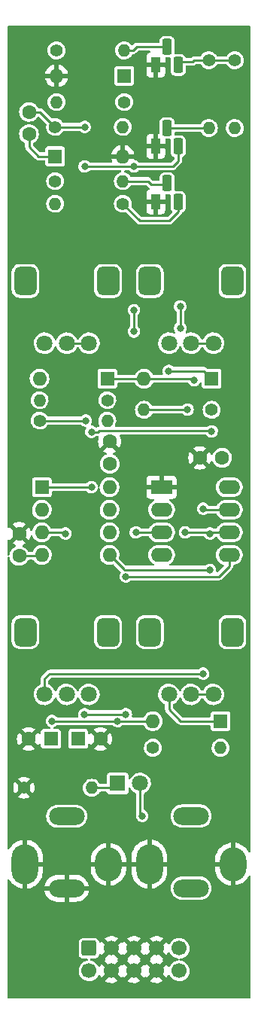
<source format=gbl>
%TF.GenerationSoftware,KiCad,Pcbnew,(6.0.1)*%
%TF.CreationDate,2022-11-06T07:50:35-05:00*%
%TF.ProjectId,ER-ADSR-555-01,45522d41-4453-4522-9d35-35352d30312e,rev?*%
%TF.SameCoordinates,Original*%
%TF.FileFunction,Copper,L2,Bot*%
%TF.FilePolarity,Positive*%
%FSLAX46Y46*%
G04 Gerber Fmt 4.6, Leading zero omitted, Abs format (unit mm)*
G04 Created by KiCad (PCBNEW (6.0.1)) date 2022-11-06 07:50:35*
%MOMM*%
%LPD*%
G01*
G04 APERTURE LIST*
G04 Aperture macros list*
%AMRoundRect*
0 Rectangle with rounded corners*
0 $1 Rounding radius*
0 $2 $3 $4 $5 $6 $7 $8 $9 X,Y pos of 4 corners*
0 Add a 4 corners polygon primitive as box body*
4,1,4,$2,$3,$4,$5,$6,$7,$8,$9,$2,$3,0*
0 Add four circle primitives for the rounded corners*
1,1,$1+$1,$2,$3*
1,1,$1+$1,$4,$5*
1,1,$1+$1,$6,$7*
1,1,$1+$1,$8,$9*
0 Add four rect primitives between the rounded corners*
20,1,$1+$1,$2,$3,$4,$5,0*
20,1,$1+$1,$4,$5,$6,$7,0*
20,1,$1+$1,$6,$7,$8,$9,0*
20,1,$1+$1,$8,$9,$2,$3,0*%
G04 Aperture macros list end*
%TA.AperFunction,ComponentPad*%
%ADD10R,1.600000X1.600000*%
%TD*%
%TA.AperFunction,ComponentPad*%
%ADD11O,1.600000X1.600000*%
%TD*%
%TA.AperFunction,WasherPad*%
%ADD12RoundRect,0.625000X0.625000X-0.975000X0.625000X0.975000X-0.625000X0.975000X-0.625000X-0.975000X0*%
%TD*%
%TA.AperFunction,WasherPad*%
%ADD13RoundRect,0.578704X0.671296X-1.021296X0.671296X1.021296X-0.671296X1.021296X-0.671296X-1.021296X0*%
%TD*%
%TA.AperFunction,ComponentPad*%
%ADD14C,1.800000*%
%TD*%
%TA.AperFunction,ComponentPad*%
%ADD15C,1.400000*%
%TD*%
%TA.AperFunction,ComponentPad*%
%ADD16O,1.400000X1.400000*%
%TD*%
%TA.AperFunction,ComponentPad*%
%ADD17R,1.100000X1.800000*%
%TD*%
%TA.AperFunction,ComponentPad*%
%ADD18RoundRect,0.275000X-0.275000X-0.625000X0.275000X-0.625000X0.275000X0.625000X-0.275000X0.625000X0*%
%TD*%
%TA.AperFunction,ComponentPad*%
%ADD19C,1.600000*%
%TD*%
%TA.AperFunction,ComponentPad*%
%ADD20R,1.800000X1.800000*%
%TD*%
%TA.AperFunction,ComponentPad*%
%ADD21O,3.000000X3.800000*%
%TD*%
%TA.AperFunction,ComponentPad*%
%ADD22O,3.000000X4.500000*%
%TD*%
%TA.AperFunction,ComponentPad*%
%ADD23O,4.000000X2.000000*%
%TD*%
%TA.AperFunction,ComponentPad*%
%ADD24R,2.400000X1.600000*%
%TD*%
%TA.AperFunction,ComponentPad*%
%ADD25O,2.400000X1.600000*%
%TD*%
%TA.AperFunction,ComponentPad*%
%ADD26RoundRect,0.250000X-0.600000X0.600000X-0.600000X-0.600000X0.600000X-0.600000X0.600000X0.600000X0*%
%TD*%
%TA.AperFunction,ComponentPad*%
%ADD27C,1.700000*%
%TD*%
%TA.AperFunction,ViaPad*%
%ADD28C,0.800000*%
%TD*%
%TA.AperFunction,Conductor*%
%ADD29C,0.250000*%
%TD*%
G04 APERTURE END LIST*
D10*
%TO.P,D5,1,K*%
%TO.N,Net-(D5-Pad1)*%
X23310000Y-40000000D03*
D11*
%TO.P,D5,2,A*%
%TO.N,/THR*%
X15690000Y-40000000D03*
%TD*%
D12*
%TO.P,RV3,*%
%TO.N,*%
X2350000Y-68500000D03*
D13*
X11650000Y-68500000D03*
D14*
%TO.P,RV3,1,1*%
%TO.N,Net-(R10-Pad1)*%
X9500000Y-75500000D03*
%TO.P,RV3,2,2*%
%TO.N,/SUSPOT*%
X7000000Y-75500000D03*
%TO.P,RV3,3,3*%
%TO.N,/DISCH*%
X4500000Y-75500000D03*
%TD*%
D15*
%TO.P,R3,1*%
%TO.N,Net-(Q1-Pad3)*%
X25908000Y-4190000D03*
D16*
%TO.P,R3,2*%
%TO.N,+12V*%
X25908000Y-11810000D03*
%TD*%
D10*
%TO.P,D4,1,K*%
%TO.N,/THR*%
X11560000Y-40000000D03*
D11*
%TO.P,D4,2,A*%
%TO.N,Net-(D4-Pad2)*%
X3940000Y-40000000D03*
%TD*%
D17*
%TO.P,Q2,1,E*%
%TO.N,GND*%
X17018000Y-13874000D03*
D18*
%TO.P,Q2,2,B*%
%TO.N,/BUFB*%
X18288000Y-11804000D03*
%TO.P,Q2,3,C*%
%TO.N,/RST*%
X19558000Y-13874000D03*
%TD*%
D19*
%TO.P,C1,1*%
%TO.N,/RST*%
X2750000Y-10000000D03*
%TO.P,C1,2*%
%TO.N,Net-(C1-Pad2)*%
X2750000Y-12500000D03*
%TD*%
D15*
%TO.P,R7,1*%
%TO.N,/TRIG*%
X13310000Y-20320000D03*
D16*
%TO.P,R7,2*%
%TO.N,+12V*%
X5690000Y-20320000D03*
%TD*%
D15*
%TO.P,R9,1*%
%TO.N,/LOOP1*%
X23310000Y-43500000D03*
D16*
%TO.P,R9,2*%
%TO.N,/DEC*%
X15690000Y-43500000D03*
%TD*%
D12*
%TO.P,RV2,*%
%TO.N,*%
X16350000Y-29000000D03*
D13*
X25650000Y-29000000D03*
D14*
%TO.P,RV2,1,1*%
%TO.N,/DEC*%
X23500000Y-36000000D03*
%TO.P,RV2,2,2*%
X21000000Y-36000000D03*
%TO.P,RV2,3,3*%
%TO.N,Net-(D5-Pad1)*%
X18500000Y-36000000D03*
%TD*%
D10*
%TO.P,C2,1*%
%TO.N,/CV*%
X8294888Y-80500000D03*
D19*
%TO.P,C2,2*%
%TO.N,GND*%
X10794888Y-80500000D03*
%TD*%
D15*
%TO.P,R11,1*%
%TO.N,/RST*%
X16690000Y-81500000D03*
D16*
%TO.P,R11,2*%
%TO.N,/REL*%
X24310000Y-81500000D03*
%TD*%
D20*
%TO.P,DS1,1,K*%
%TO.N,Net-(DS1-Pad1)*%
X12725000Y-85500000D03*
D14*
%TO.P,DS1,2,A*%
%TO.N,/LOOP2*%
X15265000Y-85500000D03*
%TD*%
D13*
%TO.P,RV1,*%
%TO.N,*%
X11650000Y-29000000D03*
D12*
X2350000Y-29000000D03*
D14*
%TO.P,RV1,1,1*%
%TO.N,/ATT*%
X9500000Y-36000000D03*
%TO.P,RV1,2,2*%
X7000000Y-36000000D03*
%TO.P,RV1,3,3*%
%TO.N,Net-(D4-Pad2)*%
X4500000Y-36000000D03*
%TD*%
D10*
%TO.P,D3,1,K*%
%TO.N,Net-(D3-Pad1)*%
X24310000Y-78500000D03*
D11*
%TO.P,D3,2,A*%
%TO.N,/THR*%
X16690000Y-78500000D03*
%TD*%
D21*
%TO.P,J3,S*%
%TO.N,GND*%
X25700000Y-94580000D03*
D22*
X16300000Y-94580000D03*
D23*
%TO.P,J3,T*%
%TO.N,/LOOP2*%
X21000000Y-89180000D03*
%TO.P,J3,TN*%
%TO.N,unconnected-(J3-PadTN)*%
X21000000Y-97280000D03*
%TD*%
D15*
%TO.P,R1,1*%
%TO.N,/IN*%
X5842000Y-3088000D03*
D16*
%TO.P,R1,2*%
%TO.N,/BUFA*%
X13462000Y-3088000D03*
%TD*%
D17*
%TO.P,Q1,1,E*%
%TO.N,GND*%
X17018000Y-4729999D03*
D18*
%TO.P,Q1,2,B*%
%TO.N,/BUFA*%
X18288000Y-2659999D03*
%TO.P,Q1,3,C*%
%TO.N,Net-(Q1-Pad3)*%
X19558000Y-4729999D03*
%TD*%
D15*
%TO.P,R4,1*%
%TO.N,/BUFA*%
X13462000Y-8890000D03*
D16*
%TO.P,R4,2*%
%TO.N,/RST*%
X5842000Y-8890000D03*
%TD*%
D24*
%TO.P,U2,1,GND*%
%TO.N,GND*%
X17675000Y-52200000D03*
D25*
%TO.P,U2,2,TR*%
%TO.N,/TRIG*%
X17675000Y-54740000D03*
%TO.P,U2,3,Q*%
%TO.N,/QO*%
X17675000Y-57280000D03*
%TO.P,U2,4,R*%
%TO.N,/RST*%
X17675000Y-59820000D03*
%TO.P,U2,5,CV*%
%TO.N,/CV*%
X25295000Y-59820000D03*
%TO.P,U2,6,THR*%
%TO.N,/THR*%
X25295000Y-57280000D03*
%TO.P,U2,7,DIS*%
%TO.N,/DISCH*%
X25295000Y-54740000D03*
%TO.P,U2,8,VCC*%
%TO.N,+12V*%
X25295000Y-52200000D03*
%TD*%
D10*
%TO.P,D2,1,K*%
%TO.N,Net-(C1-Pad2)*%
X5690000Y-14986000D03*
D11*
%TO.P,D2,2,A*%
%TO.N,GND*%
X13310000Y-14986000D03*
%TD*%
D10*
%TO.P,C3,1*%
%TO.N,/THR*%
X5205113Y-80500000D03*
D19*
%TO.P,C3,2*%
%TO.N,GND*%
X2705113Y-80500000D03*
%TD*%
D15*
%TO.P,R2,1*%
%TO.N,Net-(Q1-Pad3)*%
X23000000Y-4190000D03*
D16*
%TO.P,R2,2*%
%TO.N,/BUFB*%
X23000000Y-11810000D03*
%TD*%
D21*
%TO.P,J2,S*%
%TO.N,GND*%
X11700000Y-94600000D03*
D22*
X2300000Y-94600000D03*
D23*
%TO.P,J2,T*%
%TO.N,/IN*%
X7000000Y-89200000D03*
%TO.P,J2,TN*%
%TO.N,GND*%
X7000000Y-97300000D03*
%TD*%
D19*
%TO.P,C5,1*%
%TO.N,GND*%
X21991000Y-48895000D03*
%TO.P,C5,2*%
%TO.N,+12V*%
X24491000Y-48895000D03*
%TD*%
D15*
%TO.P,R10,1*%
%TO.N,Net-(R10-Pad1)*%
X3940000Y-44704000D03*
D16*
%TO.P,R10,2*%
%TO.N,+12V*%
X11560000Y-44704000D03*
%TD*%
D19*
%TO.P,C4,1*%
%TO.N,GND*%
X11836400Y-47060790D03*
%TO.P,C4,2*%
%TO.N,+12V*%
X11836400Y-49560790D03*
%TD*%
D15*
%TO.P,R12,1*%
%TO.N,GND*%
X2190000Y-86000000D03*
D16*
%TO.P,R12,2*%
%TO.N,Net-(DS1-Pad1)*%
X9810000Y-86000000D03*
%TD*%
D10*
%TO.P,D1,1,K*%
%TO.N,/BUFA*%
X13462000Y-5943600D03*
D11*
%TO.P,D1,2,A*%
%TO.N,GND*%
X5842000Y-5943600D03*
%TD*%
D10*
%TO.P,U1,1*%
%TO.N,/LOOP1*%
X4200000Y-52200000D03*
D11*
%TO.P,U1,2,-*%
X4200000Y-54740000D03*
%TO.P,U1,3,+*%
%TO.N,/SUSPOT*%
X4200000Y-57280000D03*
%TO.P,U1,4,V-*%
%TO.N,-12V*%
X4200000Y-59820000D03*
%TO.P,U1,5,+*%
%TO.N,/THR*%
X11820000Y-59820000D03*
%TO.P,U1,6,-*%
%TO.N,/LOOP2*%
X11820000Y-57280000D03*
%TO.P,U1,7*%
X11820000Y-54740000D03*
%TO.P,U1,8,V+*%
%TO.N,+12V*%
X11820000Y-52200000D03*
%TD*%
D15*
%TO.P,R8,1*%
%TO.N,/QO*%
X11560000Y-42418000D03*
D16*
%TO.P,R8,2*%
%TO.N,/ATT*%
X3940000Y-42418000D03*
%TD*%
D17*
%TO.P,Q3,1,E*%
%TO.N,GND*%
X17018000Y-20097000D03*
D18*
%TO.P,Q3,2,B*%
%TO.N,/BUFC*%
X18288000Y-18027000D03*
%TO.P,Q3,3,C*%
%TO.N,/TRIG*%
X19558000Y-20097000D03*
%TD*%
D19*
%TO.P,C6,1*%
%TO.N,-12V*%
X1651000Y-59924010D03*
%TO.P,C6,2*%
%TO.N,GND*%
X1651000Y-57424010D03*
%TD*%
D13*
%TO.P,RV4,*%
%TO.N,*%
X25650000Y-68500000D03*
D12*
X16350000Y-68500000D03*
D14*
%TO.P,RV4,1,1*%
%TO.N,/REL*%
X23500000Y-75500000D03*
%TO.P,RV4,2,2*%
X21000000Y-75500000D03*
%TO.P,RV4,3,3*%
%TO.N,Net-(D3-Pad1)*%
X18500000Y-75500000D03*
%TD*%
D15*
%TO.P,R5,1*%
%TO.N,/RST*%
X5690000Y-11684000D03*
D16*
%TO.P,R5,2*%
%TO.N,+12V*%
X13310000Y-11684000D03*
%TD*%
D15*
%TO.P,R6,1*%
%TO.N,Net-(C1-Pad2)*%
X5690000Y-17780000D03*
D16*
%TO.P,R6,2*%
%TO.N,/BUFC*%
X13310000Y-17780000D03*
%TD*%
D26*
%TO.P,J1,1,Pin_1*%
%TO.N,-12V*%
X9499600Y-104047900D03*
D27*
%TO.P,J1,2,Pin_2*%
X9499600Y-106587900D03*
%TO.P,J1,3,Pin_3*%
%TO.N,GND*%
X12039600Y-104047900D03*
%TO.P,J1,4,Pin_4*%
X12039600Y-106587900D03*
%TO.P,J1,5,Pin_5*%
X14579600Y-104047900D03*
%TO.P,J1,6,Pin_6*%
X14579600Y-106587900D03*
%TO.P,J1,7,Pin_7*%
X17119600Y-104047900D03*
%TO.P,J1,8,Pin_8*%
X17119600Y-106587900D03*
%TO.P,J1,9,Pin_9*%
%TO.N,+12V*%
X19659600Y-104047900D03*
%TO.P,J1,10,Pin_10*%
X19659600Y-106587900D03*
%TD*%
D28*
%TO.N,/DISCH*%
X22352000Y-73152000D03*
X22352000Y-54610000D03*
%TO.N,/LOOP2*%
X15494000Y-89154000D03*
%TO.N,/THR*%
X12714000Y-78500000D03*
%TO.N,/CV*%
X13651900Y-62230000D03*
X13651900Y-77724000D03*
X8999989Y-77724000D03*
%TO.N,/THR*%
X5334000Y-78486000D03*
%TO.N,/SUSPOT*%
X6858000Y-57404000D03*
%TO.N,Net-(R10-Pad1)*%
X9144000Y-44704000D03*
%TO.N,Net-(D5-Pad1)*%
X18491200Y-39116000D03*
%TO.N,/RST*%
X9017000Y-11684000D03*
X14565489Y-16114511D03*
X14565489Y-32297511D03*
X14565489Y-34685111D03*
X9017000Y-16129000D03*
%TO.N,/THR*%
X21336000Y-40168000D03*
X23114000Y-61505500D03*
X23114000Y-57404000D03*
X20320000Y-57277000D03*
%TO.N,/TRIG*%
X19775489Y-34326511D03*
X19775489Y-31862711D03*
%TO.N,/QO*%
X14775500Y-57280000D03*
%TO.N,/LOOP1*%
X9779000Y-52197000D03*
X9779000Y-45974000D03*
X23310000Y-45916000D03*
%TO.N,/DEC*%
X20599400Y-43459400D03*
%TD*%
D29*
%TO.N,/DISCH*%
X5080000Y-73152000D02*
X4500000Y-73732000D01*
X4500000Y-73732000D02*
X4500000Y-75500000D01*
X22352000Y-73152000D02*
X5080000Y-73152000D01*
X22482000Y-54740000D02*
X22352000Y-54610000D01*
X25295000Y-54740000D02*
X22482000Y-54740000D01*
%TO.N,Net-(D3-Pad1)*%
X18500000Y-77174000D02*
X18500000Y-75500000D01*
X19826000Y-78500000D02*
X18500000Y-77174000D01*
X24310000Y-78500000D02*
X19826000Y-78500000D01*
%TO.N,/LOOP2*%
X15265000Y-88925000D02*
X15265000Y-85500000D01*
X15494000Y-89154000D02*
X15265000Y-88925000D01*
%TO.N,/THR*%
X12714000Y-78500000D02*
X5348000Y-78500000D01*
X16690000Y-78500000D02*
X12714000Y-78500000D01*
X23076500Y-61468000D02*
X23114000Y-61505500D01*
X13462000Y-61468000D02*
X23076500Y-61468000D01*
X13462000Y-61462000D02*
X13462000Y-61468000D01*
X11820000Y-59820000D02*
X13462000Y-61462000D01*
%TO.N,/CV*%
X25295000Y-61065000D02*
X25295000Y-59820000D01*
X24130000Y-62230000D02*
X25295000Y-61065000D01*
X13651900Y-62230000D02*
X24130000Y-62230000D01*
X8999989Y-77724000D02*
X13651900Y-77724000D01*
%TO.N,/THR*%
X5348000Y-78500000D02*
X5334000Y-78486000D01*
%TO.N,/REL*%
X21000000Y-75500000D02*
X23500000Y-75500000D01*
%TO.N,/SUSPOT*%
X6734000Y-57280000D02*
X4200000Y-57280000D01*
X6858000Y-57404000D02*
X6734000Y-57280000D01*
%TO.N,Net-(R10-Pad1)*%
X3940000Y-44704000D02*
X9144000Y-44704000D01*
%TO.N,Net-(C1-Pad2)*%
X2750000Y-13926000D02*
X2750000Y-12500000D01*
X3810000Y-14986000D02*
X2750000Y-13926000D01*
X5690000Y-14986000D02*
X3810000Y-14986000D01*
%TO.N,Net-(D5-Pad1)*%
X18491200Y-39116000D02*
X22426000Y-39116000D01*
X22426000Y-39116000D02*
X23310000Y-40000000D01*
%TO.N,-12V*%
X1651000Y-59924000D02*
X4096000Y-59924000D01*
%TO.N,Net-(Q1-Pad3)*%
X21337000Y-4190000D02*
X23000000Y-4190000D01*
X21197000Y-4330000D02*
X21337000Y-4190000D01*
X19558000Y-4330000D02*
X21197000Y-4330000D01*
X23000000Y-4190000D02*
X25908000Y-4190000D01*
%TO.N,/RST*%
X14551000Y-16129000D02*
X9017000Y-16129000D01*
X2750000Y-10000000D02*
X4006000Y-10000000D01*
X14565489Y-34685111D02*
X14565489Y-32297511D01*
X14565489Y-16114511D02*
X18937489Y-16114511D01*
X14565489Y-16114511D02*
X14551000Y-16129000D01*
X4006000Y-10000000D02*
X5690000Y-11684000D01*
X18937489Y-16114511D02*
X19558000Y-15494000D01*
X9017000Y-11684000D02*
X5690000Y-11684000D01*
X19558000Y-15494000D02*
X19558000Y-13474000D01*
%TO.N,Net-(DS1-Pad1)*%
X9810000Y-86000000D02*
X12225000Y-86000000D01*
%TO.N,/BUFB*%
X23000000Y-11810000D02*
X18682000Y-11810000D01*
%TO.N,/THR*%
X23238000Y-57280000D02*
X23114000Y-57404000D01*
X20323000Y-57280000D02*
X25295000Y-57280000D01*
X21168000Y-40000000D02*
X15690000Y-40000000D01*
X20320000Y-57277000D02*
X20323000Y-57280000D01*
X11560000Y-40000000D02*
X15690000Y-40000000D01*
X21336000Y-40168000D02*
X21168000Y-40000000D01*
%TO.N,/BUFA*%
X14859000Y-2667000D02*
X17895000Y-2667000D01*
X14438000Y-3088000D02*
X14859000Y-2667000D01*
X13462000Y-3088000D02*
X14438000Y-3088000D01*
%TO.N,/BUFC*%
X16129000Y-17780000D02*
X13310000Y-17780000D01*
X16510000Y-18161000D02*
X16129000Y-17780000D01*
X18022000Y-18161000D02*
X16510000Y-18161000D01*
%TO.N,/TRIG*%
X18542000Y-22225000D02*
X15215000Y-22225000D01*
X19558000Y-19697000D02*
X19558000Y-21209000D01*
X15215000Y-22225000D02*
X13310000Y-20320000D01*
X19775489Y-34326511D02*
X19775489Y-31862711D01*
X19558000Y-21209000D02*
X18542000Y-22225000D01*
%TO.N,/QO*%
X14775500Y-57280000D02*
X17675000Y-57280000D01*
%TO.N,/LOOP1*%
X10515600Y-45974000D02*
X10668000Y-45821600D01*
X9776000Y-52200000D02*
X9779000Y-52197000D01*
X4200000Y-52200000D02*
X9776000Y-52200000D01*
X10668000Y-45821600D02*
X23215600Y-45821600D01*
X9779000Y-45974000D02*
X10515600Y-45974000D01*
X23215600Y-45821600D02*
X23310000Y-45916000D01*
%TO.N,/ATT*%
X7000000Y-36000000D02*
X9500000Y-36000000D01*
%TO.N,/DEC*%
X23500000Y-36000000D02*
X21000000Y-36000000D01*
X20558800Y-43500000D02*
X20599400Y-43459400D01*
X15690000Y-43500000D02*
X20558800Y-43500000D01*
%TD*%
%TA.AperFunction,Conductor*%
%TO.N,GND*%
G36*
X27637321Y-324802D02*
G01*
X27683814Y-378458D01*
X27695200Y-430800D01*
X27695200Y-93149918D01*
X27675198Y-93218039D01*
X27621542Y-93264532D01*
X27551268Y-93274636D01*
X27486688Y-93245142D01*
X27457948Y-93209071D01*
X27409105Y-93117209D01*
X27404451Y-93109762D01*
X27244562Y-92889694D01*
X27238915Y-92882964D01*
X27049949Y-92687284D01*
X27043427Y-92681412D01*
X26829067Y-92513936D01*
X26821793Y-92509030D01*
X26586211Y-92373016D01*
X26578319Y-92369167D01*
X26326104Y-92267265D01*
X26317746Y-92264549D01*
X26053808Y-92198743D01*
X26045163Y-92197218D01*
X25972015Y-92189530D01*
X25957365Y-92192209D01*
X25954000Y-92204530D01*
X25954000Y-96956074D01*
X25957779Y-96968943D01*
X25972845Y-96970866D01*
X26182642Y-96933873D01*
X26191143Y-96931754D01*
X26449858Y-96847692D01*
X26458005Y-96844401D01*
X26702499Y-96725152D01*
X26710096Y-96720767D01*
X26935621Y-96568648D01*
X26942538Y-96563244D01*
X27144691Y-96381224D01*
X27150790Y-96374909D01*
X27325642Y-96166529D01*
X27330804Y-96159424D01*
X27462346Y-95948913D01*
X27515407Y-95901743D01*
X27585547Y-95890748D01*
X27650497Y-95919419D01*
X27689636Y-95978653D01*
X27695200Y-96015683D01*
X27695200Y-109569200D01*
X27675198Y-109637321D01*
X27621542Y-109683814D01*
X27569200Y-109695200D01*
X430800Y-109695200D01*
X362679Y-109675198D01*
X316186Y-109621542D01*
X304800Y-109569200D01*
X304800Y-106557528D01*
X8339749Y-106557528D01*
X8353636Y-106769403D01*
X8405901Y-106975199D01*
X8494795Y-107168024D01*
X8617340Y-107341421D01*
X8769432Y-107489583D01*
X8774228Y-107492788D01*
X8774231Y-107492790D01*
X8845486Y-107540401D01*
X8945977Y-107607547D01*
X8951285Y-107609828D01*
X8951286Y-107609828D01*
X9135760Y-107689084D01*
X9135763Y-107689085D01*
X9141063Y-107691362D01*
X9146692Y-107692636D01*
X9146693Y-107692636D01*
X9342521Y-107736948D01*
X9342524Y-107736948D01*
X9348157Y-107738223D01*
X9353928Y-107738450D01*
X9353930Y-107738450D01*
X9418686Y-107740994D01*
X9560323Y-107746559D01*
X9665389Y-107731325D01*
X9764741Y-107716920D01*
X9764746Y-107716919D01*
X9770455Y-107716091D01*
X9775919Y-107714236D01*
X9775924Y-107714235D01*
X9780290Y-107712753D01*
X11279577Y-107712753D01*
X11284858Y-107719807D01*
X11446356Y-107814179D01*
X11455642Y-107818629D01*
X11654601Y-107894603D01*
X11664499Y-107897479D01*
X11873195Y-107939938D01*
X11883423Y-107941157D01*
X12096250Y-107948962D01*
X12106536Y-107948495D01*
X12317785Y-107921434D01*
X12327862Y-107919292D01*
X12531855Y-107858091D01*
X12541442Y-107854333D01*
X12732698Y-107760638D01*
X12741544Y-107755365D01*
X12788847Y-107721623D01*
X12795811Y-107712753D01*
X13819577Y-107712753D01*
X13824858Y-107719807D01*
X13986356Y-107814179D01*
X13995642Y-107818629D01*
X14194601Y-107894603D01*
X14204499Y-107897479D01*
X14413195Y-107939938D01*
X14423423Y-107941157D01*
X14636250Y-107948962D01*
X14646536Y-107948495D01*
X14857785Y-107921434D01*
X14867862Y-107919292D01*
X15071855Y-107858091D01*
X15081442Y-107854333D01*
X15272698Y-107760638D01*
X15281544Y-107755365D01*
X15328847Y-107721623D01*
X15335811Y-107712753D01*
X16359577Y-107712753D01*
X16364858Y-107719807D01*
X16526356Y-107814179D01*
X16535642Y-107818629D01*
X16734601Y-107894603D01*
X16744499Y-107897479D01*
X16953195Y-107939938D01*
X16963423Y-107941157D01*
X17176250Y-107948962D01*
X17186536Y-107948495D01*
X17397785Y-107921434D01*
X17407862Y-107919292D01*
X17611855Y-107858091D01*
X17621442Y-107854333D01*
X17812698Y-107760638D01*
X17821544Y-107755365D01*
X17868847Y-107721623D01*
X17877248Y-107710923D01*
X17870260Y-107697770D01*
X17132412Y-106959922D01*
X17118468Y-106952308D01*
X17116635Y-106952439D01*
X17110020Y-106956690D01*
X16366337Y-107700373D01*
X16359577Y-107712753D01*
X15335811Y-107712753D01*
X15337248Y-107710923D01*
X15330260Y-107697770D01*
X14592412Y-106959922D01*
X14578468Y-106952308D01*
X14576635Y-106952439D01*
X14570020Y-106956690D01*
X13826337Y-107700373D01*
X13819577Y-107712753D01*
X12795811Y-107712753D01*
X12797248Y-107710923D01*
X12790260Y-107697770D01*
X12052412Y-106959922D01*
X12038468Y-106952308D01*
X12036635Y-106952439D01*
X12030020Y-106956690D01*
X11286337Y-107700373D01*
X11279577Y-107712753D01*
X9780290Y-107712753D01*
X9966048Y-107649696D01*
X9971516Y-107647840D01*
X10156772Y-107544092D01*
X10320020Y-107408320D01*
X10455792Y-107245072D01*
X10550843Y-107075347D01*
X10601578Y-107025686D01*
X10671110Y-107011338D01*
X10737360Y-107036860D01*
X10777519Y-107089510D01*
X10821370Y-107197503D01*
X10826013Y-107206694D01*
X10906060Y-107337320D01*
X10916516Y-107346780D01*
X10925294Y-107342996D01*
X11667578Y-106600712D01*
X11673956Y-106589032D01*
X12404008Y-106589032D01*
X12404139Y-106590865D01*
X12408390Y-106597480D01*
X13150074Y-107339164D01*
X13162084Y-107345723D01*
X13173823Y-107336755D01*
X13207622Y-107289719D01*
X13208749Y-107290529D01*
X13256259Y-107246781D01*
X13326196Y-107234561D01*
X13391638Y-107262091D01*
X13419470Y-107293929D01*
X13446059Y-107337319D01*
X13456516Y-107346780D01*
X13465294Y-107342996D01*
X14207578Y-106600712D01*
X14213956Y-106589032D01*
X14944008Y-106589032D01*
X14944139Y-106590865D01*
X14948390Y-106597480D01*
X15690074Y-107339164D01*
X15702084Y-107345723D01*
X15713823Y-107336755D01*
X15747622Y-107289719D01*
X15748749Y-107290529D01*
X15796259Y-107246781D01*
X15866196Y-107234561D01*
X15931638Y-107262091D01*
X15959470Y-107293929D01*
X15986059Y-107337319D01*
X15996516Y-107346780D01*
X16005294Y-107342996D01*
X16747578Y-106600712D01*
X16753956Y-106589032D01*
X17484008Y-106589032D01*
X17484139Y-106590865D01*
X17488390Y-106597480D01*
X18230074Y-107339164D01*
X18242084Y-107345723D01*
X18253823Y-107336755D01*
X18284604Y-107293919D01*
X18289915Y-107285080D01*
X18384273Y-107094160D01*
X18385178Y-107091876D01*
X18385791Y-107091091D01*
X18386564Y-107089526D01*
X18386887Y-107089686D01*
X18428853Y-107035903D01*
X18495856Y-107012427D01*
X18564914Y-107028903D01*
X18616755Y-107085509D01*
X18654795Y-107168024D01*
X18777340Y-107341421D01*
X18929432Y-107489583D01*
X18934228Y-107492788D01*
X18934231Y-107492790D01*
X19005486Y-107540401D01*
X19105977Y-107607547D01*
X19111285Y-107609828D01*
X19111286Y-107609828D01*
X19295760Y-107689084D01*
X19295763Y-107689085D01*
X19301063Y-107691362D01*
X19306692Y-107692636D01*
X19306693Y-107692636D01*
X19502521Y-107736948D01*
X19502524Y-107736948D01*
X19508157Y-107738223D01*
X19513928Y-107738450D01*
X19513930Y-107738450D01*
X19578686Y-107740994D01*
X19720323Y-107746559D01*
X19825389Y-107731325D01*
X19924741Y-107716920D01*
X19924746Y-107716919D01*
X19930455Y-107716091D01*
X19935919Y-107714236D01*
X19935924Y-107714235D01*
X20126048Y-107649696D01*
X20131516Y-107647840D01*
X20316772Y-107544092D01*
X20480020Y-107408320D01*
X20615792Y-107245072D01*
X20719540Y-107059816D01*
X20750165Y-106969599D01*
X20785935Y-106864224D01*
X20785936Y-106864219D01*
X20787791Y-106858755D01*
X20788619Y-106853046D01*
X20788620Y-106853041D01*
X20817726Y-106652297D01*
X20818259Y-106648623D01*
X20819849Y-106587900D01*
X20800421Y-106376461D01*
X20742786Y-106172104D01*
X20648875Y-105981672D01*
X20521833Y-105811542D01*
X20365915Y-105667413D01*
X20186342Y-105554111D01*
X20152668Y-105540676D01*
X20125696Y-105529915D01*
X19989129Y-105475430D01*
X19983461Y-105474303D01*
X19983459Y-105474302D01*
X19813167Y-105440429D01*
X19750257Y-105407522D01*
X19715125Y-105345827D01*
X19718925Y-105274932D01*
X19760451Y-105217346D01*
X19819666Y-105192155D01*
X19930455Y-105176091D01*
X19935919Y-105174236D01*
X19935924Y-105174235D01*
X20126048Y-105109696D01*
X20131516Y-105107840D01*
X20316772Y-105004092D01*
X20480020Y-104868320D01*
X20615792Y-104705072D01*
X20719540Y-104519816D01*
X20748264Y-104435199D01*
X20785935Y-104324224D01*
X20785936Y-104324219D01*
X20787791Y-104318755D01*
X20788619Y-104313046D01*
X20788620Y-104313041D01*
X20817726Y-104112297D01*
X20818259Y-104108623D01*
X20819849Y-104047900D01*
X20800421Y-103836461D01*
X20742786Y-103632104D01*
X20648875Y-103441672D01*
X20577325Y-103345855D01*
X20525286Y-103276166D01*
X20525285Y-103276165D01*
X20521833Y-103271542D01*
X20365915Y-103127413D01*
X20186342Y-103014111D01*
X20152668Y-103000676D01*
X20062654Y-102964764D01*
X19989129Y-102935430D01*
X19983461Y-102934303D01*
X19983459Y-102934302D01*
X19786546Y-102895134D01*
X19786544Y-102895134D01*
X19780879Y-102894007D01*
X19775104Y-102893931D01*
X19775100Y-102893931D01*
X19668883Y-102892541D01*
X19568568Y-102891228D01*
X19562871Y-102892207D01*
X19562870Y-102892207D01*
X19364995Y-102926208D01*
X19364992Y-102926209D01*
X19359305Y-102927186D01*
X19160100Y-103000676D01*
X18977623Y-103109239D01*
X18817985Y-103249237D01*
X18814418Y-103253762D01*
X18814413Y-103253767D01*
X18692263Y-103408714D01*
X18686533Y-103415983D01*
X18683845Y-103421092D01*
X18611302Y-103558974D01*
X18561882Y-103609947D01*
X18492750Y-103626110D01*
X18425854Y-103602331D01*
X18384243Y-103550549D01*
X18322572Y-103408714D01*
X18317705Y-103399639D01*
X18252663Y-103299097D01*
X18241977Y-103289895D01*
X18232412Y-103294298D01*
X17491622Y-104035088D01*
X17484008Y-104049032D01*
X17484139Y-104050865D01*
X17488390Y-104057480D01*
X18230074Y-104799164D01*
X18242084Y-104805723D01*
X18253823Y-104796755D01*
X18284604Y-104753919D01*
X18289915Y-104745080D01*
X18384273Y-104554160D01*
X18385178Y-104551876D01*
X18385791Y-104551091D01*
X18386564Y-104549526D01*
X18386887Y-104549686D01*
X18428853Y-104495903D01*
X18495856Y-104472427D01*
X18564914Y-104488903D01*
X18616755Y-104545509D01*
X18654795Y-104628024D01*
X18777340Y-104801421D01*
X18849802Y-104872011D01*
X18902208Y-104923062D01*
X18929432Y-104949583D01*
X18934228Y-104952788D01*
X18934231Y-104952790D01*
X19005486Y-105000401D01*
X19105977Y-105067547D01*
X19111285Y-105069828D01*
X19111286Y-105069828D01*
X19295760Y-105149084D01*
X19295763Y-105149085D01*
X19301063Y-105151362D01*
X19306692Y-105152636D01*
X19306693Y-105152636D01*
X19501687Y-105196759D01*
X19563714Y-105231302D01*
X19597218Y-105293896D01*
X19591564Y-105364667D01*
X19548545Y-105421146D01*
X19495217Y-105443832D01*
X19364995Y-105466208D01*
X19364992Y-105466209D01*
X19359305Y-105467186D01*
X19160100Y-105540676D01*
X18977623Y-105649239D01*
X18817985Y-105789237D01*
X18814418Y-105793762D01*
X18814413Y-105793767D01*
X18697876Y-105941594D01*
X18686533Y-105955983D01*
X18683845Y-105961092D01*
X18611302Y-106098974D01*
X18561882Y-106149947D01*
X18492750Y-106166110D01*
X18425854Y-106142331D01*
X18384243Y-106090549D01*
X18322572Y-105948714D01*
X18317705Y-105939639D01*
X18252663Y-105839097D01*
X18241977Y-105829895D01*
X18232412Y-105834298D01*
X17491622Y-106575088D01*
X17484008Y-106589032D01*
X16753956Y-106589032D01*
X16755192Y-106586768D01*
X16755061Y-106584935D01*
X16750810Y-106578320D01*
X16009449Y-105836959D01*
X15997913Y-105830659D01*
X15985628Y-105840284D01*
X15952792Y-105888420D01*
X15897881Y-105933423D01*
X15827356Y-105941594D01*
X15763609Y-105910340D01*
X15742911Y-105885855D01*
X15712662Y-105839097D01*
X15701977Y-105829895D01*
X15692412Y-105834298D01*
X14951622Y-106575088D01*
X14944008Y-106589032D01*
X14213956Y-106589032D01*
X14215192Y-106586768D01*
X14215061Y-106584935D01*
X14210810Y-106578320D01*
X13469449Y-105836959D01*
X13457913Y-105830659D01*
X13445628Y-105840284D01*
X13412792Y-105888420D01*
X13357881Y-105933423D01*
X13287356Y-105941594D01*
X13223609Y-105910340D01*
X13202911Y-105885855D01*
X13172662Y-105839097D01*
X13161977Y-105829895D01*
X13152412Y-105834298D01*
X12411622Y-106575088D01*
X12404008Y-106589032D01*
X11673956Y-106589032D01*
X11675192Y-106586768D01*
X11675061Y-106584935D01*
X11670810Y-106578320D01*
X10929449Y-105836959D01*
X10917913Y-105830659D01*
X10905631Y-105840282D01*
X10857689Y-105910562D01*
X10852604Y-105919513D01*
X10772228Y-106092669D01*
X10725404Y-106146036D01*
X10657160Y-106165617D01*
X10589165Y-106145193D01*
X10544934Y-106095348D01*
X10491429Y-105986851D01*
X10488875Y-105981672D01*
X10361833Y-105811542D01*
X10205915Y-105667413D01*
X10026342Y-105554111D01*
X9992668Y-105540676D01*
X9965696Y-105529915D01*
X9829129Y-105475430D01*
X9823461Y-105474303D01*
X9823459Y-105474302D01*
X9718275Y-105453380D01*
X9715253Y-105452779D01*
X9652343Y-105419872D01*
X9617211Y-105358177D01*
X9621011Y-105287282D01*
X9662536Y-105229696D01*
X9728603Y-105203702D01*
X9739834Y-105203200D01*
X10142744Y-105203200D01*
X10233303Y-105192241D01*
X10240831Y-105189261D01*
X10240833Y-105189260D01*
X10282525Y-105172753D01*
X11279577Y-105172753D01*
X11284858Y-105179807D01*
X11332079Y-105207401D01*
X11380803Y-105259039D01*
X11393874Y-105328822D01*
X11367143Y-105394594D01*
X11326687Y-105427953D01*
X11318066Y-105432441D01*
X11309334Y-105437939D01*
X11289277Y-105452999D01*
X11280823Y-105464327D01*
X11287568Y-105476658D01*
X12026788Y-106215878D01*
X12040732Y-106223492D01*
X12042565Y-106223361D01*
X12049180Y-106219110D01*
X12792989Y-105475301D01*
X12800010Y-105462444D01*
X12793211Y-105453113D01*
X12789159Y-105450421D01*
X12751716Y-105429752D01*
X12701745Y-105379320D01*
X12686973Y-105309877D01*
X12712089Y-105243472D01*
X12739440Y-105216865D01*
X12788847Y-105181623D01*
X12795811Y-105172753D01*
X13819577Y-105172753D01*
X13824858Y-105179807D01*
X13872079Y-105207401D01*
X13920803Y-105259039D01*
X13933874Y-105328822D01*
X13907143Y-105394594D01*
X13866687Y-105427953D01*
X13858066Y-105432441D01*
X13849334Y-105437939D01*
X13829277Y-105452999D01*
X13820823Y-105464327D01*
X13827568Y-105476658D01*
X14566788Y-106215878D01*
X14580732Y-106223492D01*
X14582565Y-106223361D01*
X14589180Y-106219110D01*
X15332989Y-105475301D01*
X15340010Y-105462444D01*
X15333211Y-105453113D01*
X15329159Y-105450421D01*
X15291716Y-105429752D01*
X15241745Y-105379320D01*
X15226973Y-105309877D01*
X15252089Y-105243472D01*
X15279440Y-105216865D01*
X15328847Y-105181623D01*
X15335811Y-105172753D01*
X16359577Y-105172753D01*
X16364858Y-105179807D01*
X16412079Y-105207401D01*
X16460803Y-105259039D01*
X16473874Y-105328822D01*
X16447143Y-105394594D01*
X16406687Y-105427953D01*
X16398066Y-105432441D01*
X16389334Y-105437939D01*
X16369277Y-105452999D01*
X16360823Y-105464327D01*
X16367568Y-105476658D01*
X17106788Y-106215878D01*
X17120732Y-106223492D01*
X17122565Y-106223361D01*
X17129180Y-106219110D01*
X17872989Y-105475301D01*
X17880010Y-105462444D01*
X17873211Y-105453113D01*
X17869159Y-105450421D01*
X17831716Y-105429752D01*
X17781745Y-105379320D01*
X17766973Y-105309877D01*
X17792089Y-105243472D01*
X17819440Y-105216865D01*
X17868847Y-105181623D01*
X17877248Y-105170923D01*
X17870260Y-105157770D01*
X17132412Y-104419922D01*
X17118468Y-104412308D01*
X17116635Y-104412439D01*
X17110020Y-104416690D01*
X16366337Y-105160373D01*
X16359577Y-105172753D01*
X15335811Y-105172753D01*
X15337248Y-105170923D01*
X15330260Y-105157770D01*
X14592412Y-104419922D01*
X14578468Y-104412308D01*
X14576635Y-104412439D01*
X14570020Y-104416690D01*
X13826337Y-105160373D01*
X13819577Y-105172753D01*
X12795811Y-105172753D01*
X12797248Y-105170923D01*
X12790260Y-105157770D01*
X12052412Y-104419922D01*
X12038468Y-104412308D01*
X12036635Y-104412439D01*
X12030020Y-104416690D01*
X11286337Y-105160373D01*
X11279577Y-105172753D01*
X10282525Y-105172753D01*
X10333335Y-105152636D01*
X10374762Y-105136234D01*
X10495948Y-105044248D01*
X10587934Y-104923062D01*
X10643941Y-104781603D01*
X10644482Y-104777131D01*
X10679807Y-104717430D01*
X10743256Y-104685575D01*
X10813855Y-104693079D01*
X10869189Y-104737561D01*
X10873209Y-104743712D01*
X10906059Y-104797319D01*
X10916516Y-104806780D01*
X10925294Y-104802996D01*
X11667578Y-104060712D01*
X11673956Y-104049032D01*
X12404008Y-104049032D01*
X12404139Y-104050865D01*
X12408390Y-104057480D01*
X13150074Y-104799164D01*
X13162084Y-104805723D01*
X13173823Y-104796755D01*
X13207622Y-104749719D01*
X13208749Y-104750529D01*
X13256259Y-104706781D01*
X13326196Y-104694561D01*
X13391638Y-104722091D01*
X13419470Y-104753929D01*
X13446059Y-104797319D01*
X13456516Y-104806780D01*
X13465294Y-104802996D01*
X14207578Y-104060712D01*
X14213956Y-104049032D01*
X14944008Y-104049032D01*
X14944139Y-104050865D01*
X14948390Y-104057480D01*
X15690074Y-104799164D01*
X15702084Y-104805723D01*
X15713823Y-104796755D01*
X15747622Y-104749719D01*
X15748749Y-104750529D01*
X15796259Y-104706781D01*
X15866196Y-104694561D01*
X15931638Y-104722091D01*
X15959470Y-104753929D01*
X15986059Y-104797319D01*
X15996516Y-104806780D01*
X16005294Y-104802996D01*
X16747578Y-104060712D01*
X16755192Y-104046768D01*
X16755061Y-104044935D01*
X16750810Y-104038320D01*
X16009449Y-103296959D01*
X15997913Y-103290659D01*
X15985628Y-103300284D01*
X15952792Y-103348420D01*
X15897881Y-103393423D01*
X15827356Y-103401594D01*
X15763609Y-103370340D01*
X15742911Y-103345855D01*
X15712662Y-103299097D01*
X15701977Y-103289895D01*
X15692412Y-103294298D01*
X14951622Y-104035088D01*
X14944008Y-104049032D01*
X14213956Y-104049032D01*
X14215192Y-104046768D01*
X14215061Y-104044935D01*
X14210810Y-104038320D01*
X13469449Y-103296959D01*
X13457913Y-103290659D01*
X13445628Y-103300284D01*
X13412792Y-103348420D01*
X13357881Y-103393423D01*
X13287356Y-103401594D01*
X13223609Y-103370340D01*
X13202911Y-103345855D01*
X13172662Y-103299097D01*
X13161977Y-103289895D01*
X13152412Y-103294298D01*
X12411622Y-104035088D01*
X12404008Y-104049032D01*
X11673956Y-104049032D01*
X11675192Y-104046768D01*
X11675061Y-104044935D01*
X11670810Y-104038320D01*
X10929449Y-103296959D01*
X10917913Y-103290659D01*
X10905631Y-103300282D01*
X10869024Y-103353946D01*
X10814113Y-103398949D01*
X10743588Y-103407121D01*
X10679841Y-103375866D01*
X10644191Y-103316262D01*
X10643941Y-103314197D01*
X10587934Y-103172738D01*
X10495948Y-103051552D01*
X10374762Y-102959566D01*
X10292979Y-102927186D01*
X10285758Y-102924327D01*
X11280823Y-102924327D01*
X11287568Y-102936658D01*
X12026788Y-103675878D01*
X12040732Y-103683492D01*
X12042565Y-103683361D01*
X12049180Y-103679110D01*
X12792989Y-102935301D01*
X12798982Y-102924327D01*
X13820823Y-102924327D01*
X13827568Y-102936658D01*
X14566788Y-103675878D01*
X14580732Y-103683492D01*
X14582565Y-103683361D01*
X14589180Y-103679110D01*
X15332989Y-102935301D01*
X15338982Y-102924327D01*
X16360823Y-102924327D01*
X16367568Y-102936658D01*
X17106788Y-103675878D01*
X17120732Y-103683492D01*
X17122565Y-103683361D01*
X17129180Y-103679110D01*
X17872989Y-102935301D01*
X17880010Y-102922444D01*
X17873211Y-102913113D01*
X17869154Y-102910418D01*
X17682717Y-102807499D01*
X17673305Y-102803269D01*
X17472559Y-102732180D01*
X17462589Y-102729546D01*
X17252927Y-102692201D01*
X17242673Y-102691231D01*
X17029716Y-102688628D01*
X17019432Y-102689348D01*
X16808921Y-102721561D01*
X16798893Y-102723950D01*
X16596468Y-102790112D01*
X16586959Y-102794109D01*
X16398066Y-102892440D01*
X16389334Y-102897939D01*
X16369277Y-102912999D01*
X16360823Y-102924327D01*
X15338982Y-102924327D01*
X15340010Y-102922444D01*
X15333211Y-102913113D01*
X15329154Y-102910418D01*
X15142717Y-102807499D01*
X15133305Y-102803269D01*
X14932559Y-102732180D01*
X14922589Y-102729546D01*
X14712927Y-102692201D01*
X14702673Y-102691231D01*
X14489716Y-102688628D01*
X14479432Y-102689348D01*
X14268921Y-102721561D01*
X14258893Y-102723950D01*
X14056468Y-102790112D01*
X14046959Y-102794109D01*
X13858066Y-102892440D01*
X13849334Y-102897939D01*
X13829277Y-102912999D01*
X13820823Y-102924327D01*
X12798982Y-102924327D01*
X12800010Y-102922444D01*
X12793211Y-102913113D01*
X12789154Y-102910418D01*
X12602717Y-102807499D01*
X12593305Y-102803269D01*
X12392559Y-102732180D01*
X12382589Y-102729546D01*
X12172927Y-102692201D01*
X12162673Y-102691231D01*
X11949716Y-102688628D01*
X11939432Y-102689348D01*
X11728921Y-102721561D01*
X11718893Y-102723950D01*
X11516468Y-102790112D01*
X11506959Y-102794109D01*
X11318066Y-102892440D01*
X11309334Y-102897939D01*
X11289277Y-102912999D01*
X11280823Y-102924327D01*
X10285758Y-102924327D01*
X10240833Y-102906540D01*
X10240831Y-102906539D01*
X10233303Y-102903559D01*
X10142744Y-102892600D01*
X8856456Y-102892600D01*
X8765897Y-102903559D01*
X8758369Y-102906539D01*
X8758367Y-102906540D01*
X8706221Y-102927186D01*
X8624438Y-102959566D01*
X8503252Y-103051552D01*
X8411266Y-103172738D01*
X8408102Y-103180730D01*
X8373698Y-103267626D01*
X8355259Y-103314197D01*
X8344300Y-103404756D01*
X8344300Y-104691044D01*
X8355259Y-104781603D01*
X8358239Y-104789131D01*
X8358240Y-104789133D01*
X8365227Y-104806780D01*
X8411266Y-104923062D01*
X8503252Y-105044248D01*
X8624438Y-105136234D01*
X8665865Y-105152636D01*
X8758367Y-105189260D01*
X8758369Y-105189261D01*
X8765897Y-105192241D01*
X8856456Y-105203200D01*
X9258313Y-105203200D01*
X9326434Y-105223202D01*
X9372927Y-105276858D01*
X9383031Y-105347132D01*
X9353537Y-105411712D01*
X9293811Y-105450096D01*
X9279651Y-105453380D01*
X9204995Y-105466208D01*
X9204992Y-105466209D01*
X9199305Y-105467186D01*
X9000100Y-105540676D01*
X8817623Y-105649239D01*
X8657985Y-105789237D01*
X8654418Y-105793762D01*
X8654413Y-105793767D01*
X8537876Y-105941594D01*
X8526533Y-105955983D01*
X8523845Y-105961092D01*
X8430359Y-106138780D01*
X8430357Y-106138785D01*
X8427670Y-106143892D01*
X8364705Y-106346671D01*
X8339749Y-106557528D01*
X304800Y-106557528D01*
X304800Y-97571114D01*
X4513275Y-97571114D01*
X4515325Y-97588830D01*
X4517285Y-97598727D01*
X4580604Y-97822494D01*
X4584116Y-97831938D01*
X4682399Y-98042705D01*
X4687378Y-98051471D01*
X4818087Y-98243802D01*
X4824419Y-98251677D01*
X4984186Y-98420626D01*
X4991695Y-98427387D01*
X5176426Y-98568625D01*
X5184905Y-98574089D01*
X5389847Y-98683978D01*
X5399099Y-98688020D01*
X5618971Y-98763727D01*
X5628743Y-98766236D01*
X5858971Y-98806004D01*
X5866843Y-98806859D01*
X5890551Y-98807936D01*
X5893384Y-98808000D01*
X6727885Y-98808000D01*
X6743124Y-98803525D01*
X6744329Y-98802135D01*
X6746000Y-98794452D01*
X6746000Y-98789885D01*
X7254000Y-98789885D01*
X7258475Y-98805124D01*
X7259865Y-98806329D01*
X7267548Y-98808000D01*
X8058456Y-98808000D01*
X8063488Y-98807798D01*
X8236843Y-98793850D01*
X8246796Y-98792238D01*
X8472633Y-98736767D01*
X8482203Y-98733584D01*
X8696265Y-98642720D01*
X8705207Y-98638045D01*
X8901987Y-98514126D01*
X8910060Y-98508086D01*
X9084500Y-98354297D01*
X9091504Y-98347044D01*
X9239110Y-98167346D01*
X9244866Y-98159064D01*
X9361841Y-97958081D01*
X9366203Y-97948976D01*
X9449537Y-97731885D01*
X9452388Y-97722196D01*
X9483821Y-97571736D01*
X9482698Y-97557675D01*
X9472590Y-97554000D01*
X7272115Y-97554000D01*
X7256876Y-97558475D01*
X7255671Y-97559865D01*
X7254000Y-97567548D01*
X7254000Y-98789885D01*
X6746000Y-98789885D01*
X6746000Y-97572115D01*
X6741525Y-97556876D01*
X6740135Y-97555671D01*
X6732452Y-97554000D01*
X4529410Y-97554000D01*
X4515324Y-97558136D01*
X4513275Y-97571114D01*
X304800Y-97571114D01*
X304800Y-96380082D01*
X324802Y-96311961D01*
X378458Y-96265468D01*
X448732Y-96255364D01*
X513312Y-96284858D01*
X542052Y-96320929D01*
X590895Y-96412791D01*
X595549Y-96420238D01*
X755438Y-96640306D01*
X761085Y-96647036D01*
X950051Y-96842716D01*
X956573Y-96848588D01*
X1170933Y-97016064D01*
X1178207Y-97020970D01*
X1413789Y-97156984D01*
X1421681Y-97160833D01*
X1673896Y-97262735D01*
X1682254Y-97265451D01*
X1946192Y-97331257D01*
X1954837Y-97332782D01*
X2027985Y-97340470D01*
X2042635Y-97337791D01*
X2045835Y-97326074D01*
X2554000Y-97326074D01*
X2557779Y-97338943D01*
X2572845Y-97340866D01*
X2782642Y-97303873D01*
X2791143Y-97301754D01*
X3049858Y-97217692D01*
X3058005Y-97214401D01*
X3302499Y-97095152D01*
X3310096Y-97090767D01*
X3402760Y-97028264D01*
X4516179Y-97028264D01*
X4517302Y-97042325D01*
X4527410Y-97046000D01*
X6727885Y-97046000D01*
X6743124Y-97041525D01*
X6744329Y-97040135D01*
X6746000Y-97032452D01*
X6746000Y-97027885D01*
X7254000Y-97027885D01*
X7258475Y-97043124D01*
X7259865Y-97044329D01*
X7267548Y-97046000D01*
X9470590Y-97046000D01*
X9484676Y-97041864D01*
X9486725Y-97028886D01*
X9484675Y-97011170D01*
X9482715Y-97001273D01*
X9419396Y-96777506D01*
X9415883Y-96768061D01*
X9317601Y-96557295D01*
X9312622Y-96548529D01*
X9181913Y-96356198D01*
X9175581Y-96348323D01*
X9015814Y-96179374D01*
X9008305Y-96172613D01*
X8823574Y-96031375D01*
X8815095Y-96025911D01*
X8610153Y-95916022D01*
X8600901Y-95911980D01*
X8381029Y-95836273D01*
X8371257Y-95833764D01*
X8141029Y-95793996D01*
X8133157Y-95793141D01*
X8109449Y-95792064D01*
X8106616Y-95792000D01*
X7272115Y-95792000D01*
X7256876Y-95796475D01*
X7255671Y-95797865D01*
X7254000Y-95805548D01*
X7254000Y-97027885D01*
X6746000Y-97027885D01*
X6746000Y-95810115D01*
X6741525Y-95794876D01*
X6740135Y-95793671D01*
X6732452Y-95792000D01*
X5941544Y-95792000D01*
X5936512Y-95792202D01*
X5763157Y-95806150D01*
X5753204Y-95807762D01*
X5527367Y-95863233D01*
X5517797Y-95866416D01*
X5303735Y-95957280D01*
X5294793Y-95961955D01*
X5098013Y-96085874D01*
X5089940Y-96091914D01*
X4915500Y-96245703D01*
X4908496Y-96252956D01*
X4760890Y-96432654D01*
X4755134Y-96440936D01*
X4638159Y-96641919D01*
X4633797Y-96651024D01*
X4550463Y-96868115D01*
X4547612Y-96877804D01*
X4516179Y-97028264D01*
X3402760Y-97028264D01*
X3535621Y-96938648D01*
X3542538Y-96933244D01*
X3744691Y-96751224D01*
X3750790Y-96744909D01*
X3925642Y-96536529D01*
X3930804Y-96529424D01*
X4074961Y-96298725D01*
X4079073Y-96290991D01*
X4189723Y-96042467D01*
X4192722Y-96034226D01*
X4267704Y-95772733D01*
X4269528Y-95764153D01*
X4307388Y-95494765D01*
X4308000Y-95486016D01*
X4308000Y-95067923D01*
X9692000Y-95067923D01*
X9692153Y-95072308D01*
X9706379Y-95275757D01*
X9707599Y-95284438D01*
X9764159Y-95550530D01*
X9766578Y-95558967D01*
X9859617Y-95814587D01*
X9863186Y-95822603D01*
X9990895Y-96062790D01*
X9995549Y-96070238D01*
X10155438Y-96290306D01*
X10161085Y-96297036D01*
X10350051Y-96492716D01*
X10356573Y-96498588D01*
X10570933Y-96666064D01*
X10578207Y-96670970D01*
X10813789Y-96806984D01*
X10821681Y-96810833D01*
X11073896Y-96912735D01*
X11082254Y-96915451D01*
X11346192Y-96981257D01*
X11354837Y-96982782D01*
X11427985Y-96990470D01*
X11442635Y-96987791D01*
X11445835Y-96976074D01*
X11954000Y-96976074D01*
X11957779Y-96988943D01*
X11972845Y-96990866D01*
X12182642Y-96953873D01*
X12191143Y-96951754D01*
X12449858Y-96867692D01*
X12458005Y-96864401D01*
X12702499Y-96745152D01*
X12710096Y-96740767D01*
X12935621Y-96588648D01*
X12942538Y-96583244D01*
X13144691Y-96401224D01*
X13150790Y-96394909D01*
X13325642Y-96186529D01*
X13330804Y-96179424D01*
X13474961Y-95948725D01*
X13479073Y-95940991D01*
X13589723Y-95692467D01*
X13592722Y-95684226D01*
X13667704Y-95422733D01*
X13669528Y-95414153D01*
X13671809Y-95397923D01*
X14292000Y-95397923D01*
X14292153Y-95402308D01*
X14306379Y-95605757D01*
X14307599Y-95614438D01*
X14364159Y-95880530D01*
X14366578Y-95888967D01*
X14459617Y-96144587D01*
X14463186Y-96152603D01*
X14590895Y-96392790D01*
X14595549Y-96400238D01*
X14755438Y-96620306D01*
X14761085Y-96627036D01*
X14950051Y-96822716D01*
X14956573Y-96828588D01*
X15170933Y-96996064D01*
X15178207Y-97000970D01*
X15413789Y-97136984D01*
X15421681Y-97140833D01*
X15673896Y-97242735D01*
X15682254Y-97245451D01*
X15946192Y-97311257D01*
X15954837Y-97312782D01*
X16027985Y-97320470D01*
X16042635Y-97317791D01*
X16045835Y-97306074D01*
X16554000Y-97306074D01*
X16557779Y-97318943D01*
X16572845Y-97320866D01*
X16782642Y-97283873D01*
X16791143Y-97281754D01*
X16796541Y-97280000D01*
X18689714Y-97280000D01*
X18709620Y-97507529D01*
X18711044Y-97512842D01*
X18711044Y-97512844D01*
X18734057Y-97598727D01*
X18768734Y-97728144D01*
X18771057Y-97733125D01*
X18771057Y-97733126D01*
X18862933Y-97930156D01*
X18862936Y-97930161D01*
X18865259Y-97935143D01*
X18868415Y-97939650D01*
X18868416Y-97939652D01*
X18946713Y-98051471D01*
X18996263Y-98122236D01*
X19157764Y-98283737D01*
X19162272Y-98286894D01*
X19162275Y-98286896D01*
X19258534Y-98354297D01*
X19344857Y-98414741D01*
X19349839Y-98417064D01*
X19349844Y-98417067D01*
X19545036Y-98508086D01*
X19551856Y-98511266D01*
X19557164Y-98512688D01*
X19557166Y-98512689D01*
X19767156Y-98568956D01*
X19767158Y-98568956D01*
X19772471Y-98570380D01*
X19871719Y-98579063D01*
X19940285Y-98585062D01*
X19940292Y-98585062D01*
X19943009Y-98585300D01*
X22056991Y-98585300D01*
X22059708Y-98585062D01*
X22059715Y-98585062D01*
X22128281Y-98579063D01*
X22227529Y-98570380D01*
X22232842Y-98568956D01*
X22232844Y-98568956D01*
X22442834Y-98512689D01*
X22442836Y-98512688D01*
X22448144Y-98511266D01*
X22454964Y-98508086D01*
X22650156Y-98417067D01*
X22650161Y-98417064D01*
X22655143Y-98414741D01*
X22741466Y-98354297D01*
X22837725Y-98286896D01*
X22837728Y-98286894D01*
X22842236Y-98283737D01*
X23003737Y-98122236D01*
X23053288Y-98051471D01*
X23131584Y-97939652D01*
X23131585Y-97939650D01*
X23134741Y-97935143D01*
X23137064Y-97930161D01*
X23137067Y-97930156D01*
X23228943Y-97733126D01*
X23228943Y-97733125D01*
X23231266Y-97728144D01*
X23265944Y-97598727D01*
X23288956Y-97512844D01*
X23288956Y-97512842D01*
X23290380Y-97507529D01*
X23310286Y-97280000D01*
X23290380Y-97052471D01*
X23288646Y-97046000D01*
X23232689Y-96837166D01*
X23232688Y-96837164D01*
X23231266Y-96831856D01*
X23193667Y-96751224D01*
X23137067Y-96629844D01*
X23137064Y-96629839D01*
X23134741Y-96624857D01*
X23131584Y-96620348D01*
X23006896Y-96442275D01*
X23006894Y-96442272D01*
X23003737Y-96437764D01*
X22842236Y-96276263D01*
X22837728Y-96273106D01*
X22837725Y-96273104D01*
X22659652Y-96148416D01*
X22659650Y-96148415D01*
X22655143Y-96145259D01*
X22650161Y-96142936D01*
X22650156Y-96142933D01*
X22453126Y-96051057D01*
X22453125Y-96051057D01*
X22448144Y-96048734D01*
X22442836Y-96047312D01*
X22442834Y-96047311D01*
X22232844Y-95991044D01*
X22232842Y-95991044D01*
X22227529Y-95989620D01*
X22128281Y-95980937D01*
X22059715Y-95974938D01*
X22059708Y-95974938D01*
X22056991Y-95974700D01*
X19943009Y-95974700D01*
X19940292Y-95974938D01*
X19940285Y-95974938D01*
X19871719Y-95980937D01*
X19772471Y-95989620D01*
X19767158Y-95991044D01*
X19767156Y-95991044D01*
X19557166Y-96047311D01*
X19557164Y-96047312D01*
X19551856Y-96048734D01*
X19546875Y-96051057D01*
X19546874Y-96051057D01*
X19349844Y-96142933D01*
X19349839Y-96142936D01*
X19344857Y-96145259D01*
X19340350Y-96148415D01*
X19340348Y-96148416D01*
X19162275Y-96273104D01*
X19162272Y-96273106D01*
X19157764Y-96276263D01*
X18996263Y-96437764D01*
X18993106Y-96442272D01*
X18993104Y-96442275D01*
X18868416Y-96620348D01*
X18865259Y-96624857D01*
X18862936Y-96629839D01*
X18862933Y-96629844D01*
X18806333Y-96751224D01*
X18768734Y-96831856D01*
X18767312Y-96837164D01*
X18767311Y-96837166D01*
X18711354Y-97046000D01*
X18709620Y-97052471D01*
X18689714Y-97280000D01*
X16796541Y-97280000D01*
X17049858Y-97197692D01*
X17058005Y-97194401D01*
X17302499Y-97075152D01*
X17310096Y-97070767D01*
X17535621Y-96918648D01*
X17542538Y-96913244D01*
X17744691Y-96731224D01*
X17750790Y-96724909D01*
X17925642Y-96516529D01*
X17930804Y-96509424D01*
X18074961Y-96278725D01*
X18079073Y-96270991D01*
X18189723Y-96022467D01*
X18192722Y-96014226D01*
X18267704Y-95752733D01*
X18269528Y-95744153D01*
X18307388Y-95474765D01*
X18308000Y-95466016D01*
X18308000Y-95047923D01*
X23692000Y-95047923D01*
X23692153Y-95052308D01*
X23706379Y-95255757D01*
X23707599Y-95264438D01*
X23764159Y-95530530D01*
X23766578Y-95538967D01*
X23859617Y-95794587D01*
X23863186Y-95802603D01*
X23990895Y-96042790D01*
X23995549Y-96050238D01*
X24155438Y-96270306D01*
X24161085Y-96277036D01*
X24350051Y-96472716D01*
X24356573Y-96478588D01*
X24570933Y-96646064D01*
X24578207Y-96650970D01*
X24813789Y-96786984D01*
X24821681Y-96790833D01*
X25073896Y-96892735D01*
X25082254Y-96895451D01*
X25346192Y-96961257D01*
X25354837Y-96962782D01*
X25427985Y-96970470D01*
X25442635Y-96967791D01*
X25446000Y-96955470D01*
X25446000Y-94852115D01*
X25441525Y-94836876D01*
X25440135Y-94835671D01*
X25432452Y-94834000D01*
X23710115Y-94834000D01*
X23694876Y-94838475D01*
X23693671Y-94839865D01*
X23692000Y-94847548D01*
X23692000Y-95047923D01*
X18308000Y-95047923D01*
X18308000Y-94852115D01*
X18303525Y-94836876D01*
X18302135Y-94835671D01*
X18294452Y-94834000D01*
X16572115Y-94834000D01*
X16556876Y-94838475D01*
X16555671Y-94839865D01*
X16554000Y-94847548D01*
X16554000Y-97306074D01*
X16045835Y-97306074D01*
X16046000Y-97305470D01*
X16046000Y-94852115D01*
X16041525Y-94836876D01*
X16040135Y-94835671D01*
X16032452Y-94834000D01*
X14310115Y-94834000D01*
X14294876Y-94838475D01*
X14293671Y-94839865D01*
X14292000Y-94847548D01*
X14292000Y-95397923D01*
X13671809Y-95397923D01*
X13707388Y-95144765D01*
X13708000Y-95136016D01*
X13708000Y-94872115D01*
X13703525Y-94856876D01*
X13702135Y-94855671D01*
X13694452Y-94854000D01*
X11972115Y-94854000D01*
X11956876Y-94858475D01*
X11955671Y-94859865D01*
X11954000Y-94867548D01*
X11954000Y-96976074D01*
X11445835Y-96976074D01*
X11446000Y-96975470D01*
X11446000Y-94872115D01*
X11441525Y-94856876D01*
X11440135Y-94855671D01*
X11432452Y-94854000D01*
X9710115Y-94854000D01*
X9694876Y-94858475D01*
X9693671Y-94859865D01*
X9692000Y-94867548D01*
X9692000Y-95067923D01*
X4308000Y-95067923D01*
X4308000Y-94872115D01*
X4303525Y-94856876D01*
X4302135Y-94855671D01*
X4294452Y-94854000D01*
X2572115Y-94854000D01*
X2556876Y-94858475D01*
X2555671Y-94859865D01*
X2554000Y-94867548D01*
X2554000Y-97326074D01*
X2045835Y-97326074D01*
X2046000Y-97325470D01*
X2046000Y-94327885D01*
X2554000Y-94327885D01*
X2558475Y-94343124D01*
X2559865Y-94344329D01*
X2567548Y-94346000D01*
X4289885Y-94346000D01*
X4305124Y-94341525D01*
X4306329Y-94340135D01*
X4308000Y-94332452D01*
X4308000Y-94327885D01*
X9692000Y-94327885D01*
X9696475Y-94343124D01*
X9697865Y-94344329D01*
X9705548Y-94346000D01*
X11427885Y-94346000D01*
X11443124Y-94341525D01*
X11444329Y-94340135D01*
X11446000Y-94332452D01*
X11446000Y-94327885D01*
X11954000Y-94327885D01*
X11958475Y-94343124D01*
X11959865Y-94344329D01*
X11967548Y-94346000D01*
X13689885Y-94346000D01*
X13705124Y-94341525D01*
X13706329Y-94340135D01*
X13708000Y-94332452D01*
X13708000Y-94307885D01*
X14292000Y-94307885D01*
X14296475Y-94323124D01*
X14297865Y-94324329D01*
X14305548Y-94326000D01*
X16027885Y-94326000D01*
X16043124Y-94321525D01*
X16044329Y-94320135D01*
X16046000Y-94312452D01*
X16046000Y-94307885D01*
X16554000Y-94307885D01*
X16558475Y-94323124D01*
X16559865Y-94324329D01*
X16567548Y-94326000D01*
X18289885Y-94326000D01*
X18305124Y-94321525D01*
X18306329Y-94320135D01*
X18308000Y-94312452D01*
X18308000Y-94307885D01*
X23692000Y-94307885D01*
X23696475Y-94323124D01*
X23697865Y-94324329D01*
X23705548Y-94326000D01*
X25427885Y-94326000D01*
X25443124Y-94321525D01*
X25444329Y-94320135D01*
X25446000Y-94312452D01*
X25446000Y-92203926D01*
X25442221Y-92191057D01*
X25427155Y-92189134D01*
X25217358Y-92226127D01*
X25208857Y-92228246D01*
X24950142Y-92312308D01*
X24941995Y-92315599D01*
X24697501Y-92434848D01*
X24689904Y-92439233D01*
X24464379Y-92591352D01*
X24457462Y-92596756D01*
X24255309Y-92778776D01*
X24249210Y-92785091D01*
X24074358Y-92993471D01*
X24069196Y-93000576D01*
X23925039Y-93231275D01*
X23920927Y-93239009D01*
X23810277Y-93487533D01*
X23807278Y-93495774D01*
X23732296Y-93757267D01*
X23730472Y-93765847D01*
X23692612Y-94035235D01*
X23692000Y-94043984D01*
X23692000Y-94307885D01*
X18308000Y-94307885D01*
X18308000Y-93762077D01*
X18307847Y-93757692D01*
X18293621Y-93554243D01*
X18292401Y-93545562D01*
X18235841Y-93279470D01*
X18233422Y-93271033D01*
X18140383Y-93015413D01*
X18136814Y-93007397D01*
X18009105Y-92767210D01*
X18004451Y-92759762D01*
X17844562Y-92539694D01*
X17838915Y-92532964D01*
X17649949Y-92337284D01*
X17643427Y-92331412D01*
X17429067Y-92163936D01*
X17421793Y-92159030D01*
X17186211Y-92023016D01*
X17178319Y-92019167D01*
X16926104Y-91917265D01*
X16917746Y-91914549D01*
X16653808Y-91848743D01*
X16645163Y-91847218D01*
X16572015Y-91839530D01*
X16557365Y-91842209D01*
X16554000Y-91854530D01*
X16554000Y-94307885D01*
X16046000Y-94307885D01*
X16046000Y-91853926D01*
X16042221Y-91841057D01*
X16027155Y-91839134D01*
X15817358Y-91876127D01*
X15808857Y-91878246D01*
X15550142Y-91962308D01*
X15541995Y-91965599D01*
X15297501Y-92084848D01*
X15289904Y-92089233D01*
X15064379Y-92241352D01*
X15057462Y-92246756D01*
X14855309Y-92428776D01*
X14849210Y-92435091D01*
X14674358Y-92643471D01*
X14669196Y-92650576D01*
X14525039Y-92881275D01*
X14520927Y-92889009D01*
X14410277Y-93137533D01*
X14407278Y-93145774D01*
X14332296Y-93407267D01*
X14330472Y-93415847D01*
X14292612Y-93685235D01*
X14292000Y-93693984D01*
X14292000Y-94307885D01*
X13708000Y-94307885D01*
X13708000Y-94132077D01*
X13707847Y-94127692D01*
X13693621Y-93924243D01*
X13692401Y-93915562D01*
X13635841Y-93649470D01*
X13633422Y-93641033D01*
X13540383Y-93385413D01*
X13536814Y-93377397D01*
X13409105Y-93137210D01*
X13404451Y-93129762D01*
X13244562Y-92909694D01*
X13238915Y-92902964D01*
X13049949Y-92707284D01*
X13043427Y-92701412D01*
X12829067Y-92533936D01*
X12821793Y-92529030D01*
X12586211Y-92393016D01*
X12578319Y-92389167D01*
X12326104Y-92287265D01*
X12317746Y-92284549D01*
X12053808Y-92218743D01*
X12045163Y-92217218D01*
X11972015Y-92209530D01*
X11957365Y-92212209D01*
X11954000Y-92224530D01*
X11954000Y-94327885D01*
X11446000Y-94327885D01*
X11446000Y-92223926D01*
X11442221Y-92211057D01*
X11427155Y-92209134D01*
X11217358Y-92246127D01*
X11208857Y-92248246D01*
X10950142Y-92332308D01*
X10941995Y-92335599D01*
X10697501Y-92454848D01*
X10689904Y-92459233D01*
X10464379Y-92611352D01*
X10457462Y-92616756D01*
X10255309Y-92798776D01*
X10249210Y-92805091D01*
X10074358Y-93013471D01*
X10069196Y-93020576D01*
X9925039Y-93251275D01*
X9920927Y-93259009D01*
X9810277Y-93507533D01*
X9807278Y-93515774D01*
X9732296Y-93777267D01*
X9730472Y-93785847D01*
X9692612Y-94055235D01*
X9692000Y-94063984D01*
X9692000Y-94327885D01*
X4308000Y-94327885D01*
X4308000Y-93782077D01*
X4307847Y-93777692D01*
X4293621Y-93574243D01*
X4292401Y-93565562D01*
X4235841Y-93299470D01*
X4233422Y-93291033D01*
X4140383Y-93035413D01*
X4136814Y-93027397D01*
X4009105Y-92787210D01*
X4004451Y-92779762D01*
X3844562Y-92559694D01*
X3838915Y-92552964D01*
X3649949Y-92357284D01*
X3643427Y-92351412D01*
X3429067Y-92183936D01*
X3421793Y-92179030D01*
X3186211Y-92043016D01*
X3178319Y-92039167D01*
X2926104Y-91937265D01*
X2917746Y-91934549D01*
X2653808Y-91868743D01*
X2645163Y-91867218D01*
X2572015Y-91859530D01*
X2557365Y-91862209D01*
X2554000Y-91874530D01*
X2554000Y-94327885D01*
X2046000Y-94327885D01*
X2046000Y-91873926D01*
X2042221Y-91861057D01*
X2027155Y-91859134D01*
X1817358Y-91896127D01*
X1808857Y-91898246D01*
X1550142Y-91982308D01*
X1541995Y-91985599D01*
X1297501Y-92104848D01*
X1289904Y-92109233D01*
X1064379Y-92261352D01*
X1057462Y-92266756D01*
X855309Y-92448776D01*
X849210Y-92455091D01*
X674358Y-92663471D01*
X669196Y-92670576D01*
X537654Y-92881087D01*
X484593Y-92928257D01*
X414453Y-92939252D01*
X349503Y-92910581D01*
X310364Y-92851347D01*
X304800Y-92814317D01*
X304800Y-89200000D01*
X4689714Y-89200000D01*
X4709620Y-89427529D01*
X4711044Y-89432842D01*
X4711044Y-89432844D01*
X4759034Y-89611942D01*
X4768734Y-89648144D01*
X4771057Y-89653125D01*
X4771057Y-89653126D01*
X4862933Y-89850156D01*
X4862936Y-89850161D01*
X4865259Y-89855143D01*
X4868415Y-89859650D01*
X4868416Y-89859652D01*
X4984988Y-90026133D01*
X4996263Y-90042236D01*
X5157764Y-90203737D01*
X5162272Y-90206894D01*
X5162275Y-90206896D01*
X5311785Y-90311584D01*
X5344857Y-90334741D01*
X5349839Y-90337064D01*
X5349844Y-90337067D01*
X5512017Y-90412689D01*
X5551856Y-90431266D01*
X5557164Y-90432688D01*
X5557166Y-90432689D01*
X5767156Y-90488956D01*
X5767158Y-90488956D01*
X5772471Y-90490380D01*
X5871719Y-90499063D01*
X5940285Y-90505062D01*
X5940292Y-90505062D01*
X5943009Y-90505300D01*
X8056991Y-90505300D01*
X8059708Y-90505062D01*
X8059715Y-90505062D01*
X8128281Y-90499063D01*
X8227529Y-90490380D01*
X8232842Y-90488956D01*
X8232844Y-90488956D01*
X8442834Y-90432689D01*
X8442836Y-90432688D01*
X8448144Y-90431266D01*
X8487983Y-90412689D01*
X8650156Y-90337067D01*
X8650161Y-90337064D01*
X8655143Y-90334741D01*
X8688215Y-90311584D01*
X8837725Y-90206896D01*
X8837728Y-90206894D01*
X8842236Y-90203737D01*
X9003737Y-90042236D01*
X9015013Y-90026133D01*
X9131584Y-89859652D01*
X9131585Y-89859650D01*
X9134741Y-89855143D01*
X9137064Y-89850161D01*
X9137067Y-89850156D01*
X9228943Y-89653126D01*
X9228943Y-89653125D01*
X9231266Y-89648144D01*
X9240967Y-89611942D01*
X9288956Y-89432844D01*
X9288956Y-89432842D01*
X9290380Y-89427529D01*
X9310286Y-89200000D01*
X9290380Y-88972471D01*
X9288956Y-88967156D01*
X9232689Y-88757166D01*
X9232688Y-88757164D01*
X9231266Y-88751856D01*
X9219617Y-88726874D01*
X9137067Y-88549844D01*
X9137064Y-88549839D01*
X9134741Y-88544857D01*
X9087450Y-88477318D01*
X9006896Y-88362275D01*
X9006894Y-88362272D01*
X9003737Y-88357764D01*
X8842236Y-88196263D01*
X8837728Y-88193106D01*
X8837725Y-88193104D01*
X8659652Y-88068416D01*
X8659650Y-88068415D01*
X8655143Y-88065259D01*
X8650161Y-88062936D01*
X8650156Y-88062933D01*
X8453126Y-87971057D01*
X8453125Y-87971057D01*
X8448144Y-87968734D01*
X8442836Y-87967312D01*
X8442834Y-87967311D01*
X8232844Y-87911044D01*
X8232842Y-87911044D01*
X8227529Y-87909620D01*
X8128281Y-87900937D01*
X8059715Y-87894938D01*
X8059708Y-87894938D01*
X8056991Y-87894700D01*
X5943009Y-87894700D01*
X5940292Y-87894938D01*
X5940285Y-87894938D01*
X5871719Y-87900937D01*
X5772471Y-87909620D01*
X5767158Y-87911044D01*
X5767156Y-87911044D01*
X5557166Y-87967311D01*
X5557164Y-87967312D01*
X5551856Y-87968734D01*
X5546875Y-87971057D01*
X5546874Y-87971057D01*
X5349844Y-88062933D01*
X5349839Y-88062936D01*
X5344857Y-88065259D01*
X5340350Y-88068415D01*
X5340348Y-88068416D01*
X5162275Y-88193104D01*
X5162272Y-88193106D01*
X5157764Y-88196263D01*
X4996263Y-88357764D01*
X4993106Y-88362272D01*
X4993104Y-88362275D01*
X4912550Y-88477318D01*
X4865259Y-88544857D01*
X4862936Y-88549839D01*
X4862933Y-88549844D01*
X4780383Y-88726874D01*
X4768734Y-88751856D01*
X4767312Y-88757164D01*
X4767311Y-88757166D01*
X4711044Y-88967156D01*
X4709620Y-88972471D01*
X4689714Y-89200000D01*
X304800Y-89200000D01*
X304800Y-87014261D01*
X1540294Y-87014261D01*
X1549590Y-87026276D01*
X1579189Y-87047001D01*
X1588677Y-87052479D01*
X1770277Y-87137159D01*
X1780571Y-87140907D01*
X1974122Y-87192769D01*
X1984909Y-87194671D01*
X2184525Y-87212135D01*
X2195475Y-87212135D01*
X2395091Y-87194671D01*
X2405878Y-87192769D01*
X2599429Y-87140907D01*
X2609723Y-87137159D01*
X2791323Y-87052479D01*
X2800811Y-87047001D01*
X2831248Y-87025689D01*
X2839623Y-87015212D01*
X2832554Y-87001764D01*
X2202812Y-86372022D01*
X2188868Y-86364408D01*
X2187035Y-86364539D01*
X2180420Y-86368790D01*
X1546724Y-87002486D01*
X1540294Y-87014261D01*
X304800Y-87014261D01*
X304800Y-86005475D01*
X977865Y-86005475D01*
X995329Y-86205091D01*
X997231Y-86215878D01*
X1049093Y-86409429D01*
X1052841Y-86419723D01*
X1137521Y-86601323D01*
X1142999Y-86610811D01*
X1164311Y-86641248D01*
X1174788Y-86649623D01*
X1188236Y-86642554D01*
X1817978Y-86012812D01*
X1824356Y-86001132D01*
X2554408Y-86001132D01*
X2554539Y-86002965D01*
X2558790Y-86009580D01*
X3192486Y-86643276D01*
X3204261Y-86649706D01*
X3216276Y-86640410D01*
X3237001Y-86610811D01*
X3242479Y-86601323D01*
X3327159Y-86419723D01*
X3330907Y-86409429D01*
X3382769Y-86215878D01*
X3384671Y-86205091D01*
X3402135Y-86005475D01*
X3402135Y-85994525D01*
X3401380Y-85985896D01*
X8799934Y-85985896D01*
X8801578Y-86005475D01*
X8809956Y-86105232D01*
X8816432Y-86182354D01*
X8818131Y-86188279D01*
X8866203Y-86355927D01*
X8870773Y-86371866D01*
X8873592Y-86377351D01*
X8958072Y-86541732D01*
X8958075Y-86541737D01*
X8960890Y-86547214D01*
X9083349Y-86701719D01*
X9088042Y-86705713D01*
X9088043Y-86705714D01*
X9112896Y-86726865D01*
X9233486Y-86829495D01*
X9405582Y-86925677D01*
X9593082Y-86986599D01*
X9788845Y-87009942D01*
X9794980Y-87009470D01*
X9794982Y-87009470D01*
X9979272Y-86995290D01*
X9979277Y-86995289D01*
X9985413Y-86994817D01*
X9991343Y-86993161D01*
X9991345Y-86993161D01*
X10080357Y-86968308D01*
X10175300Y-86941800D01*
X10203449Y-86927581D01*
X10345772Y-86855689D01*
X10345774Y-86855688D01*
X10351273Y-86852910D01*
X10506629Y-86731532D01*
X10635450Y-86582291D01*
X10685571Y-86494063D01*
X10736611Y-86444712D01*
X10795127Y-86430300D01*
X11422451Y-86430300D01*
X11490572Y-86450302D01*
X11537602Y-86505151D01*
X11569036Y-86575919D01*
X11603989Y-86610811D01*
X11641295Y-86648052D01*
X11641297Y-86648053D01*
X11649528Y-86656270D01*
X11753549Y-86702258D01*
X11779642Y-86705300D01*
X13670358Y-86705300D01*
X13681252Y-86704004D01*
X13687593Y-86703250D01*
X13687596Y-86703249D01*
X13696978Y-86702133D01*
X13800919Y-86655964D01*
X13852320Y-86604473D01*
X13873052Y-86583705D01*
X13873053Y-86583703D01*
X13881270Y-86575472D01*
X13927258Y-86471451D01*
X13930300Y-86445358D01*
X13930300Y-86058242D01*
X13950302Y-85990121D01*
X14003958Y-85943628D01*
X14074232Y-85933524D01*
X14138812Y-85963018D01*
X14170726Y-86005490D01*
X14216707Y-86105232D01*
X14220038Y-86109945D01*
X14220039Y-86109947D01*
X14287281Y-86205091D01*
X14344556Y-86286133D01*
X14348692Y-86290162D01*
X14438194Y-86377351D01*
X14503230Y-86440707D01*
X14508026Y-86443912D01*
X14508029Y-86443914D01*
X14583083Y-86494063D01*
X14687416Y-86563776D01*
X14692725Y-86566057D01*
X14692727Y-86566058D01*
X14758438Y-86594290D01*
X14813131Y-86639558D01*
X14834700Y-86710057D01*
X14834700Y-88879597D01*
X14826093Y-88925366D01*
X14808602Y-88970228D01*
X14808601Y-88970232D01*
X14805841Y-88977311D01*
X14783559Y-89146560D01*
X14802292Y-89316239D01*
X14804901Y-89323370D01*
X14804902Y-89323372D01*
X14812795Y-89344939D01*
X14860958Y-89476551D01*
X14956170Y-89618242D01*
X14961782Y-89623349D01*
X14961785Y-89623352D01*
X15076811Y-89728018D01*
X15076815Y-89728021D01*
X15082432Y-89733132D01*
X15089109Y-89736757D01*
X15089110Y-89736758D01*
X15112000Y-89749186D01*
X15232455Y-89814588D01*
X15397577Y-89857907D01*
X15484592Y-89859274D01*
X15560666Y-89860469D01*
X15560669Y-89860469D01*
X15568265Y-89860588D01*
X15575669Y-89858892D01*
X15575671Y-89858892D01*
X15637992Y-89844619D01*
X15734667Y-89822477D01*
X15887174Y-89745774D01*
X15892945Y-89740845D01*
X15892948Y-89740843D01*
X16011210Y-89639837D01*
X16011211Y-89639836D01*
X16016982Y-89634907D01*
X16116598Y-89496276D01*
X16121993Y-89482855D01*
X16177436Y-89344939D01*
X16177437Y-89344937D01*
X16180271Y-89337886D01*
X16202741Y-89180000D01*
X18689714Y-89180000D01*
X18709620Y-89407529D01*
X18711044Y-89412842D01*
X18711044Y-89412844D01*
X18764393Y-89611942D01*
X18768734Y-89628144D01*
X18771057Y-89633125D01*
X18771057Y-89633126D01*
X18862933Y-89830156D01*
X18862936Y-89830161D01*
X18865259Y-89835143D01*
X18868415Y-89839650D01*
X18868416Y-89839652D01*
X18881199Y-89857907D01*
X18996263Y-90022236D01*
X19157764Y-90183737D01*
X19162272Y-90186894D01*
X19162275Y-90186896D01*
X19190838Y-90206896D01*
X19344857Y-90314741D01*
X19349839Y-90317064D01*
X19349844Y-90317067D01*
X19546874Y-90408943D01*
X19551856Y-90411266D01*
X19557164Y-90412688D01*
X19557166Y-90412689D01*
X19767156Y-90468956D01*
X19767158Y-90468956D01*
X19772471Y-90470380D01*
X19871719Y-90479063D01*
X19940285Y-90485062D01*
X19940292Y-90485062D01*
X19943009Y-90485300D01*
X22056991Y-90485300D01*
X22059708Y-90485062D01*
X22059715Y-90485062D01*
X22128281Y-90479063D01*
X22227529Y-90470380D01*
X22232842Y-90468956D01*
X22232844Y-90468956D01*
X22442834Y-90412689D01*
X22442836Y-90412688D01*
X22448144Y-90411266D01*
X22453126Y-90408943D01*
X22650156Y-90317067D01*
X22650161Y-90317064D01*
X22655143Y-90314741D01*
X22809162Y-90206896D01*
X22837725Y-90186896D01*
X22837728Y-90186894D01*
X22842236Y-90183737D01*
X23003737Y-90022236D01*
X23118802Y-89857907D01*
X23131584Y-89839652D01*
X23131585Y-89839650D01*
X23134741Y-89835143D01*
X23137064Y-89830161D01*
X23137067Y-89830156D01*
X23228943Y-89633126D01*
X23228943Y-89633125D01*
X23231266Y-89628144D01*
X23235608Y-89611942D01*
X23288956Y-89412844D01*
X23288956Y-89412842D01*
X23290380Y-89407529D01*
X23310286Y-89180000D01*
X23290380Y-88952471D01*
X23276164Y-88899416D01*
X23232689Y-88737166D01*
X23232688Y-88737164D01*
X23231266Y-88731856D01*
X23228943Y-88726874D01*
X23137067Y-88529844D01*
X23137064Y-88529839D01*
X23134741Y-88524857D01*
X23101454Y-88477318D01*
X23006896Y-88342275D01*
X23006894Y-88342272D01*
X23003737Y-88337764D01*
X22842236Y-88176263D01*
X22837728Y-88173106D01*
X22837725Y-88173104D01*
X22659652Y-88048416D01*
X22659650Y-88048415D01*
X22655143Y-88045259D01*
X22650161Y-88042936D01*
X22650156Y-88042933D01*
X22453126Y-87951057D01*
X22453125Y-87951057D01*
X22448144Y-87948734D01*
X22442836Y-87947312D01*
X22442834Y-87947311D01*
X22232844Y-87891044D01*
X22232842Y-87891044D01*
X22227529Y-87889620D01*
X22128281Y-87880937D01*
X22059715Y-87874938D01*
X22059708Y-87874938D01*
X22056991Y-87874700D01*
X19943009Y-87874700D01*
X19940292Y-87874938D01*
X19940285Y-87874938D01*
X19871719Y-87880937D01*
X19772471Y-87889620D01*
X19767158Y-87891044D01*
X19767156Y-87891044D01*
X19557166Y-87947311D01*
X19557164Y-87947312D01*
X19551856Y-87948734D01*
X19546875Y-87951057D01*
X19546874Y-87951057D01*
X19349844Y-88042933D01*
X19349839Y-88042936D01*
X19344857Y-88045259D01*
X19340350Y-88048415D01*
X19340348Y-88048416D01*
X19162275Y-88173104D01*
X19162272Y-88173106D01*
X19157764Y-88176263D01*
X18996263Y-88337764D01*
X18993106Y-88342272D01*
X18993104Y-88342275D01*
X18898546Y-88477318D01*
X18865259Y-88524857D01*
X18862936Y-88529839D01*
X18862933Y-88529844D01*
X18771057Y-88726874D01*
X18768734Y-88731856D01*
X18767312Y-88737164D01*
X18767311Y-88737166D01*
X18723836Y-88899416D01*
X18709620Y-88952471D01*
X18689714Y-89180000D01*
X16202741Y-89180000D01*
X16203743Y-89172962D01*
X16203743Y-89172961D01*
X16204324Y-89168879D01*
X16204480Y-89154000D01*
X16183971Y-88984527D01*
X16123630Y-88824837D01*
X16119331Y-88818582D01*
X16119329Y-88818578D01*
X16031241Y-88690410D01*
X16031240Y-88690408D01*
X16026939Y-88684151D01*
X15899481Y-88570590D01*
X15762340Y-88497978D01*
X15711498Y-88448426D01*
X15695300Y-88386624D01*
X15695300Y-86714407D01*
X15715302Y-86646286D01*
X15759733Y-86604474D01*
X15950614Y-86497575D01*
X16120927Y-86355927D01*
X16262575Y-86185614D01*
X16265399Y-86180571D01*
X16265402Y-86180567D01*
X16367990Y-85997383D01*
X16367991Y-85997381D01*
X16370814Y-85992340D01*
X16372670Y-85986873D01*
X16372672Y-85986868D01*
X16440163Y-85788046D01*
X16440164Y-85788041D01*
X16442019Y-85782577D01*
X16442847Y-85776868D01*
X16442848Y-85776863D01*
X16468193Y-85602054D01*
X16473805Y-85563351D01*
X16475464Y-85500000D01*
X16455195Y-85279410D01*
X16453627Y-85273850D01*
X16396633Y-85071767D01*
X16396632Y-85071765D01*
X16395065Y-85066208D01*
X16385882Y-85047585D01*
X16299645Y-84872715D01*
X16297090Y-84867534D01*
X16250640Y-84805329D01*
X16168003Y-84694665D01*
X16168002Y-84694664D01*
X16164550Y-84690041D01*
X16022039Y-84558305D01*
X16006124Y-84543593D01*
X16006121Y-84543591D01*
X16001884Y-84539674D01*
X15952886Y-84508759D01*
X15819423Y-84424550D01*
X15819418Y-84424548D01*
X15814539Y-84421469D01*
X15608790Y-84339383D01*
X15603130Y-84338257D01*
X15603126Y-84338256D01*
X15397196Y-84297294D01*
X15397191Y-84297294D01*
X15391528Y-84296167D01*
X15385753Y-84296091D01*
X15385749Y-84296091D01*
X15276551Y-84294662D01*
X15170028Y-84293267D01*
X14951709Y-84330782D01*
X14743882Y-84407453D01*
X14738921Y-84410405D01*
X14738920Y-84410405D01*
X14558475Y-84517758D01*
X14558472Y-84517760D01*
X14553507Y-84520714D01*
X14386960Y-84666772D01*
X14249819Y-84840734D01*
X14167806Y-84996615D01*
X14118389Y-85047585D01*
X14049257Y-85063748D01*
X13982361Y-85039969D01*
X13938940Y-84983799D01*
X13930300Y-84937945D01*
X13930300Y-84554642D01*
X13929004Y-84543748D01*
X13928250Y-84537407D01*
X13928249Y-84537404D01*
X13927133Y-84528022D01*
X13880964Y-84424081D01*
X13840814Y-84384002D01*
X13808705Y-84351948D01*
X13808703Y-84351947D01*
X13800472Y-84343730D01*
X13696451Y-84297742D01*
X13670358Y-84294700D01*
X11779642Y-84294700D01*
X11768748Y-84295996D01*
X11762407Y-84296750D01*
X11762404Y-84296751D01*
X11753022Y-84297867D01*
X11683581Y-84328712D01*
X11662094Y-84338256D01*
X11649081Y-84344036D01*
X11609002Y-84384186D01*
X11576948Y-84416295D01*
X11576947Y-84416297D01*
X11568730Y-84424528D01*
X11522742Y-84528549D01*
X11519700Y-84554642D01*
X11519700Y-85443700D01*
X11499698Y-85511821D01*
X11446042Y-85558314D01*
X11393700Y-85569700D01*
X10795535Y-85569700D01*
X10727414Y-85549698D01*
X10684284Y-85502854D01*
X10654283Y-85446430D01*
X10654282Y-85446428D01*
X10651387Y-85440984D01*
X10526783Y-85288204D01*
X10374877Y-85162536D01*
X10369460Y-85159607D01*
X10369457Y-85159605D01*
X10206872Y-85071696D01*
X10206868Y-85071694D01*
X10201454Y-85068767D01*
X10195574Y-85066947D01*
X10195572Y-85066946D01*
X10098105Y-85036775D01*
X10013122Y-85010468D01*
X10007004Y-85009825D01*
X10006999Y-85009824D01*
X9823181Y-84990505D01*
X9823179Y-84990505D01*
X9817052Y-84989861D01*
X9734586Y-84997366D01*
X9626853Y-85007170D01*
X9626850Y-85007171D01*
X9620714Y-85007729D01*
X9614808Y-85009467D01*
X9614804Y-85009468D01*
X9522023Y-85036775D01*
X9431586Y-85063392D01*
X9256871Y-85154731D01*
X9252071Y-85158591D01*
X9252070Y-85158591D01*
X9218459Y-85185615D01*
X9103225Y-85278265D01*
X8976500Y-85429291D01*
X8973536Y-85434683D01*
X8973533Y-85434687D01*
X8935591Y-85503704D01*
X8881523Y-85602054D01*
X8879662Y-85607921D01*
X8879661Y-85607923D01*
X8824258Y-85782577D01*
X8821911Y-85789975D01*
X8799934Y-85985896D01*
X3401380Y-85985896D01*
X3384671Y-85794909D01*
X3382769Y-85784122D01*
X3330907Y-85590571D01*
X3327159Y-85580277D01*
X3242479Y-85398677D01*
X3237001Y-85389189D01*
X3215689Y-85358752D01*
X3205212Y-85350377D01*
X3191764Y-85357446D01*
X2562022Y-85987188D01*
X2554408Y-86001132D01*
X1824356Y-86001132D01*
X1825592Y-85998868D01*
X1825461Y-85997035D01*
X1821210Y-85990420D01*
X1187514Y-85356724D01*
X1175739Y-85350294D01*
X1163724Y-85359590D01*
X1142999Y-85389189D01*
X1137521Y-85398677D01*
X1052841Y-85580277D01*
X1049093Y-85590571D01*
X997231Y-85784122D01*
X995329Y-85794909D01*
X977865Y-85994525D01*
X977865Y-86005475D01*
X304800Y-86005475D01*
X304800Y-84984788D01*
X1540377Y-84984788D01*
X1547446Y-84998236D01*
X2177188Y-85627978D01*
X2191132Y-85635592D01*
X2192965Y-85635461D01*
X2199580Y-85631210D01*
X2833276Y-84997514D01*
X2839706Y-84985739D01*
X2830410Y-84973724D01*
X2800811Y-84952999D01*
X2791323Y-84947521D01*
X2609723Y-84862841D01*
X2599429Y-84859093D01*
X2405878Y-84807231D01*
X2395091Y-84805329D01*
X2195475Y-84787865D01*
X2184525Y-84787865D01*
X1984909Y-84805329D01*
X1974122Y-84807231D01*
X1780571Y-84859093D01*
X1770277Y-84862841D01*
X1588677Y-84947521D01*
X1579189Y-84952999D01*
X1548752Y-84974311D01*
X1540377Y-84984788D01*
X304800Y-84984788D01*
X304800Y-81586062D01*
X1983606Y-81586062D01*
X1992902Y-81598077D01*
X2044107Y-81633931D01*
X2053602Y-81639414D01*
X2251060Y-81731490D01*
X2261352Y-81735236D01*
X2471801Y-81791625D01*
X2482594Y-81793528D01*
X2699638Y-81812517D01*
X2710588Y-81812517D01*
X2927632Y-81793528D01*
X2938425Y-81791625D01*
X3148874Y-81735236D01*
X3159166Y-81731490D01*
X3356624Y-81639414D01*
X3366119Y-81633931D01*
X3418161Y-81597491D01*
X3426537Y-81587012D01*
X3419469Y-81573566D01*
X2717925Y-80872022D01*
X2703981Y-80864408D01*
X2702148Y-80864539D01*
X2695533Y-80868790D01*
X1990036Y-81574287D01*
X1983606Y-81586062D01*
X304800Y-81586062D01*
X304800Y-80505475D01*
X1392596Y-80505475D01*
X1411585Y-80722519D01*
X1413488Y-80733312D01*
X1469877Y-80943761D01*
X1473623Y-80954053D01*
X1565699Y-81151511D01*
X1571182Y-81161006D01*
X1607622Y-81213048D01*
X1618101Y-81221424D01*
X1631547Y-81214356D01*
X2333091Y-80512812D01*
X2339469Y-80501132D01*
X3069521Y-80501132D01*
X3069652Y-80502965D01*
X3073903Y-80509580D01*
X3779400Y-81215077D01*
X3791175Y-81221507D01*
X3803190Y-81212211D01*
X3839044Y-81161006D01*
X3844527Y-81151511D01*
X3859618Y-81119147D01*
X3906535Y-81065862D01*
X3974812Y-81046401D01*
X4042772Y-81066943D01*
X4088838Y-81120965D01*
X4099813Y-81172397D01*
X4099813Y-81345358D01*
X4101109Y-81356252D01*
X4101798Y-81362040D01*
X4102980Y-81371978D01*
X4149149Y-81475919D01*
X4189299Y-81515998D01*
X4221408Y-81548052D01*
X4221410Y-81548053D01*
X4229641Y-81556270D01*
X4333662Y-81602258D01*
X4359755Y-81605300D01*
X6050471Y-81605300D01*
X6061365Y-81604004D01*
X6067706Y-81603250D01*
X6067709Y-81603249D01*
X6077091Y-81602133D01*
X6181032Y-81555964D01*
X6244845Y-81492039D01*
X6253165Y-81483705D01*
X6253166Y-81483703D01*
X6261383Y-81475472D01*
X6307371Y-81371451D01*
X6310413Y-81345358D01*
X7189588Y-81345358D01*
X7190884Y-81356252D01*
X7191573Y-81362040D01*
X7192755Y-81371978D01*
X7238924Y-81475919D01*
X7279074Y-81515998D01*
X7311183Y-81548052D01*
X7311185Y-81548053D01*
X7319416Y-81556270D01*
X7423437Y-81602258D01*
X7449530Y-81605300D01*
X9140246Y-81605300D01*
X9151140Y-81604004D01*
X9157481Y-81603250D01*
X9157484Y-81603249D01*
X9166866Y-81602133D01*
X9203047Y-81586062D01*
X10073381Y-81586062D01*
X10082677Y-81598077D01*
X10133882Y-81633931D01*
X10143377Y-81639414D01*
X10340835Y-81731490D01*
X10351127Y-81735236D01*
X10561576Y-81791625D01*
X10572369Y-81793528D01*
X10789413Y-81812517D01*
X10800363Y-81812517D01*
X11017407Y-81793528D01*
X11028200Y-81791625D01*
X11238649Y-81735236D01*
X11248941Y-81731490D01*
X11446399Y-81639414D01*
X11455894Y-81633931D01*
X11507936Y-81597491D01*
X11516312Y-81587012D01*
X11509244Y-81573566D01*
X11421574Y-81485896D01*
X15679934Y-81485896D01*
X15681414Y-81503523D01*
X15692366Y-81633931D01*
X15696432Y-81682354D01*
X15698131Y-81688279D01*
X15727765Y-81791625D01*
X15750773Y-81871866D01*
X15753592Y-81877351D01*
X15838072Y-82041732D01*
X15838075Y-82041737D01*
X15840890Y-82047214D01*
X15963349Y-82201719D01*
X15968042Y-82205713D01*
X15968043Y-82205714D01*
X15992896Y-82226865D01*
X16113486Y-82329495D01*
X16285582Y-82425677D01*
X16473082Y-82486599D01*
X16668845Y-82509942D01*
X16674980Y-82509470D01*
X16674982Y-82509470D01*
X16859272Y-82495290D01*
X16859277Y-82495289D01*
X16865413Y-82494817D01*
X16871343Y-82493161D01*
X16871345Y-82493161D01*
X16960357Y-82468308D01*
X17055300Y-82441800D01*
X17083449Y-82427581D01*
X17225772Y-82355689D01*
X17225774Y-82355688D01*
X17231273Y-82352910D01*
X17386629Y-82231532D01*
X17515450Y-82082291D01*
X17558666Y-82006218D01*
X17609785Y-81916234D01*
X17609787Y-81916229D01*
X17612831Y-81910871D01*
X17675061Y-81723800D01*
X17699770Y-81528205D01*
X17700164Y-81500000D01*
X17698781Y-81485896D01*
X23299934Y-81485896D01*
X23301414Y-81503523D01*
X23312366Y-81633931D01*
X23316432Y-81682354D01*
X23318131Y-81688279D01*
X23347765Y-81791625D01*
X23370773Y-81871866D01*
X23373592Y-81877351D01*
X23458072Y-82041732D01*
X23458075Y-82041737D01*
X23460890Y-82047214D01*
X23583349Y-82201719D01*
X23588042Y-82205713D01*
X23588043Y-82205714D01*
X23612896Y-82226865D01*
X23733486Y-82329495D01*
X23905582Y-82425677D01*
X24093082Y-82486599D01*
X24288845Y-82509942D01*
X24294980Y-82509470D01*
X24294982Y-82509470D01*
X24479272Y-82495290D01*
X24479277Y-82495289D01*
X24485413Y-82494817D01*
X24491343Y-82493161D01*
X24491345Y-82493161D01*
X24580357Y-82468308D01*
X24675300Y-82441800D01*
X24703449Y-82427581D01*
X24845772Y-82355689D01*
X24845774Y-82355688D01*
X24851273Y-82352910D01*
X25006629Y-82231532D01*
X25135450Y-82082291D01*
X25178666Y-82006218D01*
X25229785Y-81916234D01*
X25229787Y-81916229D01*
X25232831Y-81910871D01*
X25295061Y-81723800D01*
X25319770Y-81528205D01*
X25320164Y-81500000D01*
X25300926Y-81303791D01*
X25243943Y-81115056D01*
X25208118Y-81047679D01*
X25154283Y-80946430D01*
X25154281Y-80946428D01*
X25151387Y-80940984D01*
X25026783Y-80788204D01*
X24874877Y-80662536D01*
X24869460Y-80659607D01*
X24869457Y-80659605D01*
X24706872Y-80571696D01*
X24706868Y-80571694D01*
X24701454Y-80568767D01*
X24695574Y-80566947D01*
X24695572Y-80566946D01*
X24520694Y-80512812D01*
X24513122Y-80510468D01*
X24507004Y-80509825D01*
X24506999Y-80509824D01*
X24323181Y-80490505D01*
X24323179Y-80490505D01*
X24317052Y-80489861D01*
X24238222Y-80497035D01*
X24126853Y-80507170D01*
X24126850Y-80507171D01*
X24120714Y-80507729D01*
X24114808Y-80509467D01*
X24114804Y-80509468D01*
X23973547Y-80551042D01*
X23931586Y-80563392D01*
X23756871Y-80654731D01*
X23752071Y-80658591D01*
X23752070Y-80658591D01*
X23718460Y-80685614D01*
X23603225Y-80778265D01*
X23476500Y-80929291D01*
X23473536Y-80934683D01*
X23473533Y-80934687D01*
X23462887Y-80954053D01*
X23381523Y-81102054D01*
X23379662Y-81107921D01*
X23379661Y-81107923D01*
X23343657Y-81221424D01*
X23321911Y-81289975D01*
X23299934Y-81485896D01*
X17698781Y-81485896D01*
X17680926Y-81303791D01*
X17623943Y-81115056D01*
X17588118Y-81047679D01*
X17534283Y-80946430D01*
X17534281Y-80946428D01*
X17531387Y-80940984D01*
X17406783Y-80788204D01*
X17254877Y-80662536D01*
X17249460Y-80659607D01*
X17249457Y-80659605D01*
X17086872Y-80571696D01*
X17086868Y-80571694D01*
X17081454Y-80568767D01*
X17075574Y-80566947D01*
X17075572Y-80566946D01*
X16900694Y-80512812D01*
X16893122Y-80510468D01*
X16887004Y-80509825D01*
X16886999Y-80509824D01*
X16703181Y-80490505D01*
X16703179Y-80490505D01*
X16697052Y-80489861D01*
X16618222Y-80497035D01*
X16506853Y-80507170D01*
X16506850Y-80507171D01*
X16500714Y-80507729D01*
X16494808Y-80509467D01*
X16494804Y-80509468D01*
X16353547Y-80551042D01*
X16311586Y-80563392D01*
X16136871Y-80654731D01*
X16132071Y-80658591D01*
X16132070Y-80658591D01*
X16098460Y-80685614D01*
X15983225Y-80778265D01*
X15856500Y-80929291D01*
X15853536Y-80934683D01*
X15853533Y-80934687D01*
X15842887Y-80954053D01*
X15761523Y-81102054D01*
X15759662Y-81107921D01*
X15759661Y-81107923D01*
X15723657Y-81221424D01*
X15701911Y-81289975D01*
X15679934Y-81485896D01*
X11421574Y-81485896D01*
X10807700Y-80872022D01*
X10793756Y-80864408D01*
X10791923Y-80864539D01*
X10785308Y-80868790D01*
X10079811Y-81574287D01*
X10073381Y-81586062D01*
X9203047Y-81586062D01*
X9270807Y-81555964D01*
X9334620Y-81492039D01*
X9342940Y-81483705D01*
X9342941Y-81483703D01*
X9351158Y-81475472D01*
X9397146Y-81371451D01*
X9400188Y-81345358D01*
X9400188Y-81172397D01*
X9420190Y-81104276D01*
X9473846Y-81057783D01*
X9544120Y-81047679D01*
X9608700Y-81077173D01*
X9640383Y-81119147D01*
X9655474Y-81151511D01*
X9660957Y-81161006D01*
X9697397Y-81213048D01*
X9707876Y-81221424D01*
X9721322Y-81214356D01*
X10422866Y-80512812D01*
X10429244Y-80501132D01*
X11159296Y-80501132D01*
X11159427Y-80502965D01*
X11163678Y-80509580D01*
X11869175Y-81215077D01*
X11880950Y-81221507D01*
X11892965Y-81212211D01*
X11928819Y-81161006D01*
X11934302Y-81151511D01*
X12026378Y-80954053D01*
X12030124Y-80943761D01*
X12086513Y-80733312D01*
X12088416Y-80722519D01*
X12107405Y-80505475D01*
X12107405Y-80494525D01*
X12088416Y-80277481D01*
X12086513Y-80266688D01*
X12030124Y-80056239D01*
X12026378Y-80045947D01*
X11934302Y-79848489D01*
X11928819Y-79838994D01*
X11892379Y-79786952D01*
X11881900Y-79778576D01*
X11868454Y-79785644D01*
X11166910Y-80487188D01*
X11159296Y-80501132D01*
X10429244Y-80501132D01*
X10430480Y-80498868D01*
X10430349Y-80497035D01*
X10426098Y-80490420D01*
X9720601Y-79784923D01*
X9708826Y-79778493D01*
X9696811Y-79787789D01*
X9660957Y-79838994D01*
X9655474Y-79848489D01*
X9640383Y-79880853D01*
X9593466Y-79934138D01*
X9525189Y-79953599D01*
X9457229Y-79933057D01*
X9411163Y-79879035D01*
X9400188Y-79827603D01*
X9400188Y-79654642D01*
X9398892Y-79643748D01*
X9398138Y-79637407D01*
X9398137Y-79637404D01*
X9397021Y-79628022D01*
X9350852Y-79524081D01*
X9304488Y-79477798D01*
X9278593Y-79451948D01*
X9278591Y-79451947D01*
X9270360Y-79443730D01*
X9200824Y-79412988D01*
X10073464Y-79412988D01*
X10080532Y-79426434D01*
X10782076Y-80127978D01*
X10796020Y-80135592D01*
X10797853Y-80135461D01*
X10804468Y-80131210D01*
X11509965Y-79425713D01*
X11516395Y-79413938D01*
X11507099Y-79401923D01*
X11455894Y-79366069D01*
X11446399Y-79360586D01*
X11248941Y-79268510D01*
X11238649Y-79264764D01*
X11028200Y-79208375D01*
X11017407Y-79206472D01*
X10800363Y-79187483D01*
X10789413Y-79187483D01*
X10572369Y-79206472D01*
X10561576Y-79208375D01*
X10351127Y-79264764D01*
X10340835Y-79268510D01*
X10143377Y-79360586D01*
X10133882Y-79366069D01*
X10081840Y-79402509D01*
X10073464Y-79412988D01*
X9200824Y-79412988D01*
X9166339Y-79397742D01*
X9140246Y-79394700D01*
X7449530Y-79394700D01*
X7438636Y-79395996D01*
X7432295Y-79396750D01*
X7432292Y-79396751D01*
X7422910Y-79397867D01*
X7318969Y-79444036D01*
X7290747Y-79472308D01*
X7246836Y-79516295D01*
X7246835Y-79516297D01*
X7238618Y-79524528D01*
X7192630Y-79628549D01*
X7189588Y-79654642D01*
X7189588Y-81345358D01*
X6310413Y-81345358D01*
X6310413Y-79654642D01*
X6309117Y-79643748D01*
X6308363Y-79637407D01*
X6308362Y-79637404D01*
X6307246Y-79628022D01*
X6261077Y-79524081D01*
X6214713Y-79477798D01*
X6188818Y-79451948D01*
X6188816Y-79451947D01*
X6180585Y-79443730D01*
X6076564Y-79397742D01*
X6050471Y-79394700D01*
X5626676Y-79394700D01*
X5558555Y-79374698D01*
X5512062Y-79321042D01*
X5501958Y-79250768D01*
X5531452Y-79186188D01*
X5575441Y-79156016D01*
X5574667Y-79154477D01*
X5720390Y-79081186D01*
X5727174Y-79077774D01*
X5732945Y-79072845D01*
X5732948Y-79072843D01*
X5814080Y-79003549D01*
X5856982Y-78966907D01*
X5857596Y-78967626D01*
X5912803Y-78934408D01*
X5944715Y-78930300D01*
X12090390Y-78930300D01*
X12158511Y-78950302D01*
X12175464Y-78965018D01*
X12176170Y-78964242D01*
X12296811Y-79074018D01*
X12296815Y-79074021D01*
X12302432Y-79079132D01*
X12309109Y-79082757D01*
X12309110Y-79082758D01*
X12332000Y-79095186D01*
X12452455Y-79160588D01*
X12617577Y-79203907D01*
X12704592Y-79205274D01*
X12780666Y-79206469D01*
X12780669Y-79206469D01*
X12788265Y-79206588D01*
X12795669Y-79204892D01*
X12795671Y-79204892D01*
X12889304Y-79183447D01*
X12954667Y-79168477D01*
X13107174Y-79091774D01*
X13112945Y-79086845D01*
X13112948Y-79086843D01*
X13231208Y-78985839D01*
X13231210Y-78985837D01*
X13236982Y-78980907D01*
X13241415Y-78974737D01*
X13244836Y-78971017D01*
X13305667Y-78934410D01*
X13337587Y-78930300D01*
X15590528Y-78930300D01*
X15658649Y-78950302D01*
X15704954Y-79003549D01*
X15728681Y-79055017D01*
X15845923Y-79220910D01*
X15991432Y-79362659D01*
X15996228Y-79365864D01*
X15996231Y-79365866D01*
X16085799Y-79425713D01*
X16160337Y-79475518D01*
X16165640Y-79477796D01*
X16165643Y-79477798D01*
X16274411Y-79524528D01*
X16346980Y-79555706D01*
X16419381Y-79572088D01*
X16539474Y-79599263D01*
X16539479Y-79599264D01*
X16545111Y-79600538D01*
X16550882Y-79600765D01*
X16550884Y-79600765D01*
X16609801Y-79603080D01*
X16748095Y-79608514D01*
X16866121Y-79591401D01*
X16943411Y-79580195D01*
X16943415Y-79580194D01*
X16949133Y-79579365D01*
X16954605Y-79577507D01*
X16954607Y-79577507D01*
X17136028Y-79515922D01*
X17136030Y-79515921D01*
X17141492Y-79514067D01*
X17267089Y-79443730D01*
X17313694Y-79417630D01*
X17313695Y-79417629D01*
X17318731Y-79414809D01*
X17334646Y-79401573D01*
X17470481Y-79288599D01*
X17474913Y-79284913D01*
X17604809Y-79128731D01*
X17704067Y-78951492D01*
X17709866Y-78934410D01*
X17767507Y-78764607D01*
X17767507Y-78764605D01*
X17769365Y-78759133D01*
X17798514Y-78558095D01*
X17800035Y-78500000D01*
X17781447Y-78297712D01*
X17726307Y-78102199D01*
X17636460Y-77920008D01*
X17514917Y-77757242D01*
X17495052Y-77738879D01*
X17369986Y-77623269D01*
X17369983Y-77623267D01*
X17365746Y-77619350D01*
X17319207Y-77589986D01*
X17198829Y-77514033D01*
X17198824Y-77514031D01*
X17193945Y-77510952D01*
X17005267Y-77435677D01*
X16806030Y-77396046D01*
X16800255Y-77395970D01*
X16800251Y-77395970D01*
X16698762Y-77394642D01*
X16602908Y-77393387D01*
X16597211Y-77394366D01*
X16597210Y-77394366D01*
X16408399Y-77426810D01*
X16402702Y-77427789D01*
X16212118Y-77498099D01*
X16207157Y-77501051D01*
X16207156Y-77501051D01*
X16149811Y-77535168D01*
X16037538Y-77601963D01*
X15884809Y-77735902D01*
X15759046Y-77895432D01*
X15756357Y-77900543D01*
X15756355Y-77900546D01*
X15702784Y-78002368D01*
X15653365Y-78053340D01*
X15591276Y-78069700D01*
X14458075Y-78069700D01*
X14389954Y-78049698D01*
X14343461Y-77996042D01*
X14333357Y-77925768D01*
X14335832Y-77913704D01*
X14338171Y-77907886D01*
X14339431Y-77899037D01*
X14361643Y-77742962D01*
X14361643Y-77742961D01*
X14362224Y-77738879D01*
X14362380Y-77724000D01*
X14341871Y-77554527D01*
X14303110Y-77451948D01*
X14284215Y-77401942D01*
X14284214Y-77401940D01*
X14281530Y-77394837D01*
X14277231Y-77388582D01*
X14277229Y-77388578D01*
X14189141Y-77260410D01*
X14189140Y-77260408D01*
X14184839Y-77254151D01*
X14179165Y-77249095D01*
X14074444Y-77155793D01*
X14057381Y-77140590D01*
X14049423Y-77136376D01*
X13913222Y-77064262D01*
X13913221Y-77064261D01*
X13906513Y-77060710D01*
X13740947Y-77019122D01*
X13733349Y-77019082D01*
X13733347Y-77019082D01*
X13659558Y-77018696D01*
X13570239Y-77018229D01*
X13562860Y-77020001D01*
X13562856Y-77020001D01*
X13411626Y-77056308D01*
X13411622Y-77056309D01*
X13404247Y-77058080D01*
X13252551Y-77136376D01*
X13246829Y-77141368D01*
X13246827Y-77141369D01*
X13129634Y-77243602D01*
X13129631Y-77243605D01*
X13123910Y-77248596D01*
X13121087Y-77252613D01*
X13061614Y-77289251D01*
X13028427Y-77293700D01*
X9623469Y-77293700D01*
X9555348Y-77273698D01*
X9533409Y-77254851D01*
X9532928Y-77254151D01*
X9527257Y-77249098D01*
X9527254Y-77249095D01*
X9422533Y-77155793D01*
X9405470Y-77140590D01*
X9397512Y-77136376D01*
X9261311Y-77064262D01*
X9261310Y-77064261D01*
X9254602Y-77060710D01*
X9089036Y-77019122D01*
X9081438Y-77019082D01*
X9081436Y-77019082D01*
X9007647Y-77018696D01*
X8918328Y-77018229D01*
X8910949Y-77020001D01*
X8910945Y-77020001D01*
X8759715Y-77056308D01*
X8759711Y-77056309D01*
X8752336Y-77058080D01*
X8600640Y-77136376D01*
X8594918Y-77141368D01*
X8594916Y-77141369D01*
X8531222Y-77196933D01*
X8471999Y-77248596D01*
X8373841Y-77388262D01*
X8371082Y-77395337D01*
X8371081Y-77395340D01*
X8316741Y-77534716D01*
X8311830Y-77547311D01*
X8310838Y-77554844D01*
X8310838Y-77554845D01*
X8297700Y-77654642D01*
X8289548Y-77716560D01*
X8308281Y-77886239D01*
X8310891Y-77893370D01*
X8310892Y-77893376D01*
X8313462Y-77900398D01*
X8318090Y-77971243D01*
X8283680Y-78033344D01*
X8221159Y-78066984D01*
X8195137Y-78069700D01*
X5969823Y-78069700D01*
X5901702Y-78049698D01*
X5875309Y-78027025D01*
X5871241Y-78022411D01*
X5866939Y-78016151D01*
X5860705Y-78010596D01*
X5764843Y-77925187D01*
X5739481Y-77902590D01*
X5731523Y-77898376D01*
X5595322Y-77826262D01*
X5595321Y-77826261D01*
X5588613Y-77822710D01*
X5423047Y-77781122D01*
X5415449Y-77781082D01*
X5415447Y-77781082D01*
X5341658Y-77780696D01*
X5252339Y-77780229D01*
X5244960Y-77782001D01*
X5244956Y-77782001D01*
X5093726Y-77818308D01*
X5093722Y-77818309D01*
X5086347Y-77820080D01*
X4934651Y-77898376D01*
X4928929Y-77903368D01*
X4928927Y-77903369D01*
X4882695Y-77943700D01*
X4806010Y-78010596D01*
X4707852Y-78150262D01*
X4705093Y-78157337D01*
X4705092Y-78157340D01*
X4652533Y-78292148D01*
X4645841Y-78309311D01*
X4623559Y-78478560D01*
X4642292Y-78648239D01*
X4644901Y-78655370D01*
X4644902Y-78655372D01*
X4692771Y-78786178D01*
X4700958Y-78808551D01*
X4796170Y-78950242D01*
X4801782Y-78955349D01*
X4801785Y-78955352D01*
X4916811Y-79060018D01*
X4916815Y-79060021D01*
X4922432Y-79065132D01*
X4929109Y-79068757D01*
X4929110Y-79068758D01*
X4948217Y-79079132D01*
X5072455Y-79146588D01*
X5079798Y-79148514D01*
X5086866Y-79151313D01*
X5085698Y-79154263D01*
X5134160Y-79183447D01*
X5165523Y-79247141D01*
X5157472Y-79317679D01*
X5112562Y-79372667D01*
X5041381Y-79394700D01*
X4359755Y-79394700D01*
X4348861Y-79395996D01*
X4342520Y-79396750D01*
X4342517Y-79396751D01*
X4333135Y-79397867D01*
X4229194Y-79444036D01*
X4200972Y-79472308D01*
X4157061Y-79516295D01*
X4157060Y-79516297D01*
X4148843Y-79524528D01*
X4102855Y-79628549D01*
X4099813Y-79654642D01*
X4099813Y-79827603D01*
X4079811Y-79895724D01*
X4026155Y-79942217D01*
X3955881Y-79952321D01*
X3891301Y-79922827D01*
X3859618Y-79880853D01*
X3844527Y-79848489D01*
X3839044Y-79838994D01*
X3802604Y-79786952D01*
X3792125Y-79778576D01*
X3778679Y-79785644D01*
X3077135Y-80487188D01*
X3069521Y-80501132D01*
X2339469Y-80501132D01*
X2340705Y-80498868D01*
X2340574Y-80497035D01*
X2336323Y-80490420D01*
X1630826Y-79784923D01*
X1619051Y-79778493D01*
X1607036Y-79787789D01*
X1571182Y-79838994D01*
X1565699Y-79848489D01*
X1473623Y-80045947D01*
X1469877Y-80056239D01*
X1413488Y-80266688D01*
X1411585Y-80277481D01*
X1392596Y-80494525D01*
X1392596Y-80505475D01*
X304800Y-80505475D01*
X304800Y-79412988D01*
X1983689Y-79412988D01*
X1990757Y-79426434D01*
X2692301Y-80127978D01*
X2706245Y-80135592D01*
X2708078Y-80135461D01*
X2714693Y-80131210D01*
X3420190Y-79425713D01*
X3426620Y-79413938D01*
X3417324Y-79401923D01*
X3366119Y-79366069D01*
X3356624Y-79360586D01*
X3159166Y-79268510D01*
X3148874Y-79264764D01*
X2938425Y-79208375D01*
X2927632Y-79206472D01*
X2710588Y-79187483D01*
X2699638Y-79187483D01*
X2482594Y-79206472D01*
X2471801Y-79208375D01*
X2261352Y-79264764D01*
X2251060Y-79268510D01*
X2053602Y-79360586D01*
X2044107Y-79366069D01*
X1992065Y-79402509D01*
X1983689Y-79412988D01*
X304800Y-79412988D01*
X304800Y-75468314D01*
X3289951Y-75468314D01*
X3304439Y-75689358D01*
X3358966Y-75904061D01*
X3368297Y-75924301D01*
X3449288Y-76099986D01*
X3449290Y-76099990D01*
X3451707Y-76105232D01*
X3455038Y-76109945D01*
X3455039Y-76109947D01*
X3508516Y-76185614D01*
X3579556Y-76286133D01*
X3738230Y-76440707D01*
X3743026Y-76443912D01*
X3743029Y-76443914D01*
X3823339Y-76497575D01*
X3922416Y-76563776D01*
X3927719Y-76566054D01*
X3927722Y-76566056D01*
X3927727Y-76566058D01*
X4125946Y-76651220D01*
X4342003Y-76700108D01*
X4347777Y-76700335D01*
X4347778Y-76700335D01*
X4390387Y-76702009D01*
X4563351Y-76708805D01*
X4672964Y-76692912D01*
X4776863Y-76677848D01*
X4776868Y-76677847D01*
X4782577Y-76677019D01*
X4788041Y-76675164D01*
X4788046Y-76675163D01*
X4986868Y-76607672D01*
X4986873Y-76607670D01*
X4992340Y-76605814D01*
X5012918Y-76594290D01*
X5180567Y-76500402D01*
X5180571Y-76500399D01*
X5185614Y-76497575D01*
X5355927Y-76355927D01*
X5497575Y-76185614D01*
X5500399Y-76180571D01*
X5500402Y-76180567D01*
X5602990Y-75997383D01*
X5602991Y-75997381D01*
X5605814Y-75992340D01*
X5607670Y-75986873D01*
X5607672Y-75986868D01*
X5628910Y-75924301D01*
X5669747Y-75866225D01*
X5735500Y-75839446D01*
X5805292Y-75852467D01*
X5856965Y-75901154D01*
X5862649Y-75912051D01*
X5949288Y-76099986D01*
X5949290Y-76099990D01*
X5951707Y-76105232D01*
X5955038Y-76109945D01*
X5955039Y-76109947D01*
X6008516Y-76185614D01*
X6079556Y-76286133D01*
X6238230Y-76440707D01*
X6243026Y-76443912D01*
X6243029Y-76443914D01*
X6323339Y-76497575D01*
X6422416Y-76563776D01*
X6427719Y-76566054D01*
X6427722Y-76566056D01*
X6427727Y-76566058D01*
X6625946Y-76651220D01*
X6842003Y-76700108D01*
X6847777Y-76700335D01*
X6847778Y-76700335D01*
X6890387Y-76702009D01*
X7063351Y-76708805D01*
X7172964Y-76692912D01*
X7276863Y-76677848D01*
X7276868Y-76677847D01*
X7282577Y-76677019D01*
X7288041Y-76675164D01*
X7288046Y-76675163D01*
X7486868Y-76607672D01*
X7486873Y-76607670D01*
X7492340Y-76605814D01*
X7512918Y-76594290D01*
X7680567Y-76500402D01*
X7680571Y-76500399D01*
X7685614Y-76497575D01*
X7855927Y-76355927D01*
X7997575Y-76185614D01*
X8000399Y-76180571D01*
X8000402Y-76180567D01*
X8102990Y-75997383D01*
X8102991Y-75997381D01*
X8105814Y-75992340D01*
X8107670Y-75986873D01*
X8107672Y-75986868D01*
X8128910Y-75924301D01*
X8169747Y-75866225D01*
X8235500Y-75839446D01*
X8305292Y-75852467D01*
X8356965Y-75901154D01*
X8362649Y-75912051D01*
X8449288Y-76099986D01*
X8449290Y-76099990D01*
X8451707Y-76105232D01*
X8455038Y-76109945D01*
X8455039Y-76109947D01*
X8508516Y-76185614D01*
X8579556Y-76286133D01*
X8738230Y-76440707D01*
X8743026Y-76443912D01*
X8743029Y-76443914D01*
X8823339Y-76497575D01*
X8922416Y-76563776D01*
X8927719Y-76566054D01*
X8927722Y-76566056D01*
X8927727Y-76566058D01*
X9125946Y-76651220D01*
X9342003Y-76700108D01*
X9347777Y-76700335D01*
X9347778Y-76700335D01*
X9390387Y-76702009D01*
X9563351Y-76708805D01*
X9672964Y-76692912D01*
X9776863Y-76677848D01*
X9776868Y-76677847D01*
X9782577Y-76677019D01*
X9788041Y-76675164D01*
X9788046Y-76675163D01*
X9986868Y-76607672D01*
X9986873Y-76607670D01*
X9992340Y-76605814D01*
X10012918Y-76594290D01*
X10180567Y-76500402D01*
X10180571Y-76500399D01*
X10185614Y-76497575D01*
X10355927Y-76355927D01*
X10497575Y-76185614D01*
X10500399Y-76180571D01*
X10500402Y-76180567D01*
X10602990Y-75997383D01*
X10602991Y-75997381D01*
X10605814Y-75992340D01*
X10607670Y-75986873D01*
X10607672Y-75986868D01*
X10675163Y-75788046D01*
X10675164Y-75788041D01*
X10677019Y-75782577D01*
X10677847Y-75776868D01*
X10677848Y-75776863D01*
X10708272Y-75567025D01*
X10708805Y-75563351D01*
X10710464Y-75500000D01*
X10707553Y-75468314D01*
X17289951Y-75468314D01*
X17304439Y-75689358D01*
X17358966Y-75904061D01*
X17368297Y-75924301D01*
X17449288Y-76099986D01*
X17449290Y-76099990D01*
X17451707Y-76105232D01*
X17455038Y-76109945D01*
X17455039Y-76109947D01*
X17508516Y-76185614D01*
X17579556Y-76286133D01*
X17738230Y-76440707D01*
X17743026Y-76443912D01*
X17743029Y-76443914D01*
X17823339Y-76497575D01*
X17922416Y-76563776D01*
X17927723Y-76566056D01*
X17927727Y-76566058D01*
X17993438Y-76594290D01*
X18048131Y-76639558D01*
X18069700Y-76710057D01*
X18069700Y-77140982D01*
X18068827Y-77155790D01*
X18065054Y-77187668D01*
X18066746Y-77196932D01*
X18066746Y-77196933D01*
X18075111Y-77242733D01*
X18075761Y-77246637D01*
X18084077Y-77301955D01*
X18087062Y-77308171D01*
X18088301Y-77314956D01*
X18092643Y-77323314D01*
X18114100Y-77364619D01*
X18115870Y-77368162D01*
X18128825Y-77395140D01*
X18140088Y-77418596D01*
X18144771Y-77423662D01*
X18147949Y-77429780D01*
X18152070Y-77434606D01*
X18187572Y-77470108D01*
X18191001Y-77473674D01*
X18227919Y-77513612D01*
X18234052Y-77517175D01*
X18239677Y-77522213D01*
X19498383Y-78780919D01*
X19508238Y-78792008D01*
X19528112Y-78817218D01*
X19574197Y-78849070D01*
X19577365Y-78851334D01*
X19622376Y-78884580D01*
X19628883Y-78886865D01*
X19634556Y-78890786D01*
X19683334Y-78906212D01*
X19687900Y-78907656D01*
X19691657Y-78908910D01*
X19735567Y-78924330D01*
X19735571Y-78924331D01*
X19744459Y-78927452D01*
X19751352Y-78927723D01*
X19757926Y-78929802D01*
X19764253Y-78930300D01*
X19814466Y-78930300D01*
X19819413Y-78930397D01*
X19873751Y-78932532D01*
X19880604Y-78930715D01*
X19888144Y-78930300D01*
X23078700Y-78930300D01*
X23146821Y-78950302D01*
X23193314Y-79003958D01*
X23204700Y-79056300D01*
X23204700Y-79345358D01*
X23205996Y-79356252D01*
X23206685Y-79362040D01*
X23207867Y-79371978D01*
X23254036Y-79475919D01*
X23289427Y-79511248D01*
X23326295Y-79548052D01*
X23326297Y-79548053D01*
X23334528Y-79556270D01*
X23438549Y-79602258D01*
X23464642Y-79605300D01*
X25155358Y-79605300D01*
X25166252Y-79604004D01*
X25172593Y-79603250D01*
X25172596Y-79603249D01*
X25181978Y-79602133D01*
X25285919Y-79555964D01*
X25330557Y-79511248D01*
X25358052Y-79483705D01*
X25358053Y-79483703D01*
X25366270Y-79475472D01*
X25412258Y-79371451D01*
X25415300Y-79345358D01*
X25415300Y-77654642D01*
X25414004Y-77643748D01*
X25413250Y-77637407D01*
X25413249Y-77637404D01*
X25412133Y-77628022D01*
X25365964Y-77524081D01*
X25315470Y-77473675D01*
X25293705Y-77451948D01*
X25293703Y-77451947D01*
X25285472Y-77443730D01*
X25181451Y-77397742D01*
X25155358Y-77394700D01*
X23464642Y-77394700D01*
X23453967Y-77395970D01*
X23447407Y-77396750D01*
X23447404Y-77396751D01*
X23438022Y-77397867D01*
X23334081Y-77444036D01*
X23308055Y-77470108D01*
X23261948Y-77516295D01*
X23261947Y-77516297D01*
X23253730Y-77524528D01*
X23207742Y-77628549D01*
X23204700Y-77654642D01*
X23204700Y-77943700D01*
X23184698Y-78011821D01*
X23131042Y-78058314D01*
X23078700Y-78069700D01*
X20056426Y-78069700D01*
X19988305Y-78049698D01*
X19967331Y-78032795D01*
X18967205Y-77032669D01*
X18933179Y-76970357D01*
X18930300Y-76943574D01*
X18930300Y-76714407D01*
X18950302Y-76646286D01*
X18994733Y-76604474D01*
X19185614Y-76497575D01*
X19355927Y-76355927D01*
X19497575Y-76185614D01*
X19500399Y-76180571D01*
X19500402Y-76180567D01*
X19602990Y-75997383D01*
X19602991Y-75997381D01*
X19605814Y-75992340D01*
X19607670Y-75986873D01*
X19607672Y-75986868D01*
X19628910Y-75924301D01*
X19669747Y-75866225D01*
X19735500Y-75839446D01*
X19805292Y-75852467D01*
X19856965Y-75901154D01*
X19862649Y-75912051D01*
X19949288Y-76099986D01*
X19949290Y-76099990D01*
X19951707Y-76105232D01*
X19955038Y-76109945D01*
X19955039Y-76109947D01*
X20008516Y-76185614D01*
X20079556Y-76286133D01*
X20238230Y-76440707D01*
X20243026Y-76443912D01*
X20243029Y-76443914D01*
X20323339Y-76497575D01*
X20422416Y-76563776D01*
X20427719Y-76566054D01*
X20427722Y-76566056D01*
X20427727Y-76566058D01*
X20625946Y-76651220D01*
X20842003Y-76700108D01*
X20847777Y-76700335D01*
X20847778Y-76700335D01*
X20890387Y-76702009D01*
X21063351Y-76708805D01*
X21172964Y-76692912D01*
X21276863Y-76677848D01*
X21276868Y-76677847D01*
X21282577Y-76677019D01*
X21288041Y-76675164D01*
X21288046Y-76675163D01*
X21486868Y-76607672D01*
X21486873Y-76607670D01*
X21492340Y-76605814D01*
X21512918Y-76594290D01*
X21680567Y-76500402D01*
X21680571Y-76500399D01*
X21685614Y-76497575D01*
X21855927Y-76355927D01*
X21997575Y-76185614D01*
X22104474Y-75994733D01*
X22155209Y-75945072D01*
X22214407Y-75930300D01*
X22290404Y-75930300D01*
X22358525Y-75950302D01*
X22404830Y-76003548D01*
X22451707Y-76105232D01*
X22455038Y-76109945D01*
X22455039Y-76109947D01*
X22508516Y-76185614D01*
X22579556Y-76286133D01*
X22738230Y-76440707D01*
X22743026Y-76443912D01*
X22743029Y-76443914D01*
X22823339Y-76497575D01*
X22922416Y-76563776D01*
X22927719Y-76566054D01*
X22927722Y-76566056D01*
X22927727Y-76566058D01*
X23125946Y-76651220D01*
X23342003Y-76700108D01*
X23347777Y-76700335D01*
X23347778Y-76700335D01*
X23390387Y-76702009D01*
X23563351Y-76708805D01*
X23672964Y-76692912D01*
X23776863Y-76677848D01*
X23776868Y-76677847D01*
X23782577Y-76677019D01*
X23788041Y-76675164D01*
X23788046Y-76675163D01*
X23986868Y-76607672D01*
X23986873Y-76607670D01*
X23992340Y-76605814D01*
X24012918Y-76594290D01*
X24180567Y-76500402D01*
X24180571Y-76500399D01*
X24185614Y-76497575D01*
X24355927Y-76355927D01*
X24497575Y-76185614D01*
X24500399Y-76180571D01*
X24500402Y-76180567D01*
X24602990Y-75997383D01*
X24602991Y-75997381D01*
X24605814Y-75992340D01*
X24607670Y-75986873D01*
X24607672Y-75986868D01*
X24675163Y-75788046D01*
X24675164Y-75788041D01*
X24677019Y-75782577D01*
X24677847Y-75776868D01*
X24677848Y-75776863D01*
X24708272Y-75567025D01*
X24708805Y-75563351D01*
X24710464Y-75500000D01*
X24690195Y-75279410D01*
X24688627Y-75273850D01*
X24631633Y-75071767D01*
X24631632Y-75071765D01*
X24630065Y-75066208D01*
X24623720Y-75053340D01*
X24534645Y-74872715D01*
X24532090Y-74867534D01*
X24399550Y-74690041D01*
X24236884Y-74539674D01*
X24187886Y-74508759D01*
X24054423Y-74424550D01*
X24054418Y-74424548D01*
X24049539Y-74421469D01*
X23843790Y-74339383D01*
X23838130Y-74338257D01*
X23838126Y-74338256D01*
X23632196Y-74297294D01*
X23632191Y-74297294D01*
X23626528Y-74296167D01*
X23620753Y-74296091D01*
X23620749Y-74296091D01*
X23511551Y-74294662D01*
X23405028Y-74293267D01*
X23186709Y-74330782D01*
X22978882Y-74407453D01*
X22973921Y-74410405D01*
X22973920Y-74410405D01*
X22793475Y-74517758D01*
X22793472Y-74517760D01*
X22788507Y-74520714D01*
X22621960Y-74666772D01*
X22484819Y-74840734D01*
X22399779Y-75002369D01*
X22350361Y-75053340D01*
X22288272Y-75069700D01*
X22210139Y-75069700D01*
X22142018Y-75049698D01*
X22097133Y-74999428D01*
X22034645Y-74872715D01*
X22032090Y-74867534D01*
X21899550Y-74690041D01*
X21736884Y-74539674D01*
X21687886Y-74508759D01*
X21554423Y-74424550D01*
X21554418Y-74424548D01*
X21549539Y-74421469D01*
X21343790Y-74339383D01*
X21338130Y-74338257D01*
X21338126Y-74338256D01*
X21132196Y-74297294D01*
X21132191Y-74297294D01*
X21126528Y-74296167D01*
X21120753Y-74296091D01*
X21120749Y-74296091D01*
X21011551Y-74294662D01*
X20905028Y-74293267D01*
X20686709Y-74330782D01*
X20478882Y-74407453D01*
X20473921Y-74410405D01*
X20473920Y-74410405D01*
X20293475Y-74517758D01*
X20293472Y-74517760D01*
X20288507Y-74520714D01*
X20121960Y-74666772D01*
X19984819Y-74840734D01*
X19881677Y-75036775D01*
X19879964Y-75042292D01*
X19879963Y-75042295D01*
X19871606Y-75069209D01*
X19832303Y-75128335D01*
X19767274Y-75156826D01*
X19697165Y-75145637D01*
X19644235Y-75098320D01*
X19633643Y-75077002D01*
X19631631Y-75071762D01*
X19630065Y-75066208D01*
X19532090Y-74867534D01*
X19399550Y-74690041D01*
X19236884Y-74539674D01*
X19187886Y-74508759D01*
X19054423Y-74424550D01*
X19054418Y-74424548D01*
X19049539Y-74421469D01*
X18843790Y-74339383D01*
X18838130Y-74338257D01*
X18838126Y-74338256D01*
X18632196Y-74297294D01*
X18632191Y-74297294D01*
X18626528Y-74296167D01*
X18620753Y-74296091D01*
X18620749Y-74296091D01*
X18511551Y-74294662D01*
X18405028Y-74293267D01*
X18186709Y-74330782D01*
X17978882Y-74407453D01*
X17973921Y-74410405D01*
X17973920Y-74410405D01*
X17793475Y-74517758D01*
X17793472Y-74517760D01*
X17788507Y-74520714D01*
X17621960Y-74666772D01*
X17484819Y-74840734D01*
X17381677Y-75036775D01*
X17315988Y-75248330D01*
X17289951Y-75468314D01*
X10707553Y-75468314D01*
X10690195Y-75279410D01*
X10688627Y-75273850D01*
X10631633Y-75071767D01*
X10631632Y-75071765D01*
X10630065Y-75066208D01*
X10623720Y-75053340D01*
X10534645Y-74872715D01*
X10532090Y-74867534D01*
X10399550Y-74690041D01*
X10236884Y-74539674D01*
X10187886Y-74508759D01*
X10054423Y-74424550D01*
X10054418Y-74424548D01*
X10049539Y-74421469D01*
X9843790Y-74339383D01*
X9838130Y-74338257D01*
X9838126Y-74338256D01*
X9632196Y-74297294D01*
X9632191Y-74297294D01*
X9626528Y-74296167D01*
X9620753Y-74296091D01*
X9620749Y-74296091D01*
X9511551Y-74294662D01*
X9405028Y-74293267D01*
X9186709Y-74330782D01*
X8978882Y-74407453D01*
X8973921Y-74410405D01*
X8973920Y-74410405D01*
X8793475Y-74517758D01*
X8793472Y-74517760D01*
X8788507Y-74520714D01*
X8621960Y-74666772D01*
X8484819Y-74840734D01*
X8381677Y-75036775D01*
X8379964Y-75042292D01*
X8379963Y-75042295D01*
X8371606Y-75069209D01*
X8332303Y-75128335D01*
X8267274Y-75156826D01*
X8197165Y-75145637D01*
X8144235Y-75098320D01*
X8133643Y-75077002D01*
X8131631Y-75071762D01*
X8130065Y-75066208D01*
X8032090Y-74867534D01*
X7899550Y-74690041D01*
X7736884Y-74539674D01*
X7687886Y-74508759D01*
X7554423Y-74424550D01*
X7554418Y-74424548D01*
X7549539Y-74421469D01*
X7343790Y-74339383D01*
X7338130Y-74338257D01*
X7338126Y-74338256D01*
X7132196Y-74297294D01*
X7132191Y-74297294D01*
X7126528Y-74296167D01*
X7120753Y-74296091D01*
X7120749Y-74296091D01*
X7011551Y-74294662D01*
X6905028Y-74293267D01*
X6686709Y-74330782D01*
X6478882Y-74407453D01*
X6473921Y-74410405D01*
X6473920Y-74410405D01*
X6293475Y-74517758D01*
X6293472Y-74517760D01*
X6288507Y-74520714D01*
X6121960Y-74666772D01*
X5984819Y-74840734D01*
X5881677Y-75036775D01*
X5879964Y-75042292D01*
X5879963Y-75042295D01*
X5871606Y-75069209D01*
X5832303Y-75128335D01*
X5767274Y-75156826D01*
X5697165Y-75145637D01*
X5644235Y-75098320D01*
X5633643Y-75077002D01*
X5631631Y-75071762D01*
X5630065Y-75066208D01*
X5532090Y-74867534D01*
X5399550Y-74690041D01*
X5236884Y-74539674D01*
X5049539Y-74421469D01*
X5044179Y-74419331D01*
X5044172Y-74419327D01*
X5009608Y-74405537D01*
X4953750Y-74361716D01*
X4930300Y-74288508D01*
X4930300Y-73962426D01*
X4950302Y-73894305D01*
X4967205Y-73873331D01*
X5221331Y-73619205D01*
X5283643Y-73585179D01*
X5310426Y-73582300D01*
X21728390Y-73582300D01*
X21796511Y-73602302D01*
X21813464Y-73617018D01*
X21814170Y-73616242D01*
X21934811Y-73726018D01*
X21934815Y-73726021D01*
X21940432Y-73731132D01*
X21947109Y-73734757D01*
X21947110Y-73734758D01*
X21970000Y-73747186D01*
X22090455Y-73812588D01*
X22255577Y-73855907D01*
X22342592Y-73857274D01*
X22418666Y-73858469D01*
X22418669Y-73858469D01*
X22426265Y-73858588D01*
X22433669Y-73856892D01*
X22433671Y-73856892D01*
X22495992Y-73842619D01*
X22592667Y-73820477D01*
X22745174Y-73743774D01*
X22750945Y-73738845D01*
X22750948Y-73738843D01*
X22869210Y-73637837D01*
X22869211Y-73637836D01*
X22874982Y-73632907D01*
X22974598Y-73494276D01*
X23001128Y-73428281D01*
X23035436Y-73342939D01*
X23035437Y-73342937D01*
X23038271Y-73335886D01*
X23062324Y-73166879D01*
X23062480Y-73152000D01*
X23041971Y-72982527D01*
X22981630Y-72822837D01*
X22977331Y-72816582D01*
X22977329Y-72816578D01*
X22889241Y-72688410D01*
X22889240Y-72688408D01*
X22884939Y-72682151D01*
X22878705Y-72676596D01*
X22763152Y-72573643D01*
X22757481Y-72568590D01*
X22749523Y-72564376D01*
X22613322Y-72492262D01*
X22613321Y-72492261D01*
X22606613Y-72488710D01*
X22441047Y-72447122D01*
X22433449Y-72447082D01*
X22433447Y-72447082D01*
X22359658Y-72446696D01*
X22270339Y-72446229D01*
X22262960Y-72448001D01*
X22262956Y-72448001D01*
X22111726Y-72484308D01*
X22111722Y-72484309D01*
X22104347Y-72486080D01*
X21952651Y-72564376D01*
X21946929Y-72569368D01*
X21946927Y-72569369D01*
X21829734Y-72671602D01*
X21829731Y-72671605D01*
X21824010Y-72676596D01*
X21821187Y-72680613D01*
X21761714Y-72717251D01*
X21728527Y-72721700D01*
X5113018Y-72721700D01*
X5098210Y-72720827D01*
X5066332Y-72717054D01*
X5057068Y-72718746D01*
X5057067Y-72718746D01*
X5011267Y-72727111D01*
X5007361Y-72727761D01*
X4961356Y-72734677D01*
X4961355Y-72734677D01*
X4952045Y-72736077D01*
X4945829Y-72739062D01*
X4939044Y-72740301D01*
X4930686Y-72744643D01*
X4930685Y-72744643D01*
X4889369Y-72766105D01*
X4885829Y-72767874D01*
X4835404Y-72792088D01*
X4830340Y-72796769D01*
X4824220Y-72799948D01*
X4819394Y-72804070D01*
X4783892Y-72839572D01*
X4780326Y-72843001D01*
X4740388Y-72879919D01*
X4736825Y-72886052D01*
X4731787Y-72891677D01*
X4219081Y-73404383D01*
X4207992Y-73414238D01*
X4182782Y-73434112D01*
X4150930Y-73480197D01*
X4148666Y-73483365D01*
X4115420Y-73528376D01*
X4113135Y-73534883D01*
X4109214Y-73540556D01*
X4106374Y-73549537D01*
X4092344Y-73593900D01*
X4091090Y-73597657D01*
X4075670Y-73641567D01*
X4075669Y-73641571D01*
X4072548Y-73650459D01*
X4072277Y-73657352D01*
X4070198Y-73663926D01*
X4069700Y-73670253D01*
X4069700Y-73720467D01*
X4069603Y-73725414D01*
X4067468Y-73779752D01*
X4069285Y-73786605D01*
X4069700Y-73794145D01*
X4069700Y-74286132D01*
X4049698Y-74354253D01*
X3996042Y-74400746D01*
X3987319Y-74404341D01*
X3978882Y-74407453D01*
X3887020Y-74462105D01*
X3793475Y-74517758D01*
X3793472Y-74517760D01*
X3788507Y-74520714D01*
X3621960Y-74666772D01*
X3484819Y-74840734D01*
X3381677Y-75036775D01*
X3315988Y-75248330D01*
X3289951Y-75468314D01*
X304800Y-75468314D01*
X304800Y-67459895D01*
X794700Y-67459895D01*
X794701Y-69540104D01*
X794894Y-69542550D01*
X794894Y-69542563D01*
X798089Y-69583160D01*
X801093Y-69621333D01*
X851706Y-69810226D01*
X940487Y-69984468D01*
X1063555Y-70136445D01*
X1215532Y-70259513D01*
X1389774Y-70348294D01*
X1396147Y-70350002D01*
X1396148Y-70350002D01*
X1573089Y-70397413D01*
X1573095Y-70397414D01*
X1578667Y-70398907D01*
X1584423Y-70399360D01*
X1657439Y-70405107D01*
X1657447Y-70405107D01*
X1659895Y-70405300D01*
X2349720Y-70405300D01*
X3040104Y-70405299D01*
X3042550Y-70405106D01*
X3042563Y-70405106D01*
X3115579Y-70399360D01*
X3115581Y-70399360D01*
X3121333Y-70398907D01*
X3310226Y-70348294D01*
X3484468Y-70259513D01*
X3636445Y-70136445D01*
X3759513Y-69984468D01*
X3848294Y-69810226D01*
X3850002Y-69803852D01*
X3897413Y-69626911D01*
X3897414Y-69626905D01*
X3898907Y-69621333D01*
X3901718Y-69585616D01*
X3901911Y-69583160D01*
X10094700Y-69583160D01*
X10094893Y-69585608D01*
X10094893Y-69585616D01*
X10097704Y-69621333D01*
X10100775Y-69660346D01*
X10148870Y-69839840D01*
X10233232Y-70005411D01*
X10350176Y-70149824D01*
X10494589Y-70266768D01*
X10660160Y-70351130D01*
X10752486Y-70375868D01*
X10834077Y-70397731D01*
X10834081Y-70397732D01*
X10839654Y-70399225D01*
X10845410Y-70399678D01*
X10914384Y-70405107D01*
X10914392Y-70405107D01*
X10916840Y-70405300D01*
X12383160Y-70405300D01*
X12385608Y-70405107D01*
X12385616Y-70405107D01*
X12454590Y-70399678D01*
X12460346Y-70399225D01*
X12465919Y-70397732D01*
X12465923Y-70397731D01*
X12547514Y-70375868D01*
X12639840Y-70351130D01*
X12805411Y-70266768D01*
X12949824Y-70149824D01*
X13066768Y-70005411D01*
X13151130Y-69839840D01*
X13199225Y-69660346D01*
X13202296Y-69621333D01*
X13205107Y-69585616D01*
X13205107Y-69585608D01*
X13205300Y-69583160D01*
X13205300Y-67459895D01*
X14794700Y-67459895D01*
X14794701Y-69540104D01*
X14794894Y-69542550D01*
X14794894Y-69542563D01*
X14798089Y-69583160D01*
X14801093Y-69621333D01*
X14851706Y-69810226D01*
X14940487Y-69984468D01*
X15063555Y-70136445D01*
X15215532Y-70259513D01*
X15389774Y-70348294D01*
X15396147Y-70350002D01*
X15396148Y-70350002D01*
X15573089Y-70397413D01*
X15573095Y-70397414D01*
X15578667Y-70398907D01*
X15584423Y-70399360D01*
X15657439Y-70405107D01*
X15657447Y-70405107D01*
X15659895Y-70405300D01*
X16349720Y-70405300D01*
X17040104Y-70405299D01*
X17042550Y-70405106D01*
X17042563Y-70405106D01*
X17115579Y-70399360D01*
X17115581Y-70399360D01*
X17121333Y-70398907D01*
X17310226Y-70348294D01*
X17484468Y-70259513D01*
X17636445Y-70136445D01*
X17759513Y-69984468D01*
X17848294Y-69810226D01*
X17850002Y-69803852D01*
X17897413Y-69626911D01*
X17897414Y-69626905D01*
X17898907Y-69621333D01*
X17901718Y-69585616D01*
X17901911Y-69583160D01*
X24094700Y-69583160D01*
X24094893Y-69585608D01*
X24094893Y-69585616D01*
X24097704Y-69621333D01*
X24100775Y-69660346D01*
X24148870Y-69839840D01*
X24233232Y-70005411D01*
X24350176Y-70149824D01*
X24494589Y-70266768D01*
X24660160Y-70351130D01*
X24752486Y-70375868D01*
X24834077Y-70397731D01*
X24834081Y-70397732D01*
X24839654Y-70399225D01*
X24845410Y-70399678D01*
X24914384Y-70405107D01*
X24914392Y-70405107D01*
X24916840Y-70405300D01*
X26383160Y-70405300D01*
X26385608Y-70405107D01*
X26385616Y-70405107D01*
X26454590Y-70399678D01*
X26460346Y-70399225D01*
X26465919Y-70397732D01*
X26465923Y-70397731D01*
X26547514Y-70375868D01*
X26639840Y-70351130D01*
X26805411Y-70266768D01*
X26949824Y-70149824D01*
X27066768Y-70005411D01*
X27151130Y-69839840D01*
X27199225Y-69660346D01*
X27202296Y-69621333D01*
X27205107Y-69585616D01*
X27205107Y-69585608D01*
X27205300Y-69583160D01*
X27205300Y-67416840D01*
X27202749Y-67384421D01*
X27199678Y-67345410D01*
X27199225Y-67339654D01*
X27151130Y-67160160D01*
X27066768Y-66994589D01*
X26949824Y-66850176D01*
X26805411Y-66733232D01*
X26639840Y-66648870D01*
X26547514Y-66624132D01*
X26465923Y-66602269D01*
X26465919Y-66602268D01*
X26460346Y-66600775D01*
X26448047Y-66599807D01*
X26385616Y-66594893D01*
X26385608Y-66594893D01*
X26383160Y-66594700D01*
X24916840Y-66594700D01*
X24914392Y-66594893D01*
X24914384Y-66594893D01*
X24851953Y-66599807D01*
X24839654Y-66600775D01*
X24834081Y-66602268D01*
X24834077Y-66602269D01*
X24752486Y-66624132D01*
X24660160Y-66648870D01*
X24494589Y-66733232D01*
X24350176Y-66850176D01*
X24233232Y-66994589D01*
X24148870Y-67160160D01*
X24100775Y-67339654D01*
X24100322Y-67345410D01*
X24097252Y-67384421D01*
X24094700Y-67416840D01*
X24094700Y-69583160D01*
X17901911Y-69583160D01*
X17905107Y-69542561D01*
X17905107Y-69542553D01*
X17905300Y-69540105D01*
X17905299Y-67459896D01*
X17905106Y-67457439D01*
X17905106Y-67457437D01*
X17899360Y-67384421D01*
X17899360Y-67384419D01*
X17898907Y-67378667D01*
X17848294Y-67189774D01*
X17759513Y-67015532D01*
X17636445Y-66863555D01*
X17484468Y-66740487D01*
X17310226Y-66651706D01*
X17299642Y-66648870D01*
X17126911Y-66602587D01*
X17126905Y-66602586D01*
X17121333Y-66601093D01*
X17110460Y-66600237D01*
X17042561Y-66594893D01*
X17042553Y-66594893D01*
X17040105Y-66594700D01*
X16350280Y-66594700D01*
X15659896Y-66594701D01*
X15657450Y-66594894D01*
X15657437Y-66594894D01*
X15584421Y-66600640D01*
X15584419Y-66600640D01*
X15578667Y-66601093D01*
X15389774Y-66651706D01*
X15215532Y-66740487D01*
X15063555Y-66863555D01*
X14940487Y-67015532D01*
X14851706Y-67189774D01*
X14849998Y-67196147D01*
X14849998Y-67196148D01*
X14802587Y-67373089D01*
X14802587Y-67373091D01*
X14801093Y-67378667D01*
X14800640Y-67384421D01*
X14800640Y-67384423D01*
X14798089Y-67416840D01*
X14794700Y-67459895D01*
X13205300Y-67459895D01*
X13205300Y-67416840D01*
X13202749Y-67384421D01*
X13199678Y-67345410D01*
X13199225Y-67339654D01*
X13151130Y-67160160D01*
X13066768Y-66994589D01*
X12949824Y-66850176D01*
X12805411Y-66733232D01*
X12639840Y-66648870D01*
X12547514Y-66624132D01*
X12465923Y-66602269D01*
X12465919Y-66602268D01*
X12460346Y-66600775D01*
X12448047Y-66599807D01*
X12385616Y-66594893D01*
X12385608Y-66594893D01*
X12383160Y-66594700D01*
X10916840Y-66594700D01*
X10914392Y-66594893D01*
X10914384Y-66594893D01*
X10851953Y-66599807D01*
X10839654Y-66600775D01*
X10834081Y-66602268D01*
X10834077Y-66602269D01*
X10752486Y-66624132D01*
X10660160Y-66648870D01*
X10494589Y-66733232D01*
X10350176Y-66850176D01*
X10233232Y-66994589D01*
X10148870Y-67160160D01*
X10100775Y-67339654D01*
X10100322Y-67345410D01*
X10097252Y-67384421D01*
X10094700Y-67416840D01*
X10094700Y-69583160D01*
X3901911Y-69583160D01*
X3905107Y-69542561D01*
X3905107Y-69542553D01*
X3905300Y-69540105D01*
X3905299Y-67459896D01*
X3905106Y-67457439D01*
X3905106Y-67457437D01*
X3899360Y-67384421D01*
X3899360Y-67384419D01*
X3898907Y-67378667D01*
X3848294Y-67189774D01*
X3759513Y-67015532D01*
X3636445Y-66863555D01*
X3484468Y-66740487D01*
X3310226Y-66651706D01*
X3299642Y-66648870D01*
X3126911Y-66602587D01*
X3126905Y-66602586D01*
X3121333Y-66601093D01*
X3110460Y-66600237D01*
X3042561Y-66594893D01*
X3042553Y-66594893D01*
X3040105Y-66594700D01*
X2350280Y-66594700D01*
X1659896Y-66594701D01*
X1657450Y-66594894D01*
X1657437Y-66594894D01*
X1584421Y-66600640D01*
X1584419Y-66600640D01*
X1578667Y-66601093D01*
X1389774Y-66651706D01*
X1215532Y-66740487D01*
X1063555Y-66863555D01*
X940487Y-67015532D01*
X851706Y-67189774D01*
X849998Y-67196147D01*
X849998Y-67196148D01*
X802587Y-67373089D01*
X802587Y-67373091D01*
X801093Y-67378667D01*
X800640Y-67384421D01*
X800640Y-67384423D01*
X798089Y-67416840D01*
X794700Y-67459895D01*
X304800Y-67459895D01*
X304800Y-60117889D01*
X324802Y-60049768D01*
X378458Y-60003275D01*
X448732Y-59993171D01*
X513312Y-60022665D01*
X551696Y-60082391D01*
X554425Y-60094520D01*
X554631Y-60097658D01*
X556053Y-60103256D01*
X556053Y-60103258D01*
X579551Y-60195780D01*
X604635Y-60294547D01*
X689681Y-60479027D01*
X806923Y-60644920D01*
X811057Y-60648947D01*
X915457Y-60750649D01*
X952432Y-60786669D01*
X957228Y-60789874D01*
X957231Y-60789876D01*
X1044489Y-60848180D01*
X1121337Y-60899528D01*
X1126640Y-60901806D01*
X1126643Y-60901808D01*
X1284502Y-60969629D01*
X1307980Y-60979716D01*
X1380381Y-60996098D01*
X1500474Y-61023273D01*
X1500479Y-61023274D01*
X1506111Y-61024548D01*
X1511882Y-61024775D01*
X1511884Y-61024775D01*
X1570801Y-61027090D01*
X1709095Y-61032524D01*
X1827121Y-61015411D01*
X1904411Y-61004205D01*
X1904415Y-61004204D01*
X1910133Y-61003375D01*
X1915605Y-61001517D01*
X1915607Y-61001517D01*
X2097028Y-60939932D01*
X2097030Y-60939931D01*
X2102492Y-60938077D01*
X2263016Y-60848180D01*
X2274694Y-60841640D01*
X2274695Y-60841639D01*
X2279731Y-60838819D01*
X2435913Y-60708923D01*
X2565809Y-60552741D01*
X2570180Y-60544937D01*
X2640856Y-60418734D01*
X2691593Y-60369072D01*
X2750791Y-60354300D01*
X3158797Y-60354300D01*
X3226918Y-60374302D01*
X3261693Y-60407578D01*
X3355923Y-60540910D01*
X3501432Y-60682659D01*
X3506228Y-60685864D01*
X3506231Y-60685866D01*
X3603186Y-60750649D01*
X3670337Y-60795518D01*
X3675640Y-60797796D01*
X3675643Y-60797798D01*
X3787174Y-60845715D01*
X3856980Y-60875706D01*
X3929381Y-60892088D01*
X4049474Y-60919263D01*
X4049479Y-60919264D01*
X4055111Y-60920538D01*
X4060882Y-60920765D01*
X4060884Y-60920765D01*
X4114433Y-60922869D01*
X4258095Y-60928514D01*
X4395392Y-60908607D01*
X4453411Y-60900195D01*
X4453415Y-60900194D01*
X4459133Y-60899365D01*
X4464605Y-60897507D01*
X4464607Y-60897507D01*
X4646028Y-60835922D01*
X4646030Y-60835921D01*
X4651492Y-60834067D01*
X4788929Y-60757099D01*
X4823694Y-60737630D01*
X4823695Y-60737629D01*
X4828731Y-60734809D01*
X4984913Y-60604913D01*
X5114809Y-60448731D01*
X5214067Y-60271492D01*
X5271176Y-60103258D01*
X5277507Y-60084607D01*
X5277507Y-60084605D01*
X5279365Y-60079133D01*
X5287553Y-60022665D01*
X5295271Y-59969433D01*
X5308514Y-59878095D01*
X5310035Y-59820000D01*
X5307365Y-59790943D01*
X10710345Y-59790943D01*
X10723631Y-59993648D01*
X10725052Y-59999244D01*
X10725053Y-59999249D01*
X10766638Y-60162987D01*
X10773635Y-60190537D01*
X10776052Y-60195780D01*
X10795137Y-60237179D01*
X10858681Y-60375017D01*
X10975923Y-60540910D01*
X11121432Y-60682659D01*
X11126228Y-60685864D01*
X11126231Y-60685866D01*
X11223186Y-60750649D01*
X11290337Y-60795518D01*
X11295640Y-60797796D01*
X11295643Y-60797798D01*
X11407174Y-60845715D01*
X11476980Y-60875706D01*
X11549381Y-60892088D01*
X11669474Y-60919263D01*
X11669479Y-60919264D01*
X11675111Y-60920538D01*
X11680882Y-60920765D01*
X11680884Y-60920765D01*
X11734433Y-60922869D01*
X11878095Y-60928514D01*
X12015392Y-60908607D01*
X12073411Y-60900195D01*
X12073415Y-60900194D01*
X12079133Y-60899365D01*
X12084605Y-60897507D01*
X12084611Y-60897506D01*
X12162987Y-60870901D01*
X12233922Y-60867945D01*
X12292583Y-60901119D01*
X13058160Y-61666696D01*
X13092186Y-61729008D01*
X13087121Y-61799823D01*
X13072152Y-61828240D01*
X13025752Y-61894262D01*
X12963741Y-62053311D01*
X12941459Y-62222560D01*
X12960192Y-62392239D01*
X12962801Y-62399370D01*
X12962802Y-62399372D01*
X13002729Y-62508476D01*
X13018858Y-62552551D01*
X13114070Y-62694242D01*
X13119682Y-62699349D01*
X13119685Y-62699352D01*
X13234711Y-62804018D01*
X13234715Y-62804021D01*
X13240332Y-62809132D01*
X13247009Y-62812757D01*
X13247010Y-62812758D01*
X13269900Y-62825186D01*
X13390355Y-62890588D01*
X13555477Y-62933907D01*
X13642492Y-62935274D01*
X13718566Y-62936469D01*
X13718569Y-62936469D01*
X13726165Y-62936588D01*
X13733569Y-62934892D01*
X13733571Y-62934892D01*
X13795892Y-62920619D01*
X13892567Y-62898477D01*
X14045074Y-62821774D01*
X14050845Y-62816845D01*
X14050848Y-62816843D01*
X14169108Y-62715839D01*
X14169110Y-62715837D01*
X14174882Y-62710907D01*
X14179315Y-62704737D01*
X14182736Y-62701017D01*
X14243567Y-62664410D01*
X14275487Y-62660300D01*
X24096982Y-62660300D01*
X24111790Y-62661173D01*
X24143668Y-62664946D01*
X24152932Y-62663254D01*
X24152933Y-62663254D01*
X24198733Y-62654889D01*
X24202639Y-62654239D01*
X24248644Y-62647323D01*
X24248645Y-62647323D01*
X24257955Y-62645923D01*
X24264171Y-62642938D01*
X24270956Y-62641699D01*
X24320622Y-62615899D01*
X24324162Y-62614130D01*
X24366104Y-62593990D01*
X24366105Y-62593989D01*
X24374596Y-62589912D01*
X24379662Y-62585229D01*
X24385780Y-62582051D01*
X24390606Y-62577930D01*
X24426108Y-62542428D01*
X24429675Y-62538998D01*
X24469612Y-62502081D01*
X24473175Y-62495948D01*
X24478213Y-62490323D01*
X25575919Y-61392617D01*
X25587008Y-61382762D01*
X25604821Y-61368719D01*
X25612218Y-61362888D01*
X25644070Y-61316803D01*
X25646338Y-61313630D01*
X25673982Y-61276203D01*
X25679580Y-61268624D01*
X25681865Y-61262117D01*
X25685786Y-61256444D01*
X25702656Y-61203100D01*
X25703910Y-61199343D01*
X25719330Y-61155433D01*
X25719331Y-61155429D01*
X25722452Y-61146541D01*
X25722723Y-61139648D01*
X25724802Y-61133074D01*
X25725300Y-61126747D01*
X25725300Y-61076533D01*
X25725397Y-61071588D01*
X25726759Y-61036912D01*
X25749419Y-60969629D01*
X25804858Y-60925277D01*
X25840693Y-60916427D01*
X25904958Y-60910296D01*
X26107340Y-60850924D01*
X26125366Y-60841640D01*
X26289513Y-60757099D01*
X26289516Y-60757097D01*
X26294844Y-60754353D01*
X26460704Y-60624068D01*
X26464636Y-60619537D01*
X26464639Y-60619534D01*
X26595004Y-60469301D01*
X26598935Y-60464771D01*
X26601935Y-60459585D01*
X26601938Y-60459581D01*
X26698548Y-60292583D01*
X26704550Y-60282208D01*
X26773738Y-60082968D01*
X26782482Y-60022665D01*
X26803141Y-59880179D01*
X26803141Y-59880176D01*
X26804002Y-59874239D01*
X26794251Y-59663553D01*
X26783204Y-59617712D01*
X26746242Y-59464346D01*
X26746241Y-59464344D01*
X26744836Y-59458513D01*
X26730856Y-59427764D01*
X26681604Y-59319442D01*
X26657540Y-59266515D01*
X26535513Y-59094489D01*
X26383158Y-58948641D01*
X26205973Y-58834234D01*
X26100730Y-58791820D01*
X26015919Y-58757640D01*
X26015916Y-58757639D01*
X26010350Y-58755396D01*
X25878791Y-58729704D01*
X25807795Y-58715839D01*
X25807792Y-58715839D01*
X25803349Y-58714971D01*
X25797808Y-58714700D01*
X24842301Y-58714700D01*
X24685042Y-58729704D01*
X24482660Y-58789076D01*
X24477333Y-58791820D01*
X24477332Y-58791820D01*
X24300487Y-58882901D01*
X24300484Y-58882903D01*
X24295156Y-58885647D01*
X24129296Y-59015932D01*
X24125364Y-59020463D01*
X24125361Y-59020466D01*
X24056888Y-59099375D01*
X23991065Y-59175229D01*
X23988065Y-59180415D01*
X23988062Y-59180419D01*
X23950593Y-59245187D01*
X23885450Y-59357792D01*
X23816262Y-59557032D01*
X23815402Y-59562965D01*
X23815401Y-59562968D01*
X23786859Y-59759821D01*
X23785998Y-59765761D01*
X23795749Y-59976447D01*
X23816278Y-60061628D01*
X23820497Y-60079133D01*
X23845164Y-60181487D01*
X23847646Y-60186945D01*
X23847647Y-60186949D01*
X23883602Y-60266028D01*
X23932460Y-60373485D01*
X24054487Y-60545511D01*
X24206842Y-60691359D01*
X24384027Y-60805766D01*
X24389593Y-60808009D01*
X24574081Y-60882360D01*
X24574084Y-60882361D01*
X24579650Y-60884604D01*
X24585541Y-60885755D01*
X24585543Y-60885755D01*
X24587601Y-60886157D01*
X24588535Y-60886642D01*
X24591288Y-60887457D01*
X24591131Y-60887988D01*
X24650626Y-60918843D01*
X24685974Y-60980415D01*
X24682422Y-61051323D01*
X24652548Y-61098916D01*
X24023879Y-61727585D01*
X23961567Y-61761611D01*
X23890752Y-61756546D01*
X23833916Y-61713999D01*
X23809105Y-61647479D01*
X23810041Y-61620737D01*
X23823743Y-61524462D01*
X23823743Y-61524461D01*
X23824324Y-61520379D01*
X23824480Y-61505500D01*
X23803971Y-61336027D01*
X23743630Y-61176337D01*
X23739331Y-61170082D01*
X23739329Y-61170078D01*
X23651241Y-61041910D01*
X23651240Y-61041908D01*
X23646939Y-61035651D01*
X23640705Y-61030096D01*
X23526436Y-60928287D01*
X23519481Y-60922090D01*
X23511829Y-60918038D01*
X23375322Y-60845762D01*
X23375321Y-60845761D01*
X23368613Y-60842210D01*
X23203047Y-60800622D01*
X23195449Y-60800582D01*
X23195447Y-60800582D01*
X23121658Y-60800196D01*
X23032339Y-60799729D01*
X23024960Y-60801501D01*
X23024956Y-60801501D01*
X22873726Y-60837808D01*
X22873722Y-60837809D01*
X22866347Y-60839580D01*
X22796354Y-60875706D01*
X22728233Y-60910866D01*
X22714651Y-60917876D01*
X22708929Y-60922868D01*
X22708927Y-60922869D01*
X22612888Y-61006649D01*
X22548406Y-61036357D01*
X22530059Y-61037700D01*
X18644521Y-61037700D01*
X18576400Y-61017698D01*
X18529907Y-60964042D01*
X18519803Y-60893768D01*
X18549297Y-60829188D01*
X18586829Y-60799684D01*
X18669512Y-60757099D01*
X18674844Y-60754353D01*
X18840704Y-60624068D01*
X18844636Y-60619537D01*
X18844639Y-60619534D01*
X18975004Y-60469301D01*
X18978935Y-60464771D01*
X18981935Y-60459585D01*
X18981938Y-60459581D01*
X19078548Y-60292583D01*
X19084550Y-60282208D01*
X19153738Y-60082968D01*
X19162482Y-60022665D01*
X19183141Y-59880179D01*
X19183141Y-59880176D01*
X19184002Y-59874239D01*
X19174251Y-59663553D01*
X19163204Y-59617712D01*
X19126242Y-59464346D01*
X19126241Y-59464344D01*
X19124836Y-59458513D01*
X19110856Y-59427764D01*
X19061604Y-59319442D01*
X19037540Y-59266515D01*
X18915513Y-59094489D01*
X18763158Y-58948641D01*
X18585973Y-58834234D01*
X18480730Y-58791820D01*
X18395919Y-58757640D01*
X18395916Y-58757639D01*
X18390350Y-58755396D01*
X18258791Y-58729704D01*
X18187795Y-58715839D01*
X18187792Y-58715839D01*
X18183349Y-58714971D01*
X18177808Y-58714700D01*
X17222301Y-58714700D01*
X17065042Y-58729704D01*
X16862660Y-58789076D01*
X16857333Y-58791820D01*
X16857332Y-58791820D01*
X16680487Y-58882901D01*
X16680484Y-58882903D01*
X16675156Y-58885647D01*
X16509296Y-59015932D01*
X16505364Y-59020463D01*
X16505361Y-59020466D01*
X16436888Y-59099375D01*
X16371065Y-59175229D01*
X16368065Y-59180415D01*
X16368062Y-59180419D01*
X16330593Y-59245187D01*
X16265450Y-59357792D01*
X16196262Y-59557032D01*
X16195402Y-59562965D01*
X16195401Y-59562968D01*
X16166859Y-59759821D01*
X16165998Y-59765761D01*
X16175749Y-59976447D01*
X16196278Y-60061628D01*
X16200497Y-60079133D01*
X16225164Y-60181487D01*
X16227646Y-60186945D01*
X16227647Y-60186949D01*
X16263602Y-60266028D01*
X16312460Y-60373485D01*
X16434487Y-60545511D01*
X16586842Y-60691359D01*
X16591877Y-60694610D01*
X16764027Y-60805766D01*
X16762500Y-60808130D01*
X16805127Y-60848997D01*
X16821677Y-60918038D01*
X16798274Y-60985066D01*
X16742348Y-61028801D01*
X16695837Y-61037700D01*
X13698426Y-61037700D01*
X13630305Y-61017698D01*
X13609331Y-61000795D01*
X12901119Y-60292583D01*
X12867093Y-60230271D01*
X12870901Y-60162987D01*
X12897506Y-60084611D01*
X12897507Y-60084605D01*
X12899365Y-60079133D01*
X12907553Y-60022665D01*
X12915271Y-59969433D01*
X12928514Y-59878095D01*
X12930035Y-59820000D01*
X12911447Y-59617712D01*
X12856307Y-59422199D01*
X12766460Y-59240008D01*
X12702151Y-59153887D01*
X12648370Y-59081866D01*
X12648369Y-59081865D01*
X12644917Y-59077242D01*
X12626732Y-59060432D01*
X12499986Y-58943269D01*
X12499983Y-58943267D01*
X12495746Y-58939350D01*
X12449207Y-58909986D01*
X12328829Y-58834033D01*
X12328824Y-58834031D01*
X12323945Y-58830952D01*
X12135267Y-58755677D01*
X11936030Y-58716046D01*
X11930255Y-58715970D01*
X11930251Y-58715970D01*
X11828762Y-58714642D01*
X11732908Y-58713387D01*
X11727211Y-58714366D01*
X11727210Y-58714366D01*
X11628120Y-58731393D01*
X11532702Y-58747789D01*
X11342118Y-58818099D01*
X11337157Y-58821051D01*
X11337156Y-58821051D01*
X11309530Y-58837487D01*
X11167538Y-58921963D01*
X11014809Y-59055902D01*
X10889046Y-59215432D01*
X10886357Y-59220543D01*
X10886355Y-59220546D01*
X10876116Y-59240008D01*
X10794461Y-59395208D01*
X10734222Y-59589211D01*
X10710345Y-59790943D01*
X5307365Y-59790943D01*
X5291447Y-59617712D01*
X5236307Y-59422199D01*
X5146460Y-59240008D01*
X5082151Y-59153887D01*
X5028370Y-59081866D01*
X5028369Y-59081865D01*
X5024917Y-59077242D01*
X5006732Y-59060432D01*
X4879986Y-58943269D01*
X4879983Y-58943267D01*
X4875746Y-58939350D01*
X4829207Y-58909986D01*
X4708829Y-58834033D01*
X4708824Y-58834031D01*
X4703945Y-58830952D01*
X4515267Y-58755677D01*
X4316030Y-58716046D01*
X4310255Y-58715970D01*
X4310251Y-58715970D01*
X4208762Y-58714642D01*
X4112908Y-58713387D01*
X4107211Y-58714366D01*
X4107210Y-58714366D01*
X4008120Y-58731393D01*
X3912702Y-58747789D01*
X3722118Y-58818099D01*
X3717157Y-58821051D01*
X3717156Y-58821051D01*
X3689530Y-58837487D01*
X3547538Y-58921963D01*
X3394809Y-59055902D01*
X3269046Y-59215432D01*
X3266357Y-59220543D01*
X3266355Y-59220546D01*
X3256116Y-59240008D01*
X3174461Y-59395208D01*
X3172748Y-59400724D01*
X3172747Y-59400727D01*
X3171402Y-59405060D01*
X3132101Y-59464187D01*
X3067072Y-59492679D01*
X3051068Y-59493700D01*
X2749627Y-59493700D01*
X2681506Y-59473698D01*
X2636621Y-59423429D01*
X2597460Y-59344018D01*
X2523660Y-59245187D01*
X2479370Y-59185876D01*
X2479369Y-59185875D01*
X2475917Y-59181252D01*
X2471681Y-59177336D01*
X2330986Y-59047279D01*
X2330983Y-59047277D01*
X2326746Y-59043360D01*
X2277401Y-59012226D01*
X2159829Y-58938043D01*
X2159824Y-58938041D01*
X2154945Y-58934962D01*
X2069658Y-58900936D01*
X2013799Y-58857115D01*
X1990499Y-58790051D01*
X2007155Y-58721036D01*
X2058480Y-58671981D01*
X2083741Y-58662199D01*
X2094754Y-58659248D01*
X2105053Y-58655500D01*
X2302511Y-58563424D01*
X2312006Y-58557941D01*
X2364048Y-58521501D01*
X2372424Y-58511022D01*
X2365356Y-58497576D01*
X1663812Y-57796032D01*
X1649868Y-57788418D01*
X1648035Y-57788549D01*
X1641420Y-57792800D01*
X935923Y-58498297D01*
X929493Y-58510072D01*
X938789Y-58522087D01*
X989994Y-58557941D01*
X999489Y-58563424D01*
X1196947Y-58655500D01*
X1207243Y-58659247D01*
X1217131Y-58661897D01*
X1277753Y-58698850D01*
X1308773Y-58762712D01*
X1300342Y-58833206D01*
X1255138Y-58887952D01*
X1228127Y-58901815D01*
X1173118Y-58922109D01*
X1168157Y-58925061D01*
X1168156Y-58925061D01*
X1021645Y-59012226D01*
X998538Y-59025973D01*
X845809Y-59159912D01*
X720046Y-59319442D01*
X625461Y-59499218D01*
X565222Y-59693221D01*
X564543Y-59698958D01*
X555927Y-59771753D01*
X528056Y-59837050D01*
X469308Y-59876914D01*
X398333Y-59878688D01*
X337667Y-59841809D01*
X306569Y-59777985D01*
X304800Y-59756943D01*
X304800Y-58181486D01*
X324802Y-58113365D01*
X378458Y-58066872D01*
X448732Y-58056768D01*
X513312Y-58086262D01*
X534013Y-58109215D01*
X553509Y-58137058D01*
X563988Y-58145434D01*
X577434Y-58138366D01*
X1278978Y-57436822D01*
X1285356Y-57425142D01*
X2015408Y-57425142D01*
X2015539Y-57426975D01*
X2019790Y-57433590D01*
X2725287Y-58139087D01*
X2737062Y-58145517D01*
X2749077Y-58136221D01*
X2784931Y-58085016D01*
X2790414Y-58075521D01*
X2882490Y-57878063D01*
X2886236Y-57867771D01*
X2931127Y-57700233D01*
X2968079Y-57639610D01*
X3031939Y-57608589D01*
X3102434Y-57617017D01*
X3157181Y-57662220D01*
X3167260Y-57680093D01*
X3206875Y-57766025D01*
X3238681Y-57835017D01*
X3355923Y-58000910D01*
X3501432Y-58142659D01*
X3506228Y-58145864D01*
X3506231Y-58145866D01*
X3603186Y-58210649D01*
X3670337Y-58255518D01*
X3675640Y-58257796D01*
X3675643Y-58257798D01*
X3760062Y-58294067D01*
X3856980Y-58335706D01*
X3929381Y-58352088D01*
X4049474Y-58379263D01*
X4049479Y-58379264D01*
X4055111Y-58380538D01*
X4060882Y-58380765D01*
X4060884Y-58380765D01*
X4119801Y-58383080D01*
X4258095Y-58388514D01*
X4395392Y-58368607D01*
X4453411Y-58360195D01*
X4453415Y-58360194D01*
X4459133Y-58359365D01*
X4464605Y-58357507D01*
X4464607Y-58357507D01*
X4646028Y-58295922D01*
X4646030Y-58295921D01*
X4651492Y-58294067D01*
X4788929Y-58217099D01*
X4823694Y-58197630D01*
X4823695Y-58197629D01*
X4828731Y-58194809D01*
X4984913Y-58064913D01*
X5082838Y-57947172D01*
X5111118Y-57913169D01*
X5114809Y-57908731D01*
X5189851Y-57774733D01*
X5240587Y-57725072D01*
X5299785Y-57710300D01*
X6146901Y-57710300D01*
X6215022Y-57730302D01*
X6251483Y-57766025D01*
X6315934Y-57861939D01*
X6315937Y-57861942D01*
X6320170Y-57868242D01*
X6325782Y-57873349D01*
X6325785Y-57873352D01*
X6440811Y-57978018D01*
X6440815Y-57978021D01*
X6446432Y-57983132D01*
X6453109Y-57986757D01*
X6453110Y-57986758D01*
X6470491Y-57996195D01*
X6596455Y-58064588D01*
X6761577Y-58107907D01*
X6848592Y-58109274D01*
X6924666Y-58110469D01*
X6924669Y-58110469D01*
X6932265Y-58110588D01*
X6939669Y-58108892D01*
X6939671Y-58108892D01*
X7001992Y-58094619D01*
X7098667Y-58072477D01*
X7251174Y-57995774D01*
X7256945Y-57990845D01*
X7256948Y-57990843D01*
X7375210Y-57889837D01*
X7375211Y-57889836D01*
X7380982Y-57884907D01*
X7480598Y-57746276D01*
X7487020Y-57730302D01*
X7541436Y-57594939D01*
X7541437Y-57594937D01*
X7544271Y-57587886D01*
X7563984Y-57449372D01*
X7567743Y-57422962D01*
X7567743Y-57422961D01*
X7568324Y-57418879D01*
X7568480Y-57404000D01*
X7551299Y-57262029D01*
X7549958Y-57250943D01*
X10710345Y-57250943D01*
X10723631Y-57453648D01*
X10725052Y-57459244D01*
X10725053Y-57459249D01*
X10746732Y-57544607D01*
X10773635Y-57650537D01*
X10858681Y-57835017D01*
X10975923Y-58000910D01*
X11121432Y-58142659D01*
X11126228Y-58145864D01*
X11126231Y-58145866D01*
X11223186Y-58210649D01*
X11290337Y-58255518D01*
X11295640Y-58257796D01*
X11295643Y-58257798D01*
X11380062Y-58294067D01*
X11476980Y-58335706D01*
X11549381Y-58352088D01*
X11669474Y-58379263D01*
X11669479Y-58379264D01*
X11675111Y-58380538D01*
X11680882Y-58380765D01*
X11680884Y-58380765D01*
X11739801Y-58383080D01*
X11878095Y-58388514D01*
X12015392Y-58368607D01*
X12073411Y-58360195D01*
X12073415Y-58360194D01*
X12079133Y-58359365D01*
X12084605Y-58357507D01*
X12084607Y-58357507D01*
X12266028Y-58295922D01*
X12266030Y-58295921D01*
X12271492Y-58294067D01*
X12408929Y-58217099D01*
X12443694Y-58197630D01*
X12443695Y-58197629D01*
X12448731Y-58194809D01*
X12604913Y-58064913D01*
X12702838Y-57947172D01*
X12731118Y-57913169D01*
X12734809Y-57908731D01*
X12834067Y-57731492D01*
X12835922Y-57726028D01*
X12897507Y-57544607D01*
X12897507Y-57544605D01*
X12899365Y-57539133D01*
X12928514Y-57338095D01*
X12930035Y-57280000D01*
X12929351Y-57272560D01*
X14065059Y-57272560D01*
X14071869Y-57334239D01*
X14082107Y-57426975D01*
X14083792Y-57442239D01*
X14086401Y-57449370D01*
X14086402Y-57449372D01*
X14120654Y-57542968D01*
X14142458Y-57602551D01*
X14237670Y-57744242D01*
X14243282Y-57749349D01*
X14243285Y-57749352D01*
X14358311Y-57854018D01*
X14358315Y-57854021D01*
X14363932Y-57859132D01*
X14370609Y-57862757D01*
X14370610Y-57862758D01*
X14387974Y-57872186D01*
X14513955Y-57940588D01*
X14679077Y-57983907D01*
X14766092Y-57985274D01*
X14842166Y-57986469D01*
X14842169Y-57986469D01*
X14849765Y-57986588D01*
X14857169Y-57984892D01*
X14857171Y-57984892D01*
X14919492Y-57970619D01*
X15016167Y-57948477D01*
X15168674Y-57871774D01*
X15174445Y-57866845D01*
X15174448Y-57866843D01*
X15292708Y-57765839D01*
X15292710Y-57765837D01*
X15298482Y-57760907D01*
X15302915Y-57754737D01*
X15306336Y-57751017D01*
X15367167Y-57714410D01*
X15399087Y-57710300D01*
X16175327Y-57710300D01*
X16243448Y-57730302D01*
X16290027Y-57784148D01*
X16309977Y-57828025D01*
X16312460Y-57833485D01*
X16389800Y-57942514D01*
X16421185Y-57986758D01*
X16434487Y-58005511D01*
X16586842Y-58151359D01*
X16764027Y-58265766D01*
X16769593Y-58268009D01*
X16954081Y-58342360D01*
X16954084Y-58342361D01*
X16959650Y-58344604D01*
X17039486Y-58360195D01*
X17162205Y-58384161D01*
X17162208Y-58384161D01*
X17166651Y-58385029D01*
X17172192Y-58385300D01*
X18127699Y-58385300D01*
X18284958Y-58370296D01*
X18487340Y-58310924D01*
X18520070Y-58294067D01*
X18669513Y-58217099D01*
X18669516Y-58217097D01*
X18674844Y-58214353D01*
X18840704Y-58084068D01*
X18844636Y-58079537D01*
X18844639Y-58079534D01*
X18975004Y-57929301D01*
X18978935Y-57924771D01*
X18981935Y-57919585D01*
X18981938Y-57919581D01*
X19075468Y-57757907D01*
X19084550Y-57742208D01*
X19153738Y-57542968D01*
X19169129Y-57436822D01*
X19183141Y-57340179D01*
X19183141Y-57340176D01*
X19184002Y-57334239D01*
X19181009Y-57269560D01*
X19609559Y-57269560D01*
X19617356Y-57340179D01*
X19626736Y-57425142D01*
X19628292Y-57439239D01*
X19630901Y-57446370D01*
X19630902Y-57446372D01*
X19666252Y-57542968D01*
X19686958Y-57599551D01*
X19782170Y-57741242D01*
X19787782Y-57746349D01*
X19787785Y-57746352D01*
X19902811Y-57851018D01*
X19902815Y-57851021D01*
X19908432Y-57856132D01*
X19915109Y-57859757D01*
X19915110Y-57859758D01*
X19937241Y-57871774D01*
X20058455Y-57937588D01*
X20223577Y-57980907D01*
X20310592Y-57982274D01*
X20386666Y-57983469D01*
X20386669Y-57983469D01*
X20394265Y-57983588D01*
X20401669Y-57981892D01*
X20401671Y-57981892D01*
X20463992Y-57967619D01*
X20560667Y-57945477D01*
X20713174Y-57868774D01*
X20718945Y-57863845D01*
X20718948Y-57863843D01*
X20837211Y-57762836D01*
X20842982Y-57757907D01*
X20847410Y-57751745D01*
X20848083Y-57751013D01*
X20908916Y-57714409D01*
X20940830Y-57710300D01*
X22402901Y-57710300D01*
X22471022Y-57730302D01*
X22507483Y-57766025D01*
X22571934Y-57861939D01*
X22571937Y-57861942D01*
X22576170Y-57868242D01*
X22581782Y-57873349D01*
X22581785Y-57873352D01*
X22696811Y-57978018D01*
X22696815Y-57978021D01*
X22702432Y-57983132D01*
X22709109Y-57986757D01*
X22709110Y-57986758D01*
X22726491Y-57996195D01*
X22852455Y-58064588D01*
X23017577Y-58107907D01*
X23104592Y-58109274D01*
X23180666Y-58110469D01*
X23180669Y-58110469D01*
X23188265Y-58110588D01*
X23195669Y-58108892D01*
X23195671Y-58108892D01*
X23257992Y-58094619D01*
X23354667Y-58072477D01*
X23507174Y-57995774D01*
X23512945Y-57990845D01*
X23512948Y-57990843D01*
X23631210Y-57889837D01*
X23631211Y-57889836D01*
X23636982Y-57884907D01*
X23705305Y-57789825D01*
X23761299Y-57746178D01*
X23832002Y-57739732D01*
X23894966Y-57772534D01*
X23922327Y-57811198D01*
X23932460Y-57833485D01*
X24009800Y-57942514D01*
X24041185Y-57986758D01*
X24054487Y-58005511D01*
X24206842Y-58151359D01*
X24384027Y-58265766D01*
X24389593Y-58268009D01*
X24574081Y-58342360D01*
X24574084Y-58342361D01*
X24579650Y-58344604D01*
X24659486Y-58360195D01*
X24782205Y-58384161D01*
X24782208Y-58384161D01*
X24786651Y-58385029D01*
X24792192Y-58385300D01*
X25747699Y-58385300D01*
X25904958Y-58370296D01*
X26107340Y-58310924D01*
X26140070Y-58294067D01*
X26289513Y-58217099D01*
X26289516Y-58217097D01*
X26294844Y-58214353D01*
X26460704Y-58084068D01*
X26464636Y-58079537D01*
X26464639Y-58079534D01*
X26595004Y-57929301D01*
X26598935Y-57924771D01*
X26601935Y-57919585D01*
X26601938Y-57919581D01*
X26695468Y-57757907D01*
X26704550Y-57742208D01*
X26773738Y-57542968D01*
X26789129Y-57436822D01*
X26803141Y-57340179D01*
X26803141Y-57340176D01*
X26804002Y-57334239D01*
X26794251Y-57123553D01*
X26791189Y-57110845D01*
X26746242Y-56924346D01*
X26746241Y-56924344D01*
X26744836Y-56918513D01*
X26730856Y-56887764D01*
X26678448Y-56772499D01*
X26657540Y-56726515D01*
X26535513Y-56554489D01*
X26383158Y-56408641D01*
X26205973Y-56294234D01*
X26100730Y-56251820D01*
X26015919Y-56217640D01*
X26015916Y-56217639D01*
X26010350Y-56215396D01*
X25878791Y-56189704D01*
X25807795Y-56175839D01*
X25807792Y-56175839D01*
X25803349Y-56174971D01*
X25797808Y-56174700D01*
X24842301Y-56174700D01*
X24685042Y-56189704D01*
X24482660Y-56249076D01*
X24477333Y-56251820D01*
X24477332Y-56251820D01*
X24300487Y-56342901D01*
X24300484Y-56342903D01*
X24295156Y-56345647D01*
X24129296Y-56475932D01*
X24125364Y-56480463D01*
X24125361Y-56480466D01*
X24045064Y-56573001D01*
X23991065Y-56635229D01*
X23988065Y-56640415D01*
X23988062Y-56640419D01*
X23903382Y-56786795D01*
X23851957Y-56835744D01*
X23794318Y-56849700D01*
X23599252Y-56849700D01*
X23527341Y-56827164D01*
X23525151Y-56825642D01*
X23519481Y-56820590D01*
X23368613Y-56740710D01*
X23203047Y-56699122D01*
X23195449Y-56699082D01*
X23195447Y-56699082D01*
X23121658Y-56698696D01*
X23032339Y-56698229D01*
X23024960Y-56700001D01*
X23024956Y-56700001D01*
X22873726Y-56736308D01*
X22873722Y-56736309D01*
X22866347Y-56738080D01*
X22818058Y-56763004D01*
X22731240Y-56807814D01*
X22714651Y-56816376D01*
X22708927Y-56821369D01*
X22702646Y-56825638D01*
X22701271Y-56823615D01*
X22647553Y-56848358D01*
X22629216Y-56849700D01*
X20946125Y-56849700D01*
X20878004Y-56829698D01*
X20854642Y-56809628D01*
X20852939Y-56807151D01*
X20847268Y-56802099D01*
X20847266Y-56802096D01*
X20743511Y-56709654D01*
X20725481Y-56693590D01*
X20717523Y-56689376D01*
X20581322Y-56617262D01*
X20581321Y-56617261D01*
X20574613Y-56613710D01*
X20409047Y-56572122D01*
X20401449Y-56572082D01*
X20401447Y-56572082D01*
X20327658Y-56571696D01*
X20238339Y-56571229D01*
X20230960Y-56573001D01*
X20230956Y-56573001D01*
X20079726Y-56609308D01*
X20079722Y-56609309D01*
X20072347Y-56611080D01*
X19920651Y-56689376D01*
X19914929Y-56694368D01*
X19914927Y-56694369D01*
X19841514Y-56758411D01*
X19792010Y-56801596D01*
X19693852Y-56941262D01*
X19691093Y-56948337D01*
X19691092Y-56948340D01*
X19638673Y-57082789D01*
X19631841Y-57100311D01*
X19630849Y-57107844D01*
X19630849Y-57107845D01*
X19611251Y-57256709D01*
X19609559Y-57269560D01*
X19181009Y-57269560D01*
X19174251Y-57123553D01*
X19171189Y-57110845D01*
X19126242Y-56924346D01*
X19126241Y-56924344D01*
X19124836Y-56918513D01*
X19110856Y-56887764D01*
X19058448Y-56772499D01*
X19037540Y-56726515D01*
X18915513Y-56554489D01*
X18763158Y-56408641D01*
X18585973Y-56294234D01*
X18480730Y-56251820D01*
X18395919Y-56217640D01*
X18395916Y-56217639D01*
X18390350Y-56215396D01*
X18258791Y-56189704D01*
X18187795Y-56175839D01*
X18187792Y-56175839D01*
X18183349Y-56174971D01*
X18177808Y-56174700D01*
X17222301Y-56174700D01*
X17065042Y-56189704D01*
X16862660Y-56249076D01*
X16857333Y-56251820D01*
X16857332Y-56251820D01*
X16680487Y-56342901D01*
X16680484Y-56342903D01*
X16675156Y-56345647D01*
X16509296Y-56475932D01*
X16505364Y-56480463D01*
X16505361Y-56480466D01*
X16425064Y-56573001D01*
X16371065Y-56635229D01*
X16368065Y-56640415D01*
X16368062Y-56640419D01*
X16283382Y-56786795D01*
X16231957Y-56835744D01*
X16174318Y-56849700D01*
X15398980Y-56849700D01*
X15330859Y-56829698D01*
X15308920Y-56810851D01*
X15308439Y-56810151D01*
X15302768Y-56805098D01*
X15302765Y-56805095D01*
X15197112Y-56710962D01*
X15180981Y-56696590D01*
X15173023Y-56692376D01*
X15036822Y-56620262D01*
X15036821Y-56620261D01*
X15030113Y-56616710D01*
X14864547Y-56575122D01*
X14856949Y-56575082D01*
X14856947Y-56575082D01*
X14783158Y-56574696D01*
X14693839Y-56574229D01*
X14686460Y-56576001D01*
X14686456Y-56576001D01*
X14535226Y-56612308D01*
X14535222Y-56612309D01*
X14527847Y-56614080D01*
X14476816Y-56640419D01*
X14388712Y-56685893D01*
X14376151Y-56692376D01*
X14370429Y-56697368D01*
X14370427Y-56697369D01*
X14300453Y-56758411D01*
X14247510Y-56804596D01*
X14149352Y-56944262D01*
X14146593Y-56951337D01*
X14146592Y-56951340D01*
X14097322Y-57077712D01*
X14087341Y-57103311D01*
X14086349Y-57110844D01*
X14086349Y-57110845D01*
X14067146Y-57256709D01*
X14065059Y-57272560D01*
X12929351Y-57272560D01*
X12911447Y-57077712D01*
X12906340Y-57059602D01*
X12881057Y-56969957D01*
X12856307Y-56882199D01*
X12766460Y-56700008D01*
X12672566Y-56574269D01*
X12648370Y-56541866D01*
X12648369Y-56541865D01*
X12644917Y-56537242D01*
X12626732Y-56520432D01*
X12499986Y-56403269D01*
X12499983Y-56403267D01*
X12495746Y-56399350D01*
X12449207Y-56369986D01*
X12328829Y-56294033D01*
X12328824Y-56294031D01*
X12323945Y-56290952D01*
X12135267Y-56215677D01*
X11936030Y-56176046D01*
X11930255Y-56175970D01*
X11930251Y-56175970D01*
X11828762Y-56174642D01*
X11732908Y-56173387D01*
X11727211Y-56174366D01*
X11727210Y-56174366D01*
X11538399Y-56206810D01*
X11532702Y-56207789D01*
X11342118Y-56278099D01*
X11337157Y-56281051D01*
X11337156Y-56281051D01*
X11221729Y-56349723D01*
X11167538Y-56381963D01*
X11014809Y-56515902D01*
X10889046Y-56675432D01*
X10886357Y-56680543D01*
X10886355Y-56680546D01*
X10842972Y-56763004D01*
X10794461Y-56855208D01*
X10734222Y-57049211D01*
X10710345Y-57250943D01*
X7549958Y-57250943D01*
X7548884Y-57242070D01*
X7548884Y-57242069D01*
X7547971Y-57234527D01*
X7495714Y-57096231D01*
X7490315Y-57081942D01*
X7490314Y-57081940D01*
X7487630Y-57074837D01*
X7483331Y-57068582D01*
X7483329Y-57068578D01*
X7395241Y-56940410D01*
X7395240Y-56940408D01*
X7390939Y-56934151D01*
X7373388Y-56918513D01*
X7280489Y-56835744D01*
X7263481Y-56820590D01*
X7255523Y-56816376D01*
X7119322Y-56744262D01*
X7119321Y-56744261D01*
X7112613Y-56740710D01*
X6947047Y-56699122D01*
X6939449Y-56699082D01*
X6939447Y-56699082D01*
X6865658Y-56698696D01*
X6776339Y-56698229D01*
X6768960Y-56700001D01*
X6768956Y-56700001D01*
X6617726Y-56736308D01*
X6617722Y-56736309D01*
X6610347Y-56738080D01*
X6562058Y-56763004D01*
X6475240Y-56807814D01*
X6458651Y-56816376D01*
X6452927Y-56821369D01*
X6446646Y-56825638D01*
X6445271Y-56823615D01*
X6391553Y-56848358D01*
X6373216Y-56849700D01*
X5298632Y-56849700D01*
X5230511Y-56829698D01*
X5185626Y-56779429D01*
X5146460Y-56700008D01*
X5141668Y-56693590D01*
X5028370Y-56541866D01*
X5028369Y-56541865D01*
X5024917Y-56537242D01*
X5006732Y-56520432D01*
X4879986Y-56403269D01*
X4879983Y-56403267D01*
X4875746Y-56399350D01*
X4829207Y-56369986D01*
X4708829Y-56294033D01*
X4708824Y-56294031D01*
X4703945Y-56290952D01*
X4515267Y-56215677D01*
X4316030Y-56176046D01*
X4310255Y-56175970D01*
X4310251Y-56175970D01*
X4208762Y-56174642D01*
X4112908Y-56173387D01*
X4107211Y-56174366D01*
X4107210Y-56174366D01*
X3918399Y-56206810D01*
X3912702Y-56207789D01*
X3722118Y-56278099D01*
X3717157Y-56281051D01*
X3717156Y-56281051D01*
X3601729Y-56349723D01*
X3547538Y-56381963D01*
X3394809Y-56515902D01*
X3269046Y-56675432D01*
X3266357Y-56680543D01*
X3266355Y-56680546D01*
X3222972Y-56763004D01*
X3174461Y-56855208D01*
X3139657Y-56967297D01*
X3131001Y-56995173D01*
X3091698Y-57054298D01*
X3026668Y-57082789D01*
X2956559Y-57071599D01*
X2903629Y-57024282D01*
X2888961Y-56990419D01*
X2886237Y-56980251D01*
X2882490Y-56969957D01*
X2790414Y-56772499D01*
X2784931Y-56763004D01*
X2748491Y-56710962D01*
X2738012Y-56702586D01*
X2724566Y-56709654D01*
X2023022Y-57411198D01*
X2015408Y-57425142D01*
X1285356Y-57425142D01*
X1286592Y-57422878D01*
X1286461Y-57421045D01*
X1282210Y-57414430D01*
X576713Y-56708933D01*
X564938Y-56702503D01*
X552923Y-56711799D01*
X534013Y-56738805D01*
X478555Y-56783133D01*
X407936Y-56790442D01*
X344576Y-56758411D01*
X308591Y-56697209D01*
X304800Y-56666534D01*
X304800Y-56336998D01*
X929576Y-56336998D01*
X936644Y-56350444D01*
X1638188Y-57051988D01*
X1652132Y-57059602D01*
X1653965Y-57059471D01*
X1660580Y-57055220D01*
X2366077Y-56349723D01*
X2372507Y-56337948D01*
X2363211Y-56325933D01*
X2312006Y-56290079D01*
X2302511Y-56284596D01*
X2105053Y-56192520D01*
X2094761Y-56188774D01*
X1884312Y-56132385D01*
X1873519Y-56130482D01*
X1656475Y-56111493D01*
X1645525Y-56111493D01*
X1428481Y-56130482D01*
X1417688Y-56132385D01*
X1207239Y-56188774D01*
X1196947Y-56192520D01*
X999489Y-56284596D01*
X989994Y-56290079D01*
X937952Y-56326519D01*
X929576Y-56336998D01*
X304800Y-56336998D01*
X304800Y-54710943D01*
X3090345Y-54710943D01*
X3103631Y-54913648D01*
X3105052Y-54919244D01*
X3105053Y-54919249D01*
X3126732Y-55004607D01*
X3153635Y-55110537D01*
X3238681Y-55295017D01*
X3355923Y-55460910D01*
X3501432Y-55602659D01*
X3506228Y-55605864D01*
X3506231Y-55605866D01*
X3603186Y-55670649D01*
X3670337Y-55715518D01*
X3675640Y-55717796D01*
X3675643Y-55717798D01*
X3760062Y-55754067D01*
X3856980Y-55795706D01*
X3929381Y-55812088D01*
X4049474Y-55839263D01*
X4049479Y-55839264D01*
X4055111Y-55840538D01*
X4060882Y-55840765D01*
X4060884Y-55840765D01*
X4119801Y-55843080D01*
X4258095Y-55848514D01*
X4395392Y-55828607D01*
X4453411Y-55820195D01*
X4453415Y-55820194D01*
X4459133Y-55819365D01*
X4464605Y-55817507D01*
X4464607Y-55817507D01*
X4646028Y-55755922D01*
X4646030Y-55755921D01*
X4651492Y-55754067D01*
X4788929Y-55677099D01*
X4823694Y-55657630D01*
X4823695Y-55657629D01*
X4828731Y-55654809D01*
X4984913Y-55524913D01*
X5114809Y-55368731D01*
X5214067Y-55191492D01*
X5256007Y-55067942D01*
X5277507Y-55004607D01*
X5277507Y-55004605D01*
X5279365Y-54999133D01*
X5308514Y-54798095D01*
X5310035Y-54740000D01*
X5307365Y-54710943D01*
X10710345Y-54710943D01*
X10723631Y-54913648D01*
X10725052Y-54919244D01*
X10725053Y-54919249D01*
X10746732Y-55004607D01*
X10773635Y-55110537D01*
X10858681Y-55295017D01*
X10975923Y-55460910D01*
X11121432Y-55602659D01*
X11126228Y-55605864D01*
X11126231Y-55605866D01*
X11223186Y-55670649D01*
X11290337Y-55715518D01*
X11295640Y-55717796D01*
X11295643Y-55717798D01*
X11380062Y-55754067D01*
X11476980Y-55795706D01*
X11549381Y-55812088D01*
X11669474Y-55839263D01*
X11669479Y-55839264D01*
X11675111Y-55840538D01*
X11680882Y-55840765D01*
X11680884Y-55840765D01*
X11739801Y-55843080D01*
X11878095Y-55848514D01*
X12015392Y-55828607D01*
X12073411Y-55820195D01*
X12073415Y-55820194D01*
X12079133Y-55819365D01*
X12084605Y-55817507D01*
X12084607Y-55817507D01*
X12266028Y-55755922D01*
X12266030Y-55755921D01*
X12271492Y-55754067D01*
X12408929Y-55677099D01*
X12443694Y-55657630D01*
X12443695Y-55657629D01*
X12448731Y-55654809D01*
X12604913Y-55524913D01*
X12734809Y-55368731D01*
X12834067Y-55191492D01*
X12876007Y-55067942D01*
X12897507Y-55004607D01*
X12897507Y-55004605D01*
X12899365Y-54999133D01*
X12928514Y-54798095D01*
X12930035Y-54740000D01*
X12911447Y-54537712D01*
X12856307Y-54342199D01*
X12766460Y-54160008D01*
X12663685Y-54022376D01*
X12648370Y-54001866D01*
X12648369Y-54001865D01*
X12644917Y-53997242D01*
X12626732Y-53980432D01*
X12499986Y-53863269D01*
X12499983Y-53863267D01*
X12495746Y-53859350D01*
X12410632Y-53805647D01*
X12328829Y-53754033D01*
X12328824Y-53754031D01*
X12323945Y-53750952D01*
X12135267Y-53675677D01*
X11936030Y-53636046D01*
X11930255Y-53635970D01*
X11930251Y-53635970D01*
X11828762Y-53634642D01*
X11732908Y-53633387D01*
X11727211Y-53634366D01*
X11727210Y-53634366D01*
X11628120Y-53651393D01*
X11532702Y-53667789D01*
X11342118Y-53738099D01*
X11337157Y-53741051D01*
X11337156Y-53741051D01*
X11309530Y-53757487D01*
X11167538Y-53841963D01*
X11014809Y-53975902D01*
X10889046Y-54135432D01*
X10886357Y-54140543D01*
X10886355Y-54140546D01*
X10876116Y-54160008D01*
X10794461Y-54315208D01*
X10734222Y-54509211D01*
X10710345Y-54710943D01*
X5307365Y-54710943D01*
X5291447Y-54537712D01*
X5236307Y-54342199D01*
X5146460Y-54160008D01*
X5043685Y-54022376D01*
X5028370Y-54001866D01*
X5028369Y-54001865D01*
X5024917Y-53997242D01*
X5006732Y-53980432D01*
X4879986Y-53863269D01*
X4879983Y-53863267D01*
X4875746Y-53859350D01*
X4790632Y-53805647D01*
X4708829Y-53754033D01*
X4708824Y-53754031D01*
X4703945Y-53750952D01*
X4515267Y-53675677D01*
X4316030Y-53636046D01*
X4310255Y-53635970D01*
X4310251Y-53635970D01*
X4208762Y-53634642D01*
X4112908Y-53633387D01*
X4107211Y-53634366D01*
X4107210Y-53634366D01*
X4008120Y-53651393D01*
X3912702Y-53667789D01*
X3722118Y-53738099D01*
X3717157Y-53741051D01*
X3717156Y-53741051D01*
X3689530Y-53757487D01*
X3547538Y-53841963D01*
X3394809Y-53975902D01*
X3269046Y-54135432D01*
X3266357Y-54140543D01*
X3266355Y-54140546D01*
X3256116Y-54160008D01*
X3174461Y-54315208D01*
X3114222Y-54509211D01*
X3090345Y-54710943D01*
X304800Y-54710943D01*
X304800Y-53045358D01*
X3094700Y-53045358D01*
X3095429Y-53051486D01*
X3096685Y-53062040D01*
X3097867Y-53071978D01*
X3144036Y-53175919D01*
X3179427Y-53211248D01*
X3216295Y-53248052D01*
X3216297Y-53248053D01*
X3224528Y-53256270D01*
X3328549Y-53302258D01*
X3354642Y-53305300D01*
X5045358Y-53305300D01*
X5056252Y-53304004D01*
X5062593Y-53303250D01*
X5062596Y-53303249D01*
X5071978Y-53302133D01*
X5175919Y-53255964D01*
X5243755Y-53188009D01*
X5248052Y-53183705D01*
X5248053Y-53183703D01*
X5256270Y-53175472D01*
X5302258Y-53071451D01*
X5305300Y-53045358D01*
X5305300Y-52756300D01*
X5325302Y-52688179D01*
X5378958Y-52641686D01*
X5431300Y-52630300D01*
X9158420Y-52630300D01*
X9226541Y-52650302D01*
X9243217Y-52663105D01*
X9367432Y-52776132D01*
X9374109Y-52779757D01*
X9374110Y-52779758D01*
X9397000Y-52792186D01*
X9517455Y-52857588D01*
X9682577Y-52900907D01*
X9769592Y-52902274D01*
X9845666Y-52903469D01*
X9845669Y-52903469D01*
X9853265Y-52903588D01*
X9860669Y-52901892D01*
X9860671Y-52901892D01*
X9922992Y-52887619D01*
X10019667Y-52865477D01*
X10172174Y-52788774D01*
X10177945Y-52783845D01*
X10177948Y-52783843D01*
X10296210Y-52682837D01*
X10296211Y-52682836D01*
X10301982Y-52677907D01*
X10401598Y-52539276D01*
X10432274Y-52462968D01*
X10462436Y-52387939D01*
X10462437Y-52387937D01*
X10465271Y-52380886D01*
X10468749Y-52356447D01*
X10471423Y-52337660D01*
X10500824Y-52273037D01*
X10560496Y-52234569D01*
X10631492Y-52234467D01*
X10691273Y-52272766D01*
X10720858Y-52337305D01*
X10721895Y-52347169D01*
X10723631Y-52373648D01*
X10725052Y-52379244D01*
X10725053Y-52379249D01*
X10763906Y-52532229D01*
X10773635Y-52570537D01*
X10858681Y-52755017D01*
X10975923Y-52920910D01*
X10980057Y-52924937D01*
X11109963Y-53051486D01*
X11121432Y-53062659D01*
X11126228Y-53065864D01*
X11126231Y-53065866D01*
X11223186Y-53130649D01*
X11290337Y-53175518D01*
X11295640Y-53177796D01*
X11295643Y-53177798D01*
X11458413Y-53247729D01*
X11476980Y-53255706D01*
X11549381Y-53272088D01*
X11669474Y-53299263D01*
X11669479Y-53299264D01*
X11675111Y-53300538D01*
X11680882Y-53300765D01*
X11680884Y-53300765D01*
X11739801Y-53303080D01*
X11878095Y-53308514D01*
X12015392Y-53288607D01*
X12073411Y-53280195D01*
X12073415Y-53280194D01*
X12079133Y-53279365D01*
X12084605Y-53277507D01*
X12084607Y-53277507D01*
X12266028Y-53215922D01*
X12266030Y-53215921D01*
X12271492Y-53214067D01*
X12408929Y-53137099D01*
X12443694Y-53117630D01*
X12443695Y-53117629D01*
X12448731Y-53114809D01*
X12533065Y-53044669D01*
X15967001Y-53044669D01*
X15967371Y-53051490D01*
X15972895Y-53102352D01*
X15976521Y-53117604D01*
X16021676Y-53238054D01*
X16030214Y-53253649D01*
X16106715Y-53355724D01*
X16119276Y-53368285D01*
X16221351Y-53444786D01*
X16236946Y-53453324D01*
X16357394Y-53498478D01*
X16372649Y-53502105D01*
X16423514Y-53507631D01*
X16430328Y-53508000D01*
X16733245Y-53508000D01*
X16801366Y-53528002D01*
X16847859Y-53581658D01*
X16857963Y-53651932D01*
X16828469Y-53716512D01*
X16790938Y-53746015D01*
X16768664Y-53757487D01*
X16680487Y-53802901D01*
X16680484Y-53802903D01*
X16675156Y-53805647D01*
X16509296Y-53935932D01*
X16505364Y-53940463D01*
X16505361Y-53940466D01*
X16433710Y-54023037D01*
X16371065Y-54095229D01*
X16368065Y-54100415D01*
X16368062Y-54100419D01*
X16330593Y-54165187D01*
X16265450Y-54277792D01*
X16196262Y-54477032D01*
X16195402Y-54482965D01*
X16195401Y-54482968D01*
X16166859Y-54679821D01*
X16165998Y-54685761D01*
X16175749Y-54896447D01*
X16181244Y-54919249D01*
X16217080Y-55067942D01*
X16225164Y-55101487D01*
X16227646Y-55106945D01*
X16227647Y-55106949D01*
X16268375Y-55196525D01*
X16312460Y-55293485D01*
X16434487Y-55465511D01*
X16586842Y-55611359D01*
X16764027Y-55725766D01*
X16769593Y-55728009D01*
X16954081Y-55802360D01*
X16954084Y-55802361D01*
X16959650Y-55804604D01*
X17039486Y-55820195D01*
X17162205Y-55844161D01*
X17162208Y-55844161D01*
X17166651Y-55845029D01*
X17172192Y-55845300D01*
X18127699Y-55845300D01*
X18284958Y-55830296D01*
X18487340Y-55770924D01*
X18520070Y-55754067D01*
X18669513Y-55677099D01*
X18669516Y-55677097D01*
X18674844Y-55674353D01*
X18840704Y-55544068D01*
X18844636Y-55539537D01*
X18844639Y-55539534D01*
X18975004Y-55389301D01*
X18978935Y-55384771D01*
X18981935Y-55379585D01*
X18981938Y-55379581D01*
X19081544Y-55207404D01*
X19084550Y-55202208D01*
X19153738Y-55002968D01*
X19164983Y-54925417D01*
X19183141Y-54800179D01*
X19183141Y-54800176D01*
X19184002Y-54794239D01*
X19175131Y-54602560D01*
X21641559Y-54602560D01*
X21642393Y-54610110D01*
X21657142Y-54743704D01*
X21660292Y-54772239D01*
X21662901Y-54779370D01*
X21662902Y-54779372D01*
X21705746Y-54896447D01*
X21718958Y-54932551D01*
X21814170Y-55074242D01*
X21819782Y-55079349D01*
X21819785Y-55079352D01*
X21934811Y-55184018D01*
X21934815Y-55184021D01*
X21940432Y-55189132D01*
X21947109Y-55192757D01*
X21947110Y-55192758D01*
X21964515Y-55202208D01*
X22090455Y-55270588D01*
X22255577Y-55313907D01*
X22342592Y-55315274D01*
X22418666Y-55316469D01*
X22418669Y-55316469D01*
X22426265Y-55316588D01*
X22433669Y-55314892D01*
X22433671Y-55314892D01*
X22499858Y-55299733D01*
X22592667Y-55278477D01*
X22745174Y-55201774D01*
X22750948Y-55196843D01*
X22757278Y-55192637D01*
X22758865Y-55195026D01*
X22811488Y-55171455D01*
X22828510Y-55170300D01*
X23795327Y-55170300D01*
X23863448Y-55190302D01*
X23910027Y-55244148D01*
X23929977Y-55288025D01*
X23932460Y-55293485D01*
X24054487Y-55465511D01*
X24206842Y-55611359D01*
X24384027Y-55725766D01*
X24389593Y-55728009D01*
X24574081Y-55802360D01*
X24574084Y-55802361D01*
X24579650Y-55804604D01*
X24659486Y-55820195D01*
X24782205Y-55844161D01*
X24782208Y-55844161D01*
X24786651Y-55845029D01*
X24792192Y-55845300D01*
X25747699Y-55845300D01*
X25904958Y-55830296D01*
X26107340Y-55770924D01*
X26140070Y-55754067D01*
X26289513Y-55677099D01*
X26289516Y-55677097D01*
X26294844Y-55674353D01*
X26460704Y-55544068D01*
X26464636Y-55539537D01*
X26464639Y-55539534D01*
X26595004Y-55389301D01*
X26598935Y-55384771D01*
X26601935Y-55379585D01*
X26601938Y-55379581D01*
X26701544Y-55207404D01*
X26704550Y-55202208D01*
X26773738Y-55002968D01*
X26784983Y-54925417D01*
X26803141Y-54800179D01*
X26803141Y-54800176D01*
X26804002Y-54794239D01*
X26794251Y-54583553D01*
X26783204Y-54537712D01*
X26746242Y-54384346D01*
X26746241Y-54384344D01*
X26744836Y-54378513D01*
X26730856Y-54347764D01*
X26660020Y-54191970D01*
X26657540Y-54186515D01*
X26547681Y-54031643D01*
X26538979Y-54019375D01*
X26538978Y-54019374D01*
X26535513Y-54014489D01*
X26383158Y-53868641D01*
X26205973Y-53754234D01*
X26145610Y-53729907D01*
X26015919Y-53677640D01*
X26015916Y-53677639D01*
X26010350Y-53675396D01*
X25878791Y-53649704D01*
X25807795Y-53635839D01*
X25807792Y-53635839D01*
X25803349Y-53634971D01*
X25797808Y-53634700D01*
X24842301Y-53634700D01*
X24685042Y-53649704D01*
X24482660Y-53709076D01*
X24477333Y-53711820D01*
X24477332Y-53711820D01*
X24300487Y-53802901D01*
X24300484Y-53802903D01*
X24295156Y-53805647D01*
X24129296Y-53935932D01*
X24125364Y-53940463D01*
X24125361Y-53940466D01*
X24053710Y-54023037D01*
X23991065Y-54095229D01*
X23988065Y-54100415D01*
X23988062Y-54100419D01*
X23903382Y-54246795D01*
X23851957Y-54295744D01*
X23794318Y-54309700D01*
X23067759Y-54309700D01*
X22999638Y-54289698D01*
X22963919Y-54255067D01*
X22889241Y-54146410D01*
X22889240Y-54146408D01*
X22884939Y-54140151D01*
X22878705Y-54134596D01*
X22763152Y-54031643D01*
X22757481Y-54026590D01*
X22749523Y-54022376D01*
X22613322Y-53950262D01*
X22613321Y-53950261D01*
X22606613Y-53946710D01*
X22441047Y-53905122D01*
X22433449Y-53905082D01*
X22433447Y-53905082D01*
X22359658Y-53904696D01*
X22270339Y-53904229D01*
X22262960Y-53906001D01*
X22262956Y-53906001D01*
X22111726Y-53942308D01*
X22111722Y-53942309D01*
X22104347Y-53944080D01*
X21952651Y-54022376D01*
X21946929Y-54027368D01*
X21946927Y-54027369D01*
X21863188Y-54100419D01*
X21824010Y-54134596D01*
X21725852Y-54274262D01*
X21723093Y-54281337D01*
X21723092Y-54281340D01*
X21682932Y-54384346D01*
X21663841Y-54433311D01*
X21662849Y-54440844D01*
X21662849Y-54440845D01*
X21643273Y-54589542D01*
X21641559Y-54602560D01*
X19175131Y-54602560D01*
X19174251Y-54583553D01*
X19163204Y-54537712D01*
X19126242Y-54384346D01*
X19126241Y-54384344D01*
X19124836Y-54378513D01*
X19110856Y-54347764D01*
X19040020Y-54191970D01*
X19037540Y-54186515D01*
X18927681Y-54031643D01*
X18918979Y-54019375D01*
X18918978Y-54019374D01*
X18915513Y-54014489D01*
X18763158Y-53868641D01*
X18585973Y-53754234D01*
X18580410Y-53751992D01*
X18580408Y-53751991D01*
X18577611Y-53750864D01*
X18576425Y-53749927D01*
X18575090Y-53749235D01*
X18575223Y-53748977D01*
X18521906Y-53706847D01*
X18498841Y-53639702D01*
X18515740Y-53570746D01*
X18567236Y-53521872D01*
X18624712Y-53507999D01*
X18919669Y-53507999D01*
X18926490Y-53507629D01*
X18977352Y-53502105D01*
X18992604Y-53498479D01*
X19113054Y-53453324D01*
X19128649Y-53444786D01*
X19230724Y-53368285D01*
X19243285Y-53355724D01*
X19319786Y-53253649D01*
X19328324Y-53238054D01*
X19373478Y-53117606D01*
X19377105Y-53102351D01*
X19382631Y-53051486D01*
X19383000Y-53044672D01*
X19383000Y-52472115D01*
X19378525Y-52456876D01*
X19377135Y-52455671D01*
X19369452Y-52454000D01*
X15985116Y-52454000D01*
X15969877Y-52458475D01*
X15968672Y-52459865D01*
X15967001Y-52467548D01*
X15967001Y-53044669D01*
X12533065Y-53044669D01*
X12604913Y-52984913D01*
X12702838Y-52867172D01*
X12731118Y-52833169D01*
X12734809Y-52828731D01*
X12834067Y-52651492D01*
X12894958Y-52472115D01*
X12897507Y-52464607D01*
X12897507Y-52464605D01*
X12899365Y-52459133D01*
X12928514Y-52258095D01*
X12930035Y-52200000D01*
X12925051Y-52145761D01*
X23785998Y-52145761D01*
X23795749Y-52356447D01*
X23801244Y-52379249D01*
X23822525Y-52467548D01*
X23845164Y-52561487D01*
X23847646Y-52566945D01*
X23847647Y-52566949D01*
X23876451Y-52630300D01*
X23932460Y-52753485D01*
X24011902Y-52865477D01*
X24037119Y-52901026D01*
X24054487Y-52925511D01*
X24206842Y-53071359D01*
X24384027Y-53185766D01*
X24389593Y-53188009D01*
X24574081Y-53262360D01*
X24574084Y-53262361D01*
X24579650Y-53264604D01*
X24659486Y-53280195D01*
X24782205Y-53304161D01*
X24782208Y-53304161D01*
X24786651Y-53305029D01*
X24792192Y-53305300D01*
X25747699Y-53305300D01*
X25904958Y-53290296D01*
X26107340Y-53230924D01*
X26140070Y-53214067D01*
X26289513Y-53137099D01*
X26289516Y-53137097D01*
X26294844Y-53134353D01*
X26460704Y-53004068D01*
X26464636Y-52999537D01*
X26464639Y-52999534D01*
X26595004Y-52849301D01*
X26598935Y-52844771D01*
X26601935Y-52839585D01*
X26601938Y-52839581D01*
X26701544Y-52667404D01*
X26704550Y-52662208D01*
X26773738Y-52462968D01*
X26774622Y-52456876D01*
X26803141Y-52260179D01*
X26803141Y-52260176D01*
X26804002Y-52254239D01*
X26794251Y-52043553D01*
X26783204Y-51997712D01*
X26746242Y-51844346D01*
X26746241Y-51844344D01*
X26744836Y-51838513D01*
X26730856Y-51807764D01*
X26689407Y-51716602D01*
X26657540Y-51646515D01*
X26535513Y-51474489D01*
X26383158Y-51328641D01*
X26205973Y-51214234D01*
X26100730Y-51171820D01*
X26015919Y-51137640D01*
X26015916Y-51137639D01*
X26010350Y-51135396D01*
X25878791Y-51109704D01*
X25807795Y-51095839D01*
X25807792Y-51095839D01*
X25803349Y-51094971D01*
X25797808Y-51094700D01*
X24842301Y-51094700D01*
X24685042Y-51109704D01*
X24482660Y-51169076D01*
X24477333Y-51171820D01*
X24477332Y-51171820D01*
X24300487Y-51262901D01*
X24300484Y-51262903D01*
X24295156Y-51265647D01*
X24129296Y-51395932D01*
X24125364Y-51400463D01*
X24125361Y-51400466D01*
X24045064Y-51493001D01*
X23991065Y-51555229D01*
X23988065Y-51560415D01*
X23988062Y-51560419D01*
X23950593Y-51625187D01*
X23885450Y-51737792D01*
X23816262Y-51937032D01*
X23815402Y-51942965D01*
X23815401Y-51942968D01*
X23798190Y-52061671D01*
X23785998Y-52145761D01*
X12925051Y-52145761D01*
X12911447Y-51997712D01*
X12891754Y-51927885D01*
X15967000Y-51927885D01*
X15971475Y-51943124D01*
X15972865Y-51944329D01*
X15980548Y-51946000D01*
X17402885Y-51946000D01*
X17418124Y-51941525D01*
X17419329Y-51940135D01*
X17421000Y-51932452D01*
X17421000Y-51927885D01*
X17929000Y-51927885D01*
X17933475Y-51943124D01*
X17934865Y-51944329D01*
X17942548Y-51946000D01*
X19364884Y-51946000D01*
X19380123Y-51941525D01*
X19381328Y-51940135D01*
X19382999Y-51932452D01*
X19382999Y-51355331D01*
X19382629Y-51348510D01*
X19377105Y-51297648D01*
X19373479Y-51282396D01*
X19328324Y-51161946D01*
X19319786Y-51146351D01*
X19243285Y-51044276D01*
X19230724Y-51031715D01*
X19128649Y-50955214D01*
X19113054Y-50946676D01*
X18992606Y-50901522D01*
X18977351Y-50897895D01*
X18926486Y-50892369D01*
X18919672Y-50892000D01*
X17947115Y-50892000D01*
X17931876Y-50896475D01*
X17930671Y-50897865D01*
X17929000Y-50905548D01*
X17929000Y-51927885D01*
X17421000Y-51927885D01*
X17421000Y-50910116D01*
X17416525Y-50894877D01*
X17415135Y-50893672D01*
X17407452Y-50892001D01*
X16430331Y-50892001D01*
X16423510Y-50892371D01*
X16372648Y-50897895D01*
X16357396Y-50901521D01*
X16236946Y-50946676D01*
X16221351Y-50955214D01*
X16119276Y-51031715D01*
X16106715Y-51044276D01*
X16030214Y-51146351D01*
X16021676Y-51161946D01*
X15976522Y-51282394D01*
X15972895Y-51297649D01*
X15967369Y-51348514D01*
X15967000Y-51355328D01*
X15967000Y-51927885D01*
X12891754Y-51927885D01*
X12856307Y-51802199D01*
X12766460Y-51620008D01*
X12672345Y-51493973D01*
X12648370Y-51461866D01*
X12648369Y-51461865D01*
X12644917Y-51457242D01*
X12626732Y-51440432D01*
X12499986Y-51323269D01*
X12499983Y-51323267D01*
X12495746Y-51319350D01*
X12410632Y-51265647D01*
X12328829Y-51214033D01*
X12328824Y-51214031D01*
X12323945Y-51210952D01*
X12135267Y-51135677D01*
X11936030Y-51096046D01*
X11930255Y-51095970D01*
X11930251Y-51095970D01*
X11828762Y-51094642D01*
X11732908Y-51093387D01*
X11727211Y-51094366D01*
X11727210Y-51094366D01*
X11628120Y-51111393D01*
X11532702Y-51127789D01*
X11342118Y-51198099D01*
X11337157Y-51201051D01*
X11337156Y-51201051D01*
X11200431Y-51282394D01*
X11167538Y-51301963D01*
X11014809Y-51435902D01*
X10889046Y-51595432D01*
X10886357Y-51600543D01*
X10886355Y-51600546D01*
X10876834Y-51618643D01*
X10794461Y-51775208D01*
X10734222Y-51969211D01*
X10733543Y-51974948D01*
X10723317Y-52061344D01*
X10695446Y-52126642D01*
X10636698Y-52166505D01*
X10565723Y-52168279D01*
X10505057Y-52131400D01*
X10473103Y-52061671D01*
X10469884Y-52035071D01*
X10468971Y-52027527D01*
X10408630Y-51867837D01*
X10404331Y-51861582D01*
X10404329Y-51861578D01*
X10316241Y-51733410D01*
X10316240Y-51733408D01*
X10311939Y-51727151D01*
X10305705Y-51721596D01*
X10190152Y-51618643D01*
X10184481Y-51613590D01*
X10176523Y-51609376D01*
X10040322Y-51537262D01*
X10040321Y-51537261D01*
X10033613Y-51533710D01*
X9868047Y-51492122D01*
X9860449Y-51492082D01*
X9860447Y-51492082D01*
X9786658Y-51491696D01*
X9697339Y-51491229D01*
X9689960Y-51493001D01*
X9689956Y-51493001D01*
X9538726Y-51529308D01*
X9538722Y-51529309D01*
X9531347Y-51531080D01*
X9379651Y-51609376D01*
X9373929Y-51614368D01*
X9373927Y-51614369D01*
X9330824Y-51651970D01*
X9251010Y-51721596D01*
X9246642Y-51727811D01*
X9246461Y-51728012D01*
X9186015Y-51765250D01*
X9152826Y-51769700D01*
X5431300Y-51769700D01*
X5363179Y-51749698D01*
X5316686Y-51696042D01*
X5305300Y-51643700D01*
X5305300Y-51354642D01*
X5304004Y-51343748D01*
X5303250Y-51337407D01*
X5303249Y-51337404D01*
X5302133Y-51328022D01*
X5255964Y-51224081D01*
X5215814Y-51184002D01*
X5183705Y-51151948D01*
X5183703Y-51151947D01*
X5175472Y-51143730D01*
X5071451Y-51097742D01*
X5045358Y-51094700D01*
X3354642Y-51094700D01*
X3343967Y-51095970D01*
X3337407Y-51096750D01*
X3337404Y-51096751D01*
X3328022Y-51097867D01*
X3224081Y-51144036D01*
X3200768Y-51167390D01*
X3151948Y-51216295D01*
X3151947Y-51216297D01*
X3143730Y-51224528D01*
X3097742Y-51328549D01*
X3094700Y-51354642D01*
X3094700Y-53045358D01*
X304800Y-53045358D01*
X304800Y-49531733D01*
X10726745Y-49531733D01*
X10740031Y-49734438D01*
X10741452Y-49740034D01*
X10741453Y-49740039D01*
X10763132Y-49825397D01*
X10790035Y-49931327D01*
X10792452Y-49936570D01*
X10872663Y-50110562D01*
X10875081Y-50115807D01*
X10992323Y-50281700D01*
X11137832Y-50423449D01*
X11142628Y-50426654D01*
X11142631Y-50426656D01*
X11280775Y-50518961D01*
X11306737Y-50536308D01*
X11312040Y-50538586D01*
X11312043Y-50538588D01*
X11396462Y-50574857D01*
X11493380Y-50616496D01*
X11565781Y-50632878D01*
X11685874Y-50660053D01*
X11685879Y-50660054D01*
X11691511Y-50661328D01*
X11697282Y-50661555D01*
X11697284Y-50661555D01*
X11756201Y-50663870D01*
X11894495Y-50669304D01*
X12012521Y-50652191D01*
X12089811Y-50640985D01*
X12089815Y-50640984D01*
X12095533Y-50640155D01*
X12101005Y-50638297D01*
X12101007Y-50638297D01*
X12282428Y-50576712D01*
X12282430Y-50576711D01*
X12287892Y-50574857D01*
X12465131Y-50475599D01*
X12621313Y-50345703D01*
X12751209Y-50189521D01*
X12850467Y-50012282D01*
X12852322Y-50006818D01*
X12861065Y-49981062D01*
X21269493Y-49981062D01*
X21278789Y-49993077D01*
X21329994Y-50028931D01*
X21339489Y-50034414D01*
X21536947Y-50126490D01*
X21547239Y-50130236D01*
X21757688Y-50186625D01*
X21768481Y-50188528D01*
X21985525Y-50207517D01*
X21996475Y-50207517D01*
X22213519Y-50188528D01*
X22224312Y-50186625D01*
X22434761Y-50130236D01*
X22445053Y-50126490D01*
X22642511Y-50034414D01*
X22652006Y-50028931D01*
X22704048Y-49992491D01*
X22712424Y-49982012D01*
X22705356Y-49968566D01*
X22003812Y-49267022D01*
X21989868Y-49259408D01*
X21988035Y-49259539D01*
X21981420Y-49263790D01*
X21275923Y-49969287D01*
X21269493Y-49981062D01*
X12861065Y-49981062D01*
X12913907Y-49825397D01*
X12913907Y-49825395D01*
X12915765Y-49819923D01*
X12916823Y-49812630D01*
X12944381Y-49622559D01*
X12944914Y-49618885D01*
X12946435Y-49560790D01*
X12927847Y-49358502D01*
X12922280Y-49338761D01*
X12899900Y-49259408D01*
X12872707Y-49162989D01*
X12782860Y-48980798D01*
X12722880Y-48900475D01*
X20678483Y-48900475D01*
X20697472Y-49117519D01*
X20699375Y-49128312D01*
X20755764Y-49338761D01*
X20759510Y-49349053D01*
X20851586Y-49546511D01*
X20857069Y-49556006D01*
X20893509Y-49608048D01*
X20903988Y-49616424D01*
X20917434Y-49609356D01*
X21618978Y-48907812D01*
X21625356Y-48896132D01*
X22355408Y-48896132D01*
X22355539Y-48897965D01*
X22359790Y-48904580D01*
X23065287Y-49610077D01*
X23077062Y-49616507D01*
X23089077Y-49607211D01*
X23124931Y-49556006D01*
X23130414Y-49546511D01*
X23222490Y-49349053D01*
X23226238Y-49338755D01*
X23228714Y-49329515D01*
X23265666Y-49268893D01*
X23329528Y-49237872D01*
X23400022Y-49246302D01*
X23454768Y-49291506D01*
X23464843Y-49309371D01*
X23529681Y-49450017D01*
X23646923Y-49615910D01*
X23708074Y-49675481D01*
X23774345Y-49740039D01*
X23792432Y-49757659D01*
X23797228Y-49760864D01*
X23797231Y-49760866D01*
X23877053Y-49814201D01*
X23961337Y-49870518D01*
X23966640Y-49872796D01*
X23966643Y-49872798D01*
X24142673Y-49948426D01*
X24147980Y-49950706D01*
X24220381Y-49967088D01*
X24340474Y-49994263D01*
X24340479Y-49994264D01*
X24346111Y-49995538D01*
X24351882Y-49995765D01*
X24351884Y-49995765D01*
X24410801Y-49998080D01*
X24549095Y-50003514D01*
X24667121Y-49986401D01*
X24744411Y-49975195D01*
X24744415Y-49975194D01*
X24750133Y-49974365D01*
X24755605Y-49972507D01*
X24755607Y-49972507D01*
X24937028Y-49910922D01*
X24937030Y-49910921D01*
X24942492Y-49909067D01*
X25066714Y-49839500D01*
X25114694Y-49812630D01*
X25114695Y-49812629D01*
X25119731Y-49809809D01*
X25275913Y-49679913D01*
X25405809Y-49523731D01*
X25505067Y-49346492D01*
X25506922Y-49341028D01*
X25568507Y-49159607D01*
X25568507Y-49159605D01*
X25570365Y-49154133D01*
X25572195Y-49141516D01*
X25598981Y-48956769D01*
X25599514Y-48953095D01*
X25601035Y-48895000D01*
X25582447Y-48692712D01*
X25578902Y-48680140D01*
X25544141Y-48556890D01*
X25527307Y-48497199D01*
X25437460Y-48315008D01*
X25338728Y-48182789D01*
X25319370Y-48156866D01*
X25319369Y-48156865D01*
X25315917Y-48152242D01*
X25296568Y-48134356D01*
X25170986Y-48018269D01*
X25170983Y-48018267D01*
X25166746Y-48014350D01*
X25120207Y-47984986D01*
X24999829Y-47909033D01*
X24999824Y-47909031D01*
X24994945Y-47905952D01*
X24806267Y-47830677D01*
X24607030Y-47791046D01*
X24601255Y-47790970D01*
X24601251Y-47790970D01*
X24499762Y-47789642D01*
X24403908Y-47788387D01*
X24398211Y-47789366D01*
X24398210Y-47789366D01*
X24209399Y-47821810D01*
X24203702Y-47822789D01*
X24013118Y-47893099D01*
X23838538Y-47996963D01*
X23685809Y-48130902D01*
X23560046Y-48290432D01*
X23557357Y-48295543D01*
X23557355Y-48295546D01*
X23488283Y-48426831D01*
X23465461Y-48470208D01*
X23464820Y-48472271D01*
X23421006Y-48526636D01*
X23353642Y-48549054D01*
X23284851Y-48531493D01*
X23236475Y-48479529D01*
X23227443Y-48455743D01*
X23226237Y-48451243D01*
X23222490Y-48440947D01*
X23130414Y-48243489D01*
X23124931Y-48233994D01*
X23088491Y-48181952D01*
X23078012Y-48173576D01*
X23064566Y-48180644D01*
X22363022Y-48882188D01*
X22355408Y-48896132D01*
X21625356Y-48896132D01*
X21626592Y-48893868D01*
X21626461Y-48892035D01*
X21622210Y-48885420D01*
X20916713Y-48179923D01*
X20904938Y-48173493D01*
X20892923Y-48182789D01*
X20857069Y-48233994D01*
X20851586Y-48243489D01*
X20759510Y-48440947D01*
X20755764Y-48451239D01*
X20699375Y-48661688D01*
X20697472Y-48672481D01*
X20678483Y-48889525D01*
X20678483Y-48900475D01*
X12722880Y-48900475D01*
X12661317Y-48818032D01*
X12643132Y-48801222D01*
X12516386Y-48684059D01*
X12516383Y-48684057D01*
X12512146Y-48680140D01*
X12465607Y-48650776D01*
X12345229Y-48574823D01*
X12345224Y-48574821D01*
X12340345Y-48571742D01*
X12255058Y-48537716D01*
X12199199Y-48493895D01*
X12175899Y-48426831D01*
X12192555Y-48357816D01*
X12243880Y-48308761D01*
X12269141Y-48298979D01*
X12280154Y-48296028D01*
X12290453Y-48292280D01*
X12487911Y-48200204D01*
X12497406Y-48194721D01*
X12549448Y-48158281D01*
X12557824Y-48147802D01*
X12550756Y-48134356D01*
X12224388Y-47807988D01*
X21269576Y-47807988D01*
X21276644Y-47821434D01*
X21978188Y-48522978D01*
X21992132Y-48530592D01*
X21993965Y-48530461D01*
X22000580Y-48526210D01*
X22706077Y-47820713D01*
X22712507Y-47808938D01*
X22703211Y-47796923D01*
X22652006Y-47761069D01*
X22642511Y-47755586D01*
X22445053Y-47663510D01*
X22434761Y-47659764D01*
X22224312Y-47603375D01*
X22213519Y-47601472D01*
X21996475Y-47582483D01*
X21985525Y-47582483D01*
X21768481Y-47601472D01*
X21757688Y-47603375D01*
X21547239Y-47659764D01*
X21536947Y-47663510D01*
X21339489Y-47755586D01*
X21329994Y-47761069D01*
X21277952Y-47797509D01*
X21269576Y-47807988D01*
X12224388Y-47807988D01*
X11849212Y-47432812D01*
X11835268Y-47425198D01*
X11833435Y-47425329D01*
X11826820Y-47429580D01*
X11121323Y-48135077D01*
X11114893Y-48146852D01*
X11124189Y-48158867D01*
X11175394Y-48194721D01*
X11184889Y-48200204D01*
X11382347Y-48292280D01*
X11392643Y-48296027D01*
X11402531Y-48298677D01*
X11463153Y-48335630D01*
X11494173Y-48399492D01*
X11485742Y-48469986D01*
X11440538Y-48524732D01*
X11413527Y-48538595D01*
X11358518Y-48558889D01*
X11183938Y-48662753D01*
X11031209Y-48796692D01*
X10905446Y-48956222D01*
X10902757Y-48961333D01*
X10902755Y-48961336D01*
X10892516Y-48980798D01*
X10810861Y-49135998D01*
X10750622Y-49330001D01*
X10726745Y-49531733D01*
X304800Y-49531733D01*
X304800Y-44689896D01*
X2929934Y-44689896D01*
X2946432Y-44886354D01*
X2948131Y-44892279D01*
X2998951Y-45069511D01*
X3000773Y-45075866D01*
X3003592Y-45081351D01*
X3088072Y-45245732D01*
X3088075Y-45245737D01*
X3090890Y-45251214D01*
X3213349Y-45405719D01*
X3218042Y-45409713D01*
X3218043Y-45409714D01*
X3336969Y-45510927D01*
X3363486Y-45533495D01*
X3535582Y-45629677D01*
X3723082Y-45690599D01*
X3918845Y-45713942D01*
X3924980Y-45713470D01*
X3924982Y-45713470D01*
X4109272Y-45699290D01*
X4109277Y-45699289D01*
X4115413Y-45698817D01*
X4121343Y-45697161D01*
X4121345Y-45697161D01*
X4210356Y-45672309D01*
X4305300Y-45645800D01*
X4320223Y-45638262D01*
X4475772Y-45559689D01*
X4475774Y-45559688D01*
X4481273Y-45556910D01*
X4636629Y-45435532D01*
X4721124Y-45337643D01*
X4761421Y-45290959D01*
X4761422Y-45290957D01*
X4765450Y-45286291D01*
X4815571Y-45198063D01*
X4866611Y-45148712D01*
X4925127Y-45134300D01*
X8520390Y-45134300D01*
X8588511Y-45154302D01*
X8605464Y-45169018D01*
X8606170Y-45168242D01*
X8726811Y-45278018D01*
X8726815Y-45278021D01*
X8732432Y-45283132D01*
X8739109Y-45286757D01*
X8739110Y-45286758D01*
X8774052Y-45305730D01*
X8882455Y-45364588D01*
X9047577Y-45407907D01*
X9073888Y-45408320D01*
X9141685Y-45429388D01*
X9187330Y-45483767D01*
X9196330Y-45554191D01*
X9174996Y-45606754D01*
X9152852Y-45638262D01*
X9150093Y-45645337D01*
X9150092Y-45645340D01*
X9123630Y-45713213D01*
X9090841Y-45797311D01*
X9089849Y-45804844D01*
X9089849Y-45804845D01*
X9073800Y-45926754D01*
X9068559Y-45966560D01*
X9069393Y-45974110D01*
X9083279Y-46099886D01*
X9087292Y-46136239D01*
X9089901Y-46143370D01*
X9089902Y-46143372D01*
X9136938Y-46271902D01*
X9145958Y-46296551D01*
X9241170Y-46438242D01*
X9246782Y-46443349D01*
X9246785Y-46443352D01*
X9361811Y-46548018D01*
X9361815Y-46548021D01*
X9367432Y-46553132D01*
X9374109Y-46556757D01*
X9374110Y-46556758D01*
X9397000Y-46569186D01*
X9517455Y-46634588D01*
X9682577Y-46677907D01*
X9769592Y-46679274D01*
X9845666Y-46680469D01*
X9845669Y-46680469D01*
X9853265Y-46680588D01*
X9860669Y-46678892D01*
X9860671Y-46678892D01*
X9922992Y-46664619D01*
X10019667Y-46642477D01*
X10172174Y-46565774D01*
X10177945Y-46560845D01*
X10177948Y-46560843D01*
X10296208Y-46459839D01*
X10296210Y-46459837D01*
X10301982Y-46454907D01*
X10306415Y-46448737D01*
X10309836Y-46445017D01*
X10370667Y-46408410D01*
X10402587Y-46404300D01*
X10482582Y-46404300D01*
X10497391Y-46405173D01*
X10515346Y-46407298D01*
X10580643Y-46435169D01*
X10620507Y-46493917D01*
X10622281Y-46564891D01*
X10614732Y-46585673D01*
X10604910Y-46606736D01*
X10601164Y-46617029D01*
X10544775Y-46827478D01*
X10542872Y-46838271D01*
X10523883Y-47055315D01*
X10523883Y-47066265D01*
X10542872Y-47283309D01*
X10544775Y-47294102D01*
X10601164Y-47504551D01*
X10604910Y-47514843D01*
X10696986Y-47712301D01*
X10702469Y-47721796D01*
X10738909Y-47773838D01*
X10749388Y-47782214D01*
X10762834Y-47775146D01*
X11747305Y-46790675D01*
X11809617Y-46756649D01*
X11880432Y-46761714D01*
X11925495Y-46790675D01*
X12910687Y-47775867D01*
X12922462Y-47782297D01*
X12934477Y-47773001D01*
X12970331Y-47721796D01*
X12975814Y-47712301D01*
X13067890Y-47514843D01*
X13071636Y-47504551D01*
X13128025Y-47294102D01*
X13129928Y-47283309D01*
X13148917Y-47066265D01*
X13148917Y-47055315D01*
X13129928Y-46838271D01*
X13128025Y-46827478D01*
X13071636Y-46617029D01*
X13067890Y-46606737D01*
X12986012Y-46431150D01*
X12975351Y-46360958D01*
X13004331Y-46296146D01*
X13063751Y-46257289D01*
X13100207Y-46251900D01*
X22618791Y-46251900D01*
X22686912Y-46271902D01*
X22723373Y-46307624D01*
X22772170Y-46380242D01*
X22777782Y-46385349D01*
X22777785Y-46385352D01*
X22892811Y-46490018D01*
X22892815Y-46490021D01*
X22898432Y-46495132D01*
X22905109Y-46498757D01*
X22905110Y-46498758D01*
X22928000Y-46511186D01*
X23048455Y-46576588D01*
X23213577Y-46619907D01*
X23300592Y-46621274D01*
X23376666Y-46622469D01*
X23376669Y-46622469D01*
X23384265Y-46622588D01*
X23391669Y-46620892D01*
X23391671Y-46620892D01*
X23453992Y-46606619D01*
X23550667Y-46584477D01*
X23703174Y-46507774D01*
X23708945Y-46502845D01*
X23708948Y-46502843D01*
X23827210Y-46401837D01*
X23827211Y-46401836D01*
X23832982Y-46396907D01*
X23932598Y-46258276D01*
X23996271Y-46099886D01*
X24020324Y-45930879D01*
X24020480Y-45916000D01*
X24019983Y-45911893D01*
X24000884Y-45754070D01*
X24000884Y-45754069D01*
X23999971Y-45746527D01*
X23939630Y-45586837D01*
X23935331Y-45580582D01*
X23935329Y-45580578D01*
X23847241Y-45452410D01*
X23847240Y-45452408D01*
X23842939Y-45446151D01*
X23832229Y-45436608D01*
X23721152Y-45337643D01*
X23715481Y-45332590D01*
X23707523Y-45328376D01*
X23571322Y-45256262D01*
X23571321Y-45256261D01*
X23564613Y-45252710D01*
X23399047Y-45211122D01*
X23391449Y-45211082D01*
X23391447Y-45211082D01*
X23317658Y-45210696D01*
X23228339Y-45210229D01*
X23220960Y-45212001D01*
X23220956Y-45212001D01*
X23069726Y-45248308D01*
X23069722Y-45248309D01*
X23062347Y-45250080D01*
X22910651Y-45328376D01*
X22904929Y-45333368D01*
X22904927Y-45333369D01*
X22874114Y-45360249D01*
X22809632Y-45389957D01*
X22791285Y-45391300D01*
X12542287Y-45391300D01*
X12474166Y-45371298D01*
X12427673Y-45317642D01*
X12417569Y-45247368D01*
X12432731Y-45203063D01*
X12463606Y-45148712D01*
X12482831Y-45114871D01*
X12545061Y-44927800D01*
X12569770Y-44732205D01*
X12570164Y-44704000D01*
X12550926Y-44507791D01*
X12493943Y-44319056D01*
X12467461Y-44269251D01*
X12404283Y-44150430D01*
X12404281Y-44150428D01*
X12401387Y-44144984D01*
X12317177Y-44041732D01*
X12280672Y-43996972D01*
X12280670Y-43996970D01*
X12276783Y-43992204D01*
X12124877Y-43866536D01*
X12119460Y-43863607D01*
X12119457Y-43863605D01*
X11956872Y-43775696D01*
X11956868Y-43775694D01*
X11951454Y-43772767D01*
X11945574Y-43770947D01*
X11945572Y-43770946D01*
X11812173Y-43729652D01*
X11763122Y-43714468D01*
X11757004Y-43713825D01*
X11756999Y-43713824D01*
X11573181Y-43694505D01*
X11573179Y-43694505D01*
X11567052Y-43693861D01*
X11484586Y-43701366D01*
X11376853Y-43711170D01*
X11376850Y-43711171D01*
X11370714Y-43711729D01*
X11364808Y-43713467D01*
X11364804Y-43713468D01*
X11309816Y-43729652D01*
X11181586Y-43767392D01*
X11006871Y-43858731D01*
X11002071Y-43862591D01*
X11002070Y-43862591D01*
X10990534Y-43871866D01*
X10853225Y-43982265D01*
X10726500Y-44133291D01*
X10723536Y-44138683D01*
X10723533Y-44138687D01*
X10676851Y-44223602D01*
X10631523Y-44306054D01*
X10629662Y-44311921D01*
X10629661Y-44311923D01*
X10574020Y-44487328D01*
X10571911Y-44493975D01*
X10549934Y-44689896D01*
X10566432Y-44886354D01*
X10568131Y-44892279D01*
X10618951Y-45069511D01*
X10620773Y-45075866D01*
X10690286Y-45211122D01*
X10692049Y-45214553D01*
X10705397Y-45284284D01*
X10678927Y-45350161D01*
X10621043Y-45391270D01*
X10602636Y-45396095D01*
X10599282Y-45396708D01*
X10595361Y-45397361D01*
X10549356Y-45404277D01*
X10549355Y-45404277D01*
X10540045Y-45405677D01*
X10533829Y-45408662D01*
X10527044Y-45409901D01*
X10518685Y-45414243D01*
X10518686Y-45414243D01*
X10477381Y-45435700D01*
X10473841Y-45437469D01*
X10423404Y-45461688D01*
X10418338Y-45466371D01*
X10412220Y-45469549D01*
X10412096Y-45469655D01*
X10347122Y-45490275D01*
X10278583Y-45471757D01*
X10260568Y-45458381D01*
X10228027Y-45429388D01*
X10184481Y-45390590D01*
X10177048Y-45386654D01*
X10040322Y-45314262D01*
X10040321Y-45314261D01*
X10033613Y-45310710D01*
X9868047Y-45269122D01*
X9860450Y-45269082D01*
X9860448Y-45269082D01*
X9855629Y-45269057D01*
X9851566Y-45269036D01*
X9783551Y-45248679D01*
X9737339Y-45194782D01*
X9727602Y-45124456D01*
X9749902Y-45069511D01*
X9766598Y-45046276D01*
X9814226Y-44927800D01*
X9827436Y-44894939D01*
X9827437Y-44894937D01*
X9830271Y-44887886D01*
X9851929Y-44735708D01*
X9853743Y-44722962D01*
X9853743Y-44722961D01*
X9854324Y-44718879D01*
X9854480Y-44704000D01*
X9833971Y-44534527D01*
X9773630Y-44374837D01*
X9769331Y-44368582D01*
X9769329Y-44368578D01*
X9681241Y-44240410D01*
X9681240Y-44240408D01*
X9676939Y-44234151D01*
X9670705Y-44228596D01*
X9613210Y-44177370D01*
X9549481Y-44120590D01*
X9541523Y-44116376D01*
X9405322Y-44044262D01*
X9405321Y-44044261D01*
X9398613Y-44040710D01*
X9233047Y-43999122D01*
X9225449Y-43999082D01*
X9225447Y-43999082D01*
X9151658Y-43998696D01*
X9062339Y-43998229D01*
X9054960Y-44000001D01*
X9054956Y-44000001D01*
X8903726Y-44036308D01*
X8903722Y-44036309D01*
X8896347Y-44038080D01*
X8744651Y-44116376D01*
X8738929Y-44121368D01*
X8738927Y-44121369D01*
X8621734Y-44223602D01*
X8621731Y-44223605D01*
X8616010Y-44228596D01*
X8613187Y-44232613D01*
X8553714Y-44269251D01*
X8520527Y-44273700D01*
X4925535Y-44273700D01*
X4857414Y-44253698D01*
X4814284Y-44206854D01*
X4784283Y-44150430D01*
X4784282Y-44150428D01*
X4781387Y-44144984D01*
X4697177Y-44041732D01*
X4660672Y-43996972D01*
X4660670Y-43996970D01*
X4656783Y-43992204D01*
X4504877Y-43866536D01*
X4499460Y-43863607D01*
X4499457Y-43863605D01*
X4336872Y-43775696D01*
X4336868Y-43775694D01*
X4331454Y-43772767D01*
X4325574Y-43770947D01*
X4325572Y-43770946D01*
X4192173Y-43729652D01*
X4143122Y-43714468D01*
X4137004Y-43713825D01*
X4136999Y-43713824D01*
X3953181Y-43694505D01*
X3953179Y-43694505D01*
X3947052Y-43693861D01*
X3864586Y-43701366D01*
X3756853Y-43711170D01*
X3756850Y-43711171D01*
X3750714Y-43711729D01*
X3744808Y-43713467D01*
X3744804Y-43713468D01*
X3689816Y-43729652D01*
X3561586Y-43767392D01*
X3386871Y-43858731D01*
X3382071Y-43862591D01*
X3382070Y-43862591D01*
X3370534Y-43871866D01*
X3233225Y-43982265D01*
X3106500Y-44133291D01*
X3103536Y-44138683D01*
X3103533Y-44138687D01*
X3056851Y-44223602D01*
X3011523Y-44306054D01*
X3009662Y-44311921D01*
X3009661Y-44311923D01*
X2954020Y-44487328D01*
X2951911Y-44493975D01*
X2929934Y-44689896D01*
X304800Y-44689896D01*
X304800Y-43485896D01*
X14679934Y-43485896D01*
X14696432Y-43682354D01*
X14698131Y-43688279D01*
X14747007Y-43858731D01*
X14750773Y-43871866D01*
X14753592Y-43877351D01*
X14838072Y-44041732D01*
X14838075Y-44041737D01*
X14840890Y-44047214D01*
X14963349Y-44201719D01*
X14968042Y-44205713D01*
X14968043Y-44205714D01*
X15108153Y-44324956D01*
X15113486Y-44329495D01*
X15285582Y-44425677D01*
X15473082Y-44486599D01*
X15668845Y-44509942D01*
X15674980Y-44509470D01*
X15674982Y-44509470D01*
X15859272Y-44495290D01*
X15859277Y-44495289D01*
X15865413Y-44494817D01*
X15871343Y-44493161D01*
X15871345Y-44493161D01*
X15960357Y-44468308D01*
X16055300Y-44441800D01*
X16083449Y-44427581D01*
X16225772Y-44355689D01*
X16225774Y-44355688D01*
X16231273Y-44352910D01*
X16386629Y-44231532D01*
X16478030Y-44125643D01*
X16511421Y-44086959D01*
X16511422Y-44086957D01*
X16515450Y-44082291D01*
X16565571Y-43994063D01*
X16616611Y-43944712D01*
X16675127Y-43930300D01*
X20020141Y-43930300D01*
X20088262Y-43950302D01*
X20104936Y-43963102D01*
X20187832Y-44038532D01*
X20194509Y-44042157D01*
X20194510Y-44042158D01*
X20212720Y-44052045D01*
X20337855Y-44119988D01*
X20502977Y-44163307D01*
X20589992Y-44164674D01*
X20666066Y-44165869D01*
X20666069Y-44165869D01*
X20673665Y-44165988D01*
X20681069Y-44164292D01*
X20681071Y-44164292D01*
X20743392Y-44150019D01*
X20840067Y-44127877D01*
X20992574Y-44051174D01*
X20998345Y-44046245D01*
X20998348Y-44046243D01*
X21116610Y-43945237D01*
X21116611Y-43945236D01*
X21122382Y-43940307D01*
X21221998Y-43801676D01*
X21232442Y-43775696D01*
X21282836Y-43650339D01*
X21282837Y-43650337D01*
X21285671Y-43643286D01*
X21308071Y-43485896D01*
X22299934Y-43485896D01*
X22316432Y-43682354D01*
X22318131Y-43688279D01*
X22367007Y-43858731D01*
X22370773Y-43871866D01*
X22373592Y-43877351D01*
X22458072Y-44041732D01*
X22458075Y-44041737D01*
X22460890Y-44047214D01*
X22583349Y-44201719D01*
X22588042Y-44205713D01*
X22588043Y-44205714D01*
X22728153Y-44324956D01*
X22733486Y-44329495D01*
X22905582Y-44425677D01*
X23093082Y-44486599D01*
X23288845Y-44509942D01*
X23294980Y-44509470D01*
X23294982Y-44509470D01*
X23479272Y-44495290D01*
X23479277Y-44495289D01*
X23485413Y-44494817D01*
X23491343Y-44493161D01*
X23491345Y-44493161D01*
X23580357Y-44468308D01*
X23675300Y-44441800D01*
X23703449Y-44427581D01*
X23845772Y-44355689D01*
X23845774Y-44355688D01*
X23851273Y-44352910D01*
X24006629Y-44231532D01*
X24098030Y-44125643D01*
X24131421Y-44086959D01*
X24131422Y-44086957D01*
X24135450Y-44082291D01*
X24178666Y-44006218D01*
X24229785Y-43916234D01*
X24229787Y-43916229D01*
X24232831Y-43910871D01*
X24295061Y-43723800D01*
X24319770Y-43528205D01*
X24320164Y-43500000D01*
X24300926Y-43303791D01*
X24243943Y-43115056D01*
X24214872Y-43060382D01*
X24154283Y-42946430D01*
X24154281Y-42946428D01*
X24151387Y-42940984D01*
X24026783Y-42788204D01*
X23874877Y-42662536D01*
X23869460Y-42659607D01*
X23869457Y-42659605D01*
X23706872Y-42571696D01*
X23706868Y-42571694D01*
X23701454Y-42568767D01*
X23695574Y-42566947D01*
X23695572Y-42566946D01*
X23607288Y-42539617D01*
X23513122Y-42510468D01*
X23507004Y-42509825D01*
X23506999Y-42509824D01*
X23323181Y-42490505D01*
X23323179Y-42490505D01*
X23317052Y-42489861D01*
X23234586Y-42497366D01*
X23126853Y-42507170D01*
X23126850Y-42507171D01*
X23120714Y-42507729D01*
X23114808Y-42509467D01*
X23114804Y-42509468D01*
X22973547Y-42551042D01*
X22931586Y-42563392D01*
X22756871Y-42654731D01*
X22752071Y-42658591D01*
X22752070Y-42658591D01*
X22718460Y-42685614D01*
X22603225Y-42778265D01*
X22476500Y-42929291D01*
X22473536Y-42934683D01*
X22473533Y-42934687D01*
X22434901Y-43004959D01*
X22381523Y-43102054D01*
X22379662Y-43107921D01*
X22379661Y-43107923D01*
X22327959Y-43270910D01*
X22321911Y-43289975D01*
X22299934Y-43485896D01*
X21308071Y-43485896D01*
X21309724Y-43474279D01*
X21309880Y-43459400D01*
X21289371Y-43289927D01*
X21267778Y-43232781D01*
X21231715Y-43137342D01*
X21231714Y-43137340D01*
X21229030Y-43130237D01*
X21224731Y-43123982D01*
X21224729Y-43123978D01*
X21136641Y-42995810D01*
X21136640Y-42995808D01*
X21132339Y-42989551D01*
X21126105Y-42983996D01*
X21010552Y-42881043D01*
X21004881Y-42875990D01*
X20996923Y-42871776D01*
X20860722Y-42799662D01*
X20860721Y-42799661D01*
X20854013Y-42796110D01*
X20688447Y-42754522D01*
X20680849Y-42754482D01*
X20680847Y-42754482D01*
X20607058Y-42754096D01*
X20517739Y-42753629D01*
X20510360Y-42755401D01*
X20510356Y-42755401D01*
X20359126Y-42791708D01*
X20359122Y-42791709D01*
X20351747Y-42793480D01*
X20200051Y-42871776D01*
X20194329Y-42876768D01*
X20194327Y-42876769D01*
X20092940Y-42965214D01*
X20071410Y-42983996D01*
X20067040Y-42990214D01*
X20048812Y-43016150D01*
X19993278Y-43060382D01*
X19945725Y-43069700D01*
X16675535Y-43069700D01*
X16607414Y-43049698D01*
X16564284Y-43002854D01*
X16534283Y-42946430D01*
X16534282Y-42946428D01*
X16531387Y-42940984D01*
X16406783Y-42788204D01*
X16254877Y-42662536D01*
X16249460Y-42659607D01*
X16249457Y-42659605D01*
X16086872Y-42571696D01*
X16086868Y-42571694D01*
X16081454Y-42568767D01*
X16075574Y-42566947D01*
X16075572Y-42566946D01*
X15987288Y-42539617D01*
X15893122Y-42510468D01*
X15887004Y-42509825D01*
X15886999Y-42509824D01*
X15703181Y-42490505D01*
X15703179Y-42490505D01*
X15697052Y-42489861D01*
X15614586Y-42497366D01*
X15506853Y-42507170D01*
X15506850Y-42507171D01*
X15500714Y-42507729D01*
X15494808Y-42509467D01*
X15494804Y-42509468D01*
X15353547Y-42551042D01*
X15311586Y-42563392D01*
X15136871Y-42654731D01*
X15132071Y-42658591D01*
X15132070Y-42658591D01*
X15098460Y-42685614D01*
X14983225Y-42778265D01*
X14856500Y-42929291D01*
X14853536Y-42934683D01*
X14853533Y-42934687D01*
X14814901Y-43004959D01*
X14761523Y-43102054D01*
X14759662Y-43107921D01*
X14759661Y-43107923D01*
X14707959Y-43270910D01*
X14701911Y-43289975D01*
X14679934Y-43485896D01*
X304800Y-43485896D01*
X304800Y-42403896D01*
X2929934Y-42403896D01*
X2931414Y-42421523D01*
X2939037Y-42512289D01*
X2946432Y-42600354D01*
X2948131Y-42606279D01*
X2998800Y-42782984D01*
X3000773Y-42789866D01*
X3013348Y-42814335D01*
X3088072Y-42959732D01*
X3088075Y-42959737D01*
X3090890Y-42965214D01*
X3213349Y-43119719D01*
X3218042Y-43123713D01*
X3218043Y-43123714D01*
X3242896Y-43144865D01*
X3363486Y-43247495D01*
X3535582Y-43343677D01*
X3723082Y-43404599D01*
X3918845Y-43427942D01*
X3924980Y-43427470D01*
X3924982Y-43427470D01*
X4109272Y-43413290D01*
X4109277Y-43413289D01*
X4115413Y-43412817D01*
X4121343Y-43411161D01*
X4121345Y-43411161D01*
X4210357Y-43386308D01*
X4305300Y-43359800D01*
X4333449Y-43345581D01*
X4475772Y-43273689D01*
X4475774Y-43273688D01*
X4481273Y-43270910D01*
X4636629Y-43149532D01*
X4765450Y-43000291D01*
X4835621Y-42876769D01*
X4859785Y-42834234D01*
X4859787Y-42834229D01*
X4862831Y-42828871D01*
X4925061Y-42641800D01*
X4949770Y-42446205D01*
X4950164Y-42418000D01*
X4948781Y-42403896D01*
X10549934Y-42403896D01*
X10551414Y-42421523D01*
X10559037Y-42512289D01*
X10566432Y-42600354D01*
X10568131Y-42606279D01*
X10618800Y-42782984D01*
X10620773Y-42789866D01*
X10633348Y-42814335D01*
X10708072Y-42959732D01*
X10708075Y-42959737D01*
X10710890Y-42965214D01*
X10833349Y-43119719D01*
X10838042Y-43123713D01*
X10838043Y-43123714D01*
X10862896Y-43144865D01*
X10983486Y-43247495D01*
X11155582Y-43343677D01*
X11343082Y-43404599D01*
X11538845Y-43427942D01*
X11544980Y-43427470D01*
X11544982Y-43427470D01*
X11729272Y-43413290D01*
X11729277Y-43413289D01*
X11735413Y-43412817D01*
X11741343Y-43411161D01*
X11741345Y-43411161D01*
X11830357Y-43386308D01*
X11925300Y-43359800D01*
X11953449Y-43345581D01*
X12095772Y-43273689D01*
X12095774Y-43273688D01*
X12101273Y-43270910D01*
X12256629Y-43149532D01*
X12385450Y-43000291D01*
X12455621Y-42876769D01*
X12479785Y-42834234D01*
X12479787Y-42834229D01*
X12482831Y-42828871D01*
X12545061Y-42641800D01*
X12569770Y-42446205D01*
X12570164Y-42418000D01*
X12550926Y-42221791D01*
X12493943Y-42033056D01*
X12401387Y-41858984D01*
X12276783Y-41706204D01*
X12124877Y-41580536D01*
X12119460Y-41577607D01*
X12119457Y-41577605D01*
X11956872Y-41489696D01*
X11956868Y-41489694D01*
X11951454Y-41486767D01*
X11945574Y-41484947D01*
X11945572Y-41484946D01*
X11857288Y-41457617D01*
X11763122Y-41428468D01*
X11757004Y-41427825D01*
X11756999Y-41427824D01*
X11573181Y-41408505D01*
X11573179Y-41408505D01*
X11567052Y-41407861D01*
X11484586Y-41415366D01*
X11376853Y-41425170D01*
X11376850Y-41425171D01*
X11370714Y-41425729D01*
X11364808Y-41427467D01*
X11364804Y-41427468D01*
X11223547Y-41469042D01*
X11181586Y-41481392D01*
X11006871Y-41572731D01*
X11002071Y-41576591D01*
X11002070Y-41576591D01*
X10968460Y-41603614D01*
X10853225Y-41696265D01*
X10726500Y-41847291D01*
X10723536Y-41852683D01*
X10723533Y-41852687D01*
X10646362Y-41993063D01*
X10631523Y-42020054D01*
X10629662Y-42025921D01*
X10629661Y-42025923D01*
X10627399Y-42033056D01*
X10571911Y-42207975D01*
X10549934Y-42403896D01*
X4948781Y-42403896D01*
X4930926Y-42221791D01*
X4873943Y-42033056D01*
X4781387Y-41858984D01*
X4656783Y-41706204D01*
X4504877Y-41580536D01*
X4499460Y-41577607D01*
X4499457Y-41577605D01*
X4336872Y-41489696D01*
X4336868Y-41489694D01*
X4331454Y-41486767D01*
X4325574Y-41484947D01*
X4325572Y-41484946D01*
X4237288Y-41457617D01*
X4143122Y-41428468D01*
X4137004Y-41427825D01*
X4136999Y-41427824D01*
X3953181Y-41408505D01*
X3953179Y-41408505D01*
X3947052Y-41407861D01*
X3864586Y-41415366D01*
X3756853Y-41425170D01*
X3756850Y-41425171D01*
X3750714Y-41425729D01*
X3744808Y-41427467D01*
X3744804Y-41427468D01*
X3603547Y-41469042D01*
X3561586Y-41481392D01*
X3386871Y-41572731D01*
X3382071Y-41576591D01*
X3382070Y-41576591D01*
X3348460Y-41603614D01*
X3233225Y-41696265D01*
X3106500Y-41847291D01*
X3103536Y-41852683D01*
X3103533Y-41852687D01*
X3026362Y-41993063D01*
X3011523Y-42020054D01*
X3009662Y-42025921D01*
X3009661Y-42025923D01*
X3007399Y-42033056D01*
X2951911Y-42207975D01*
X2929934Y-42403896D01*
X304800Y-42403896D01*
X304800Y-39970943D01*
X2830345Y-39970943D01*
X2843631Y-40173648D01*
X2845052Y-40179244D01*
X2845053Y-40179249D01*
X2866732Y-40264607D01*
X2893635Y-40370537D01*
X2896052Y-40375780D01*
X2954134Y-40501770D01*
X2978681Y-40555017D01*
X3095923Y-40720910D01*
X3100057Y-40724937D01*
X3214556Y-40836477D01*
X3241432Y-40862659D01*
X3246228Y-40865864D01*
X3246231Y-40865866D01*
X3384375Y-40958171D01*
X3410337Y-40975518D01*
X3415640Y-40977796D01*
X3415643Y-40977798D01*
X3500062Y-41014067D01*
X3596980Y-41055706D01*
X3669381Y-41072088D01*
X3789474Y-41099263D01*
X3789479Y-41099264D01*
X3795111Y-41100538D01*
X3800882Y-41100765D01*
X3800884Y-41100765D01*
X3859801Y-41103080D01*
X3998095Y-41108514D01*
X4116121Y-41091401D01*
X4193411Y-41080195D01*
X4193415Y-41080194D01*
X4199133Y-41079365D01*
X4204605Y-41077507D01*
X4204607Y-41077507D01*
X4386028Y-41015922D01*
X4386030Y-41015921D01*
X4391492Y-41014067D01*
X4568731Y-40914809D01*
X4652236Y-40845358D01*
X10454700Y-40845358D01*
X10455996Y-40856252D01*
X10456685Y-40862040D01*
X10457867Y-40871978D01*
X10504036Y-40975919D01*
X10539427Y-41011248D01*
X10576295Y-41048052D01*
X10576297Y-41048053D01*
X10584528Y-41056270D01*
X10688549Y-41102258D01*
X10714642Y-41105300D01*
X12405358Y-41105300D01*
X12416252Y-41104004D01*
X12422593Y-41103250D01*
X12422596Y-41103249D01*
X12431978Y-41102133D01*
X12535919Y-41055964D01*
X12580557Y-41011248D01*
X12608052Y-40983705D01*
X12608053Y-40983703D01*
X12616270Y-40975472D01*
X12662258Y-40871451D01*
X12665300Y-40845358D01*
X12665300Y-40556300D01*
X12685302Y-40488179D01*
X12738958Y-40441686D01*
X12791300Y-40430300D01*
X14590528Y-40430300D01*
X14658649Y-40450302D01*
X14704954Y-40503549D01*
X14728681Y-40555017D01*
X14845923Y-40720910D01*
X14850057Y-40724937D01*
X14964556Y-40836477D01*
X14991432Y-40862659D01*
X14996228Y-40865864D01*
X14996231Y-40865866D01*
X15134375Y-40958171D01*
X15160337Y-40975518D01*
X15165640Y-40977796D01*
X15165643Y-40977798D01*
X15250062Y-41014067D01*
X15346980Y-41055706D01*
X15419381Y-41072088D01*
X15539474Y-41099263D01*
X15539479Y-41099264D01*
X15545111Y-41100538D01*
X15550882Y-41100765D01*
X15550884Y-41100765D01*
X15609801Y-41103080D01*
X15748095Y-41108514D01*
X15866121Y-41091401D01*
X15943411Y-41080195D01*
X15943415Y-41080194D01*
X15949133Y-41079365D01*
X15954605Y-41077507D01*
X15954607Y-41077507D01*
X16136028Y-41015922D01*
X16136030Y-41015921D01*
X16141492Y-41014067D01*
X16318731Y-40914809D01*
X16474913Y-40784913D01*
X16604809Y-40628731D01*
X16679851Y-40494733D01*
X16730587Y-40445072D01*
X16789785Y-40430300D01*
X20596069Y-40430300D01*
X20664190Y-40450302D01*
X20701495Y-40491534D01*
X20702958Y-40490551D01*
X20798170Y-40632242D01*
X20803782Y-40637349D01*
X20803785Y-40637352D01*
X20918811Y-40742018D01*
X20918815Y-40742021D01*
X20924432Y-40747132D01*
X20931109Y-40750757D01*
X20931110Y-40750758D01*
X20954000Y-40763186D01*
X21074455Y-40828588D01*
X21239577Y-40871907D01*
X21326592Y-40873274D01*
X21402666Y-40874469D01*
X21402669Y-40874469D01*
X21410265Y-40874588D01*
X21417669Y-40872892D01*
X21417671Y-40872892D01*
X21521761Y-40849052D01*
X21576667Y-40836477D01*
X21729174Y-40759774D01*
X21734945Y-40754845D01*
X21734948Y-40754843D01*
X21853210Y-40653837D01*
X21853211Y-40653836D01*
X21858982Y-40648907D01*
X21958598Y-40510276D01*
X21961793Y-40502327D01*
X21962233Y-40501770D01*
X21965090Y-40496573D01*
X21965956Y-40497049D01*
X22005759Y-40446585D01*
X22072883Y-40423459D01*
X22141855Y-40440295D01*
X22190775Y-40491748D01*
X22204700Y-40549325D01*
X22204700Y-40845358D01*
X22205996Y-40856252D01*
X22206685Y-40862040D01*
X22207867Y-40871978D01*
X22254036Y-40975919D01*
X22289427Y-41011248D01*
X22326295Y-41048052D01*
X22326297Y-41048053D01*
X22334528Y-41056270D01*
X22438549Y-41102258D01*
X22464642Y-41105300D01*
X24155358Y-41105300D01*
X24166252Y-41104004D01*
X24172593Y-41103250D01*
X24172596Y-41103249D01*
X24181978Y-41102133D01*
X24285919Y-41055964D01*
X24330557Y-41011248D01*
X24358052Y-40983705D01*
X24358053Y-40983703D01*
X24366270Y-40975472D01*
X24412258Y-40871451D01*
X24415300Y-40845358D01*
X24415300Y-39154642D01*
X24414004Y-39143748D01*
X24413250Y-39137407D01*
X24413249Y-39137404D01*
X24412133Y-39128022D01*
X24365964Y-39024081D01*
X24325814Y-38984002D01*
X24293705Y-38951948D01*
X24293703Y-38951947D01*
X24285472Y-38943730D01*
X24181451Y-38897742D01*
X24155358Y-38894700D01*
X22865426Y-38894700D01*
X22797305Y-38874698D01*
X22776331Y-38857795D01*
X22753617Y-38835081D01*
X22743762Y-38823992D01*
X22729719Y-38806179D01*
X22723888Y-38798782D01*
X22677803Y-38766930D01*
X22674630Y-38764662D01*
X22637203Y-38737018D01*
X22629624Y-38731420D01*
X22623117Y-38729135D01*
X22617444Y-38725214D01*
X22564100Y-38708344D01*
X22560343Y-38707090D01*
X22516433Y-38691670D01*
X22516429Y-38691669D01*
X22507541Y-38688548D01*
X22500648Y-38688277D01*
X22494074Y-38686198D01*
X22487747Y-38685700D01*
X22437533Y-38685700D01*
X22432586Y-38685603D01*
X22378248Y-38683468D01*
X22371395Y-38685285D01*
X22363855Y-38685700D01*
X19114680Y-38685700D01*
X19046559Y-38665698D01*
X19024620Y-38646851D01*
X19024139Y-38646151D01*
X19018468Y-38641098D01*
X19018465Y-38641095D01*
X18902352Y-38537643D01*
X18896681Y-38532590D01*
X18888723Y-38528376D01*
X18752522Y-38456262D01*
X18752521Y-38456261D01*
X18745813Y-38452710D01*
X18580247Y-38411122D01*
X18572649Y-38411082D01*
X18572647Y-38411082D01*
X18498858Y-38410696D01*
X18409539Y-38410229D01*
X18402160Y-38412001D01*
X18402156Y-38412001D01*
X18250926Y-38448308D01*
X18250922Y-38448309D01*
X18243547Y-38450080D01*
X18091851Y-38528376D01*
X17963210Y-38640596D01*
X17865052Y-38780262D01*
X17862293Y-38787337D01*
X17862292Y-38787340D01*
X17817755Y-38901573D01*
X17803041Y-38939311D01*
X17802049Y-38946844D01*
X17802049Y-38946845D01*
X17790481Y-39034716D01*
X17780759Y-39108560D01*
X17785847Y-39154642D01*
X17797174Y-39257242D01*
X17799492Y-39278239D01*
X17802101Y-39285370D01*
X17802102Y-39285372D01*
X17844196Y-39400399D01*
X17848822Y-39471245D01*
X17814412Y-39533345D01*
X17751891Y-39566984D01*
X17725870Y-39569700D01*
X16788632Y-39569700D01*
X16720511Y-39549698D01*
X16675626Y-39499429D01*
X16661727Y-39471245D01*
X16636460Y-39420008D01*
X16514917Y-39257242D01*
X16496732Y-39240432D01*
X16369986Y-39123269D01*
X16369983Y-39123267D01*
X16365746Y-39119350D01*
X16319207Y-39089986D01*
X16198829Y-39014033D01*
X16198824Y-39014031D01*
X16193945Y-39010952D01*
X16005267Y-38935677D01*
X15806030Y-38896046D01*
X15800255Y-38895970D01*
X15800251Y-38895970D01*
X15698762Y-38894642D01*
X15602908Y-38893387D01*
X15597211Y-38894366D01*
X15597210Y-38894366D01*
X15408399Y-38926810D01*
X15402702Y-38927789D01*
X15212118Y-38998099D01*
X15207157Y-39001051D01*
X15207156Y-39001051D01*
X15149811Y-39035168D01*
X15037538Y-39101963D01*
X14884809Y-39235902D01*
X14759046Y-39395432D01*
X14756357Y-39400543D01*
X14756355Y-39400546D01*
X14702784Y-39502368D01*
X14653365Y-39553340D01*
X14591276Y-39569700D01*
X12791300Y-39569700D01*
X12723179Y-39549698D01*
X12676686Y-39496042D01*
X12665300Y-39443700D01*
X12665300Y-39154642D01*
X12664004Y-39143748D01*
X12663250Y-39137407D01*
X12663249Y-39137404D01*
X12662133Y-39128022D01*
X12615964Y-39024081D01*
X12575814Y-38984002D01*
X12543705Y-38951948D01*
X12543703Y-38951947D01*
X12535472Y-38943730D01*
X12431451Y-38897742D01*
X12405358Y-38894700D01*
X10714642Y-38894700D01*
X10703967Y-38895970D01*
X10697407Y-38896750D01*
X10697404Y-38896751D01*
X10688022Y-38897867D01*
X10633602Y-38922040D01*
X10602900Y-38935677D01*
X10584081Y-38944036D01*
X10544002Y-38984186D01*
X10511948Y-39016295D01*
X10511947Y-39016297D01*
X10503730Y-39024528D01*
X10457742Y-39128549D01*
X10454700Y-39154642D01*
X10454700Y-40845358D01*
X4652236Y-40845358D01*
X4724913Y-40784913D01*
X4854809Y-40628731D01*
X4954067Y-40451492D01*
X4955922Y-40446028D01*
X5017507Y-40264607D01*
X5017507Y-40264605D01*
X5019365Y-40259133D01*
X5048514Y-40058095D01*
X5050035Y-40000000D01*
X5031447Y-39797712D01*
X5027898Y-39785126D01*
X4996077Y-39672300D01*
X4976307Y-39602199D01*
X4886460Y-39420008D01*
X4764917Y-39257242D01*
X4746732Y-39240432D01*
X4619986Y-39123269D01*
X4619983Y-39123267D01*
X4615746Y-39119350D01*
X4569207Y-39089986D01*
X4448829Y-39014033D01*
X4448824Y-39014031D01*
X4443945Y-39010952D01*
X4255267Y-38935677D01*
X4056030Y-38896046D01*
X4050255Y-38895970D01*
X4050251Y-38895970D01*
X3948762Y-38894642D01*
X3852908Y-38893387D01*
X3847211Y-38894366D01*
X3847210Y-38894366D01*
X3658399Y-38926810D01*
X3652702Y-38927789D01*
X3462118Y-38998099D01*
X3457157Y-39001051D01*
X3457156Y-39001051D01*
X3399811Y-39035168D01*
X3287538Y-39101963D01*
X3134809Y-39235902D01*
X3009046Y-39395432D01*
X3006357Y-39400543D01*
X3006355Y-39400546D01*
X2998550Y-39415381D01*
X2914461Y-39575208D01*
X2854222Y-39769211D01*
X2830345Y-39970943D01*
X304800Y-39970943D01*
X304800Y-35968314D01*
X3289951Y-35968314D01*
X3304439Y-36189358D01*
X3358966Y-36404061D01*
X3368297Y-36424301D01*
X3449288Y-36599986D01*
X3449290Y-36599990D01*
X3451707Y-36605232D01*
X3455038Y-36609945D01*
X3455039Y-36609947D01*
X3508516Y-36685614D01*
X3579556Y-36786133D01*
X3738230Y-36940707D01*
X3743026Y-36943912D01*
X3743029Y-36943914D01*
X3823339Y-36997575D01*
X3922416Y-37063776D01*
X3927719Y-37066054D01*
X3927722Y-37066056D01*
X4007193Y-37100199D01*
X4125946Y-37151220D01*
X4342003Y-37200108D01*
X4347777Y-37200335D01*
X4347778Y-37200335D01*
X4390387Y-37202009D01*
X4563351Y-37208805D01*
X4672964Y-37192912D01*
X4776863Y-37177848D01*
X4776868Y-37177847D01*
X4782577Y-37177019D01*
X4788041Y-37175164D01*
X4788046Y-37175163D01*
X4986868Y-37107672D01*
X4986873Y-37107670D01*
X4992340Y-37105814D01*
X5063333Y-37066056D01*
X5180567Y-37000402D01*
X5180571Y-37000399D01*
X5185614Y-36997575D01*
X5355927Y-36855927D01*
X5497575Y-36685614D01*
X5500399Y-36680571D01*
X5500402Y-36680567D01*
X5602990Y-36497383D01*
X5602991Y-36497381D01*
X5605814Y-36492340D01*
X5607670Y-36486873D01*
X5607672Y-36486868D01*
X5628910Y-36424301D01*
X5669747Y-36366225D01*
X5735500Y-36339446D01*
X5805292Y-36352467D01*
X5856965Y-36401154D01*
X5862649Y-36412051D01*
X5949288Y-36599986D01*
X5949290Y-36599990D01*
X5951707Y-36605232D01*
X5955038Y-36609945D01*
X5955039Y-36609947D01*
X6008516Y-36685614D01*
X6079556Y-36786133D01*
X6238230Y-36940707D01*
X6243026Y-36943912D01*
X6243029Y-36943914D01*
X6323339Y-36997575D01*
X6422416Y-37063776D01*
X6427719Y-37066054D01*
X6427722Y-37066056D01*
X6507193Y-37100199D01*
X6625946Y-37151220D01*
X6842003Y-37200108D01*
X6847777Y-37200335D01*
X6847778Y-37200335D01*
X6890387Y-37202009D01*
X7063351Y-37208805D01*
X7172964Y-37192912D01*
X7276863Y-37177848D01*
X7276868Y-37177847D01*
X7282577Y-37177019D01*
X7288041Y-37175164D01*
X7288046Y-37175163D01*
X7486868Y-37107672D01*
X7486873Y-37107670D01*
X7492340Y-37105814D01*
X7563333Y-37066056D01*
X7680567Y-37000402D01*
X7680571Y-37000399D01*
X7685614Y-36997575D01*
X7855927Y-36855927D01*
X7997575Y-36685614D01*
X8104474Y-36494733D01*
X8155209Y-36445072D01*
X8214407Y-36430300D01*
X8290404Y-36430300D01*
X8358525Y-36450302D01*
X8404830Y-36503548D01*
X8451707Y-36605232D01*
X8455038Y-36609945D01*
X8455039Y-36609947D01*
X8508516Y-36685614D01*
X8579556Y-36786133D01*
X8738230Y-36940707D01*
X8743026Y-36943912D01*
X8743029Y-36943914D01*
X8823339Y-36997575D01*
X8922416Y-37063776D01*
X8927719Y-37066054D01*
X8927722Y-37066056D01*
X9007193Y-37100199D01*
X9125946Y-37151220D01*
X9342003Y-37200108D01*
X9347777Y-37200335D01*
X9347778Y-37200335D01*
X9390387Y-37202009D01*
X9563351Y-37208805D01*
X9672964Y-37192912D01*
X9776863Y-37177848D01*
X9776868Y-37177847D01*
X9782577Y-37177019D01*
X9788041Y-37175164D01*
X9788046Y-37175163D01*
X9986868Y-37107672D01*
X9986873Y-37107670D01*
X9992340Y-37105814D01*
X10063333Y-37066056D01*
X10180567Y-37000402D01*
X10180571Y-37000399D01*
X10185614Y-36997575D01*
X10355927Y-36855927D01*
X10497575Y-36685614D01*
X10500399Y-36680571D01*
X10500402Y-36680567D01*
X10602990Y-36497383D01*
X10602991Y-36497381D01*
X10605814Y-36492340D01*
X10607670Y-36486873D01*
X10607672Y-36486868D01*
X10675163Y-36288046D01*
X10675164Y-36288041D01*
X10677019Y-36282577D01*
X10677847Y-36276868D01*
X10677848Y-36276863D01*
X10708272Y-36067025D01*
X10708805Y-36063351D01*
X10710464Y-36000000D01*
X10707553Y-35968314D01*
X17289951Y-35968314D01*
X17304439Y-36189358D01*
X17358966Y-36404061D01*
X17368297Y-36424301D01*
X17449288Y-36599986D01*
X17449290Y-36599990D01*
X17451707Y-36605232D01*
X17455038Y-36609945D01*
X17455039Y-36609947D01*
X17508516Y-36685614D01*
X17579556Y-36786133D01*
X17738230Y-36940707D01*
X17743026Y-36943912D01*
X17743029Y-36943914D01*
X17823339Y-36997575D01*
X17922416Y-37063776D01*
X17927719Y-37066054D01*
X17927722Y-37066056D01*
X18007193Y-37100199D01*
X18125946Y-37151220D01*
X18342003Y-37200108D01*
X18347777Y-37200335D01*
X18347778Y-37200335D01*
X18390387Y-37202009D01*
X18563351Y-37208805D01*
X18672964Y-37192912D01*
X18776863Y-37177848D01*
X18776868Y-37177847D01*
X18782577Y-37177019D01*
X18788041Y-37175164D01*
X18788046Y-37175163D01*
X18986868Y-37107672D01*
X18986873Y-37107670D01*
X18992340Y-37105814D01*
X19063333Y-37066056D01*
X19180567Y-37000402D01*
X19180571Y-37000399D01*
X19185614Y-36997575D01*
X19355927Y-36855927D01*
X19497575Y-36685614D01*
X19500399Y-36680571D01*
X19500402Y-36680567D01*
X19602990Y-36497383D01*
X19602991Y-36497381D01*
X19605814Y-36492340D01*
X19607670Y-36486873D01*
X19607672Y-36486868D01*
X19628910Y-36424301D01*
X19669747Y-36366225D01*
X19735500Y-36339446D01*
X19805292Y-36352467D01*
X19856965Y-36401154D01*
X19862649Y-36412051D01*
X19949288Y-36599986D01*
X19949290Y-36599990D01*
X19951707Y-36605232D01*
X19955038Y-36609945D01*
X19955039Y-36609947D01*
X20008516Y-36685614D01*
X20079556Y-36786133D01*
X20238230Y-36940707D01*
X20243026Y-36943912D01*
X20243029Y-36943914D01*
X20323339Y-36997575D01*
X20422416Y-37063776D01*
X20427719Y-37066054D01*
X20427722Y-37066056D01*
X20507193Y-37100199D01*
X20625946Y-37151220D01*
X20842003Y-37200108D01*
X20847777Y-37200335D01*
X20847778Y-37200335D01*
X20890387Y-37202009D01*
X21063351Y-37208805D01*
X21172964Y-37192912D01*
X21276863Y-37177848D01*
X21276868Y-37177847D01*
X21282577Y-37177019D01*
X21288041Y-37175164D01*
X21288046Y-37175163D01*
X21486868Y-37107672D01*
X21486873Y-37107670D01*
X21492340Y-37105814D01*
X21563333Y-37066056D01*
X21680567Y-37000402D01*
X21680571Y-37000399D01*
X21685614Y-36997575D01*
X21855927Y-36855927D01*
X21997575Y-36685614D01*
X22104474Y-36494733D01*
X22155209Y-36445072D01*
X22214407Y-36430300D01*
X22290404Y-36430300D01*
X22358525Y-36450302D01*
X22404830Y-36503548D01*
X22451707Y-36605232D01*
X22455038Y-36609945D01*
X22455039Y-36609947D01*
X22508516Y-36685614D01*
X22579556Y-36786133D01*
X22738230Y-36940707D01*
X22743026Y-36943912D01*
X22743029Y-36943914D01*
X
... [81142 chars truncated]
</source>
